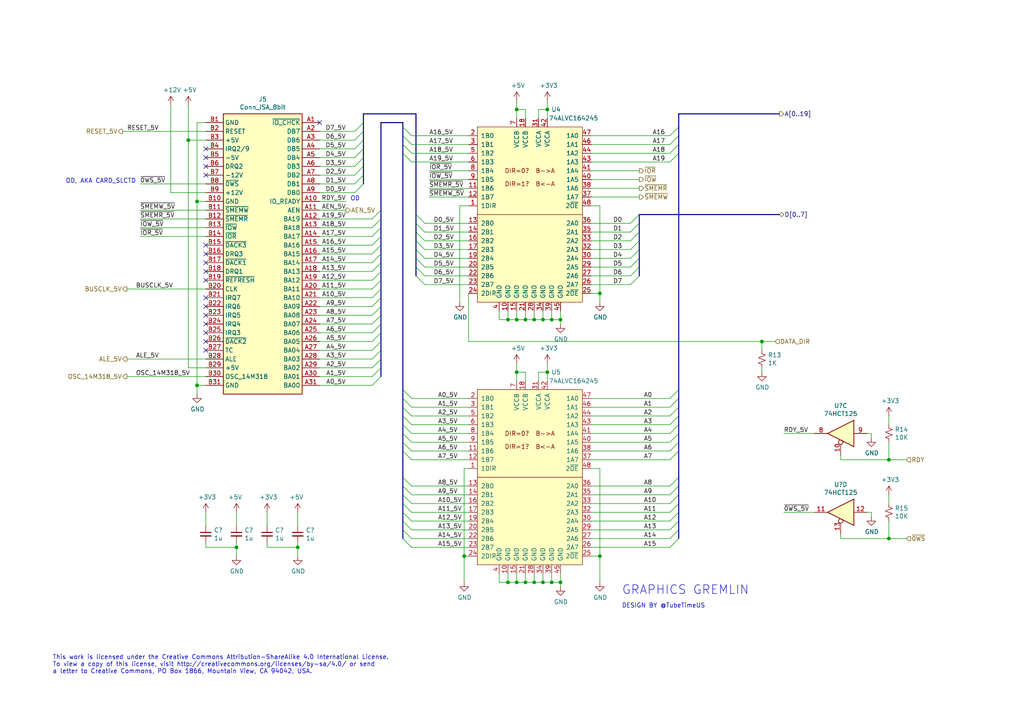
<source format=kicad_sch>
(kicad_sch
	(version 20231120)
	(generator "eeschema")
	(generator_version "8.0")
	(uuid "40bd760c-3516-4851-96ed-8f906ab0fb4b")
	(paper "A4")
	(title_block
		(title "ISA Bus Interface")
		(rev "2")
	)
	(lib_symbols
		(symbol "74xx:74LS125"
			(pin_names
				(offset 1.016)
			)
			(exclude_from_sim no)
			(in_bom yes)
			(on_board yes)
			(property "Reference" "U"
				(at 0 1.27 0)
				(effects
					(font
						(size 1.27 1.27)
					)
				)
			)
			(property "Value" "74LS125"
				(at 0 -1.27 0)
				(effects
					(font
						(size 1.27 1.27)
					)
				)
			)
			(property "Footprint" ""
				(at 0 0 0)
				(effects
					(font
						(size 1.27 1.27)
					)
					(hide yes)
				)
			)
			(property "Datasheet" "http://www.ti.com/lit/gpn/sn74LS125"
				(at 0 0 0)
				(effects
					(font
						(size 1.27 1.27)
					)
					(hide yes)
				)
			)
			(property "Description" "Quad buffer 3-State outputs"
				(at 0 0 0)
				(effects
					(font
						(size 1.27 1.27)
					)
					(hide yes)
				)
			)
			(property "ki_locked" ""
				(at 0 0 0)
				(effects
					(font
						(size 1.27 1.27)
					)
				)
			)
			(property "ki_keywords" "TTL buffer 3State"
				(at 0 0 0)
				(effects
					(font
						(size 1.27 1.27)
					)
					(hide yes)
				)
			)
			(property "ki_fp_filters" "DIP*W7.62mm*"
				(at 0 0 0)
				(effects
					(font
						(size 1.27 1.27)
					)
					(hide yes)
				)
			)
			(symbol "74LS125_1_0"
				(polyline
					(pts
						(xy -3.81 3.81) (xy -3.81 -3.81) (xy 3.81 0) (xy -3.81 3.81)
					)
					(stroke
						(width 0.254)
						(type default)
					)
					(fill
						(type background)
					)
				)
				(pin input inverted
					(at 0 -6.35 90)
					(length 4.445)
					(name "~"
						(effects
							(font
								(size 1.27 1.27)
							)
						)
					)
					(number "1"
						(effects
							(font
								(size 1.27 1.27)
							)
						)
					)
				)
				(pin input line
					(at -7.62 0 0)
					(length 3.81)
					(name "~"
						(effects
							(font
								(size 1.27 1.27)
							)
						)
					)
					(number "2"
						(effects
							(font
								(size 1.27 1.27)
							)
						)
					)
				)
				(pin tri_state line
					(at 7.62 0 180)
					(length 3.81)
					(name "~"
						(effects
							(font
								(size 1.27 1.27)
							)
						)
					)
					(number "3"
						(effects
							(font
								(size 1.27 1.27)
							)
						)
					)
				)
			)
			(symbol "74LS125_2_0"
				(polyline
					(pts
						(xy -3.81 3.81) (xy -3.81 -3.81) (xy 3.81 0) (xy -3.81 3.81)
					)
					(stroke
						(width 0.254)
						(type default)
					)
					(fill
						(type background)
					)
				)
				(pin input inverted
					(at 0 -6.35 90)
					(length 4.445)
					(name "~"
						(effects
							(font
								(size 1.27 1.27)
							)
						)
					)
					(number "4"
						(effects
							(font
								(size 1.27 1.27)
							)
						)
					)
				)
				(pin input line
					(at -7.62 0 0)
					(length 3.81)
					(name "~"
						(effects
							(font
								(size 1.27 1.27)
							)
						)
					)
					(number "5"
						(effects
							(font
								(size 1.27 1.27)
							)
						)
					)
				)
				(pin tri_state line
					(at 7.62 0 180)
					(length 3.81)
					(name "~"
						(effects
							(font
								(size 1.27 1.27)
							)
						)
					)
					(number "6"
						(effects
							(font
								(size 1.27 1.27)
							)
						)
					)
				)
			)
			(symbol "74LS125_3_0"
				(polyline
					(pts
						(xy -3.81 3.81) (xy -3.81 -3.81) (xy 3.81 0) (xy -3.81 3.81)
					)
					(stroke
						(width 0.254)
						(type default)
					)
					(fill
						(type background)
					)
				)
				(pin input inverted
					(at 0 -6.35 90)
					(length 4.445)
					(name "~"
						(effects
							(font
								(size 1.27 1.27)
							)
						)
					)
					(number "10"
						(effects
							(font
								(size 1.27 1.27)
							)
						)
					)
				)
				(pin tri_state line
					(at 7.62 0 180)
					(length 3.81)
					(name "~"
						(effects
							(font
								(size 1.27 1.27)
							)
						)
					)
					(number "8"
						(effects
							(font
								(size 1.27 1.27)
							)
						)
					)
				)
				(pin input line
					(at -7.62 0 0)
					(length 3.81)
					(name "~"
						(effects
							(font
								(size 1.27 1.27)
							)
						)
					)
					(number "9"
						(effects
							(font
								(size 1.27 1.27)
							)
						)
					)
				)
			)
			(symbol "74LS125_4_0"
				(polyline
					(pts
						(xy -3.81 3.81) (xy -3.81 -3.81) (xy 3.81 0) (xy -3.81 3.81)
					)
					(stroke
						(width 0.254)
						(type default)
					)
					(fill
						(type background)
					)
				)
				(pin tri_state line
					(at 7.62 0 180)
					(length 3.81)
					(name "~"
						(effects
							(font
								(size 1.27 1.27)
							)
						)
					)
					(number "11"
						(effects
							(font
								(size 1.27 1.27)
							)
						)
					)
				)
				(pin input line
					(at -7.62 0 0)
					(length 3.81)
					(name "~"
						(effects
							(font
								(size 1.27 1.27)
							)
						)
					)
					(number "12"
						(effects
							(font
								(size 1.27 1.27)
							)
						)
					)
				)
				(pin input inverted
					(at 0 -6.35 90)
					(length 4.445)
					(name "~"
						(effects
							(font
								(size 1.27 1.27)
							)
						)
					)
					(number "13"
						(effects
							(font
								(size 1.27 1.27)
							)
						)
					)
				)
			)
			(symbol "74LS125_5_0"
				(pin power_in line
					(at 0 12.7 270)
					(length 5.08)
					(name "VCC"
						(effects
							(font
								(size 1.27 1.27)
							)
						)
					)
					(number "14"
						(effects
							(font
								(size 1.27 1.27)
							)
						)
					)
				)
				(pin power_in line
					(at 0 -12.7 90)
					(length 5.08)
					(name "GND"
						(effects
							(font
								(size 1.27 1.27)
							)
						)
					)
					(number "7"
						(effects
							(font
								(size 1.27 1.27)
							)
						)
					)
				)
			)
			(symbol "74LS125_5_1"
				(rectangle
					(start -5.08 7.62)
					(end 5.08 -7.62)
					(stroke
						(width 0.254)
						(type default)
					)
					(fill
						(type background)
					)
				)
			)
		)
		(symbol "Device:C_Small"
			(pin_numbers hide)
			(pin_names
				(offset 0.254) hide)
			(exclude_from_sim no)
			(in_bom yes)
			(on_board yes)
			(property "Reference" "C"
				(at 0.254 1.778 0)
				(effects
					(font
						(size 1.27 1.27)
					)
					(justify left)
				)
			)
			(property "Value" "C_Small"
				(at 0.254 -2.032 0)
				(effects
					(font
						(size 1.27 1.27)
					)
					(justify left)
				)
			)
			(property "Footprint" ""
				(at 0 0 0)
				(effects
					(font
						(size 1.27 1.27)
					)
					(hide yes)
				)
			)
			(property "Datasheet" "~"
				(at 0 0 0)
				(effects
					(font
						(size 1.27 1.27)
					)
					(hide yes)
				)
			)
			(property "Description" "Unpolarized capacitor, small symbol"
				(at 0 0 0)
				(effects
					(font
						(size 1.27 1.27)
					)
					(hide yes)
				)
			)
			(property "ki_keywords" "capacitor cap"
				(at 0 0 0)
				(effects
					(font
						(size 1.27 1.27)
					)
					(hide yes)
				)
			)
			(property "ki_fp_filters" "C_*"
				(at 0 0 0)
				(effects
					(font
						(size 1.27 1.27)
					)
					(hide yes)
				)
			)
			(symbol "C_Small_0_1"
				(polyline
					(pts
						(xy -1.524 -0.508) (xy 1.524 -0.508)
					)
					(stroke
						(width 0.3302)
						(type default)
					)
					(fill
						(type none)
					)
				)
				(polyline
					(pts
						(xy -1.524 0.508) (xy 1.524 0.508)
					)
					(stroke
						(width 0.3048)
						(type default)
					)
					(fill
						(type none)
					)
				)
			)
			(symbol "C_Small_1_1"
				(pin passive line
					(at 0 2.54 270)
					(length 2.032)
					(name "~"
						(effects
							(font
								(size 1.27 1.27)
							)
						)
					)
					(number "1"
						(effects
							(font
								(size 1.27 1.27)
							)
						)
					)
				)
				(pin passive line
					(at 0 -2.54 90)
					(length 2.032)
					(name "~"
						(effects
							(font
								(size 1.27 1.27)
							)
						)
					)
					(number "2"
						(effects
							(font
								(size 1.27 1.27)
							)
						)
					)
				)
			)
		)
		(symbol "Device:R_Small_US"
			(pin_numbers hide)
			(pin_names
				(offset 0.254) hide)
			(exclude_from_sim no)
			(in_bom yes)
			(on_board yes)
			(property "Reference" "R"
				(at 0.762 0.508 0)
				(effects
					(font
						(size 1.27 1.27)
					)
					(justify left)
				)
			)
			(property "Value" "R_Small_US"
				(at 0.762 -1.016 0)
				(effects
					(font
						(size 1.27 1.27)
					)
					(justify left)
				)
			)
			(property "Footprint" ""
				(at 0 0 0)
				(effects
					(font
						(size 1.27 1.27)
					)
					(hide yes)
				)
			)
			(property "Datasheet" "~"
				(at 0 0 0)
				(effects
					(font
						(size 1.27 1.27)
					)
					(hide yes)
				)
			)
			(property "Description" "Resistor, small US symbol"
				(at 0 0 0)
				(effects
					(font
						(size 1.27 1.27)
					)
					(hide yes)
				)
			)
			(property "ki_keywords" "r resistor"
				(at 0 0 0)
				(effects
					(font
						(size 1.27 1.27)
					)
					(hide yes)
				)
			)
			(property "ki_fp_filters" "R_*"
				(at 0 0 0)
				(effects
					(font
						(size 1.27 1.27)
					)
					(hide yes)
				)
			)
			(symbol "R_Small_US_1_1"
				(polyline
					(pts
						(xy 0 0) (xy 1.016 -0.381) (xy 0 -0.762) (xy -1.016 -1.143) (xy 0 -1.524)
					)
					(stroke
						(width 0)
						(type default)
					)
					(fill
						(type none)
					)
				)
				(polyline
					(pts
						(xy 0 1.524) (xy 1.016 1.143) (xy 0 0.762) (xy -1.016 0.381) (xy 0 0)
					)
					(stroke
						(width 0)
						(type default)
					)
					(fill
						(type none)
					)
				)
				(pin passive line
					(at 0 2.54 270)
					(length 1.016)
					(name "~"
						(effects
							(font
								(size 1.27 1.27)
							)
						)
					)
					(number "1"
						(effects
							(font
								(size 1.27 1.27)
							)
						)
					)
				)
				(pin passive line
					(at 0 -2.54 90)
					(length 1.016)
					(name "~"
						(effects
							(font
								(size 1.27 1.27)
							)
						)
					)
					(number "2"
						(effects
							(font
								(size 1.27 1.27)
							)
						)
					)
				)
			)
		)
		(symbol "isavideo-rescue:+12V-power"
			(power)
			(pin_names
				(offset 0)
			)
			(exclude_from_sim no)
			(in_bom yes)
			(on_board yes)
			(property "Reference" "#PWR"
				(at 0 -3.81 0)
				(effects
					(font
						(size 1.27 1.27)
					)
					(hide yes)
				)
			)
			(property "Value" "power_+12V"
				(at 0 3.556 0)
				(effects
					(font
						(size 1.27 1.27)
					)
				)
			)
			(property "Footprint" ""
				(at 0 0 0)
				(effects
					(font
						(size 1.27 1.27)
					)
					(hide yes)
				)
			)
			(property "Datasheet" ""
				(at 0 0 0)
				(effects
					(font
						(size 1.27 1.27)
					)
					(hide yes)
				)
			)
			(property "Description" ""
				(at 0 0 0)
				(effects
					(font
						(size 1.27 1.27)
					)
					(hide yes)
				)
			)
			(symbol "+12V-power_0_1"
				(polyline
					(pts
						(xy -0.762 1.27) (xy 0 2.54)
					)
					(stroke
						(width 0)
						(type solid)
					)
					(fill
						(type none)
					)
				)
				(polyline
					(pts
						(xy 0 0) (xy 0 2.54)
					)
					(stroke
						(width 0)
						(type solid)
					)
					(fill
						(type none)
					)
				)
				(polyline
					(pts
						(xy 0 2.54) (xy 0.762 1.27)
					)
					(stroke
						(width 0)
						(type solid)
					)
					(fill
						(type none)
					)
				)
			)
			(symbol "+12V-power_1_1"
				(pin power_in line
					(at 0 0 90)
					(length 0) hide
					(name "+12V"
						(effects
							(font
								(size 1.27 1.27)
							)
						)
					)
					(number "1"
						(effects
							(font
								(size 1.27 1.27)
							)
						)
					)
				)
			)
		)
		(symbol "isavideo-rescue:+3V3-power"
			(power)
			(pin_names
				(offset 0)
			)
			(exclude_from_sim no)
			(in_bom yes)
			(on_board yes)
			(property "Reference" "#PWR"
				(at 0 -3.81 0)
				(effects
					(font
						(size 1.27 1.27)
					)
					(hide yes)
				)
			)
			(property "Value" "power_+3V3"
				(at 0 3.556 0)
				(effects
					(font
						(size 1.27 1.27)
					)
				)
			)
			(property "Footprint" ""
				(at 0 0 0)
				(effects
					(font
						(size 1.27 1.27)
					)
					(hide yes)
				)
			)
			(property "Datasheet" ""
				(at 0 0 0)
				(effects
					(font
						(size 1.27 1.27)
					)
					(hide yes)
				)
			)
			(property "Description" ""
				(at 0 0 0)
				(effects
					(font
						(size 1.27 1.27)
					)
					(hide yes)
				)
			)
			(symbol "+3V3-power_0_1"
				(polyline
					(pts
						(xy -0.762 1.27) (xy 0 2.54)
					)
					(stroke
						(width 0)
						(type solid)
					)
					(fill
						(type none)
					)
				)
				(polyline
					(pts
						(xy 0 0) (xy 0 2.54)
					)
					(stroke
						(width 0)
						(type solid)
					)
					(fill
						(type none)
					)
				)
				(polyline
					(pts
						(xy 0 2.54) (xy 0.762 1.27)
					)
					(stroke
						(width 0)
						(type solid)
					)
					(fill
						(type none)
					)
				)
			)
			(symbol "+3V3-power_1_1"
				(pin power_in line
					(at 0 0 90)
					(length 0) hide
					(name "+3V3"
						(effects
							(font
								(size 1.27 1.27)
							)
						)
					)
					(number "1"
						(effects
							(font
								(size 1.27 1.27)
							)
						)
					)
				)
			)
		)
		(symbol "isavideo-rescue:+5V-power"
			(power)
			(pin_names
				(offset 0)
			)
			(exclude_from_sim no)
			(in_bom yes)
			(on_board yes)
			(property "Reference" "#PWR"
				(at 0 -3.81 0)
				(effects
					(font
						(size 1.27 1.27)
					)
					(hide yes)
				)
			)
			(property "Value" "power_+5V"
				(at 0 3.556 0)
				(effects
					(font
						(size 1.27 1.27)
					)
				)
			)
			(property "Footprint" ""
				(at 0 0 0)
				(effects
					(font
						(size 1.27 1.27)
					)
					(hide yes)
				)
			)
			(property "Datasheet" ""
				(at 0 0 0)
				(effects
					(font
						(size 1.27 1.27)
					)
					(hide yes)
				)
			)
			(property "Description" ""
				(at 0 0 0)
				(effects
					(font
						(size 1.27 1.27)
					)
					(hide yes)
				)
			)
			(symbol "+5V-power_0_1"
				(polyline
					(pts
						(xy -0.762 1.27) (xy 0 2.54)
					)
					(stroke
						(width 0)
						(type solid)
					)
					(fill
						(type none)
					)
				)
				(polyline
					(pts
						(xy 0 0) (xy 0 2.54)
					)
					(stroke
						(width 0)
						(type solid)
					)
					(fill
						(type none)
					)
				)
				(polyline
					(pts
						(xy 0 2.54) (xy 0.762 1.27)
					)
					(stroke
						(width 0)
						(type solid)
					)
					(fill
						(type none)
					)
				)
			)
			(symbol "+5V-power_1_1"
				(pin power_in line
					(at 0 0 90)
					(length 0) hide
					(name "+5V"
						(effects
							(font
								(size 1.27 1.27)
							)
						)
					)
					(number "1"
						(effects
							(font
								(size 1.27 1.27)
							)
						)
					)
				)
			)
		)
		(symbol "isavideo-rescue:74ALVC164245-logic"
			(pin_names
				(offset 1.016)
			)
			(exclude_from_sim no)
			(in_bom yes)
			(on_board yes)
			(property "Reference" "U"
				(at 24.13 3.81 0)
				(effects
					(font
						(size 1.27 1.27)
					)
				)
			)
			(property "Value" "logic_74ALVC164245"
				(at 29.21 1.27 0)
				(effects
					(font
						(size 1.27 1.27)
					)
				)
			)
			(property "Footprint" ""
				(at 3.81 0 0)
				(effects
					(font
						(size 1.27 1.27)
					)
					(hide yes)
				)
			)
			(property "Datasheet" ""
				(at 3.81 0 0)
				(effects
					(font
						(size 1.27 1.27)
					)
					(hide yes)
				)
			)
			(property "Description" ""
				(at 0 0 0)
				(effects
					(font
						(size 1.27 1.27)
					)
					(hide yes)
				)
			)
			(symbol "74ALVC164245-logic_0_0"
				(text "DIR=0?  B->A"
					(at 15.24 -12.7 0)
					(effects
						(font
							(size 1.27 1.27)
						)
					)
				)
				(text "DIR=1?  B<-A"
					(at 15.24 -16.51 0)
					(effects
						(font
							(size 1.27 1.27)
						)
					)
				)
			)
			(symbol "74ALVC164245-logic_0_1"
				(polyline
					(pts
						(xy 0 -25.4) (xy 30.48 -25.4)
					)
					(stroke
						(width 0)
						(type solid)
					)
					(fill
						(type none)
					)
				)
				(rectangle
					(start 0 0)
					(end 30.48 -50.8)
					(stroke
						(width 0)
						(type solid)
					)
					(fill
						(type background)
					)
				)
			)
			(symbol "74ALVC164245-logic_1_1"
				(pin input line
					(at -2.54 -22.86 0)
					(length 2.54)
					(name "1DIR"
						(effects
							(font
								(size 1.27 1.27)
							)
						)
					)
					(number "1"
						(effects
							(font
								(size 1.27 1.27)
							)
						)
					)
				)
				(pin power_in line
					(at 8.89 -53.34 90)
					(length 2.54)
					(name "GND"
						(effects
							(font
								(size 1.27 1.27)
							)
						)
					)
					(number "10"
						(effects
							(font
								(size 1.27 1.27)
							)
						)
					)
				)
				(pin bidirectional line
					(at -2.54 -17.78 0)
					(length 2.54)
					(name "1B6"
						(effects
							(font
								(size 1.27 1.27)
							)
						)
					)
					(number "11"
						(effects
							(font
								(size 1.27 1.27)
							)
						)
					)
				)
				(pin bidirectional line
					(at -2.54 -20.32 0)
					(length 2.54)
					(name "1B7"
						(effects
							(font
								(size 1.27 1.27)
							)
						)
					)
					(number "12"
						(effects
							(font
								(size 1.27 1.27)
							)
						)
					)
				)
				(pin bidirectional line
					(at -2.54 -27.94 0)
					(length 2.54)
					(name "2B0"
						(effects
							(font
								(size 1.27 1.27)
							)
						)
					)
					(number "13"
						(effects
							(font
								(size 1.27 1.27)
							)
						)
					)
				)
				(pin bidirectional line
					(at -2.54 -30.48 0)
					(length 2.54)
					(name "2B1"
						(effects
							(font
								(size 1.27 1.27)
							)
						)
					)
					(number "14"
						(effects
							(font
								(size 1.27 1.27)
							)
						)
					)
				)
				(pin power_in line
					(at 11.43 -53.34 90)
					(length 2.54)
					(name "GND"
						(effects
							(font
								(size 1.27 1.27)
							)
						)
					)
					(number "15"
						(effects
							(font
								(size 1.27 1.27)
							)
						)
					)
				)
				(pin bidirectional line
					(at -2.54 -33.02 0)
					(length 2.54)
					(name "2B2"
						(effects
							(font
								(size 1.27 1.27)
							)
						)
					)
					(number "16"
						(effects
							(font
								(size 1.27 1.27)
							)
						)
					)
				)
				(pin bidirectional line
					(at -2.54 -35.56 0)
					(length 2.54)
					(name "2B3"
						(effects
							(font
								(size 1.27 1.27)
							)
						)
					)
					(number "17"
						(effects
							(font
								(size 1.27 1.27)
							)
						)
					)
				)
				(pin power_in line
					(at 13.97 2.54 270)
					(length 2.54)
					(name "VCCB"
						(effects
							(font
								(size 1.27 1.27)
							)
						)
					)
					(number "18"
						(effects
							(font
								(size 1.27 1.27)
							)
						)
					)
				)
				(pin bidirectional line
					(at -2.54 -38.1 0)
					(length 2.54)
					(name "2B4"
						(effects
							(font
								(size 1.27 1.27)
							)
						)
					)
					(number "19"
						(effects
							(font
								(size 1.27 1.27)
							)
						)
					)
				)
				(pin bidirectional line
					(at -2.54 -2.54 0)
					(length 2.54)
					(name "1B0"
						(effects
							(font
								(size 1.27 1.27)
							)
						)
					)
					(number "2"
						(effects
							(font
								(size 1.27 1.27)
							)
						)
					)
				)
				(pin bidirectional line
					(at -2.54 -40.64 0)
					(length 2.54)
					(name "2B5"
						(effects
							(font
								(size 1.27 1.27)
							)
						)
					)
					(number "20"
						(effects
							(font
								(size 1.27 1.27)
							)
						)
					)
				)
				(pin power_in line
					(at 13.97 -53.34 90)
					(length 2.54)
					(name "GND"
						(effects
							(font
								(size 1.27 1.27)
							)
						)
					)
					(number "21"
						(effects
							(font
								(size 1.27 1.27)
							)
						)
					)
				)
				(pin bidirectional line
					(at -2.54 -43.18 0)
					(length 2.54)
					(name "2B6"
						(effects
							(font
								(size 1.27 1.27)
							)
						)
					)
					(number "22"
						(effects
							(font
								(size 1.27 1.27)
							)
						)
					)
				)
				(pin bidirectional line
					(at -2.54 -45.72 0)
					(length 2.54)
					(name "2B7"
						(effects
							(font
								(size 1.27 1.27)
							)
						)
					)
					(number "23"
						(effects
							(font
								(size 1.27 1.27)
							)
						)
					)
				)
				(pin input line
					(at -2.54 -48.26 0)
					(length 2.54)
					(name "2DIR"
						(effects
							(font
								(size 1.27 1.27)
							)
						)
					)
					(number "24"
						(effects
							(font
								(size 1.27 1.27)
							)
						)
					)
				)
				(pin input line
					(at 33.02 -48.26 180)
					(length 2.54)
					(name "2~{OE}"
						(effects
							(font
								(size 1.27 1.27)
							)
						)
					)
					(number "25"
						(effects
							(font
								(size 1.27 1.27)
							)
						)
					)
				)
				(pin bidirectional line
					(at 33.02 -45.72 180)
					(length 2.54)
					(name "2A7"
						(effects
							(font
								(size 1.27 1.27)
							)
						)
					)
					(number "26"
						(effects
							(font
								(size 1.27 1.27)
							)
						)
					)
				)
				(pin bidirectional line
					(at 33.02 -43.18 180)
					(length 2.54)
					(name "2A6"
						(effects
							(font
								(size 1.27 1.27)
							)
						)
					)
					(number "27"
						(effects
							(font
								(size 1.27 1.27)
							)
						)
					)
				)
				(pin power_in line
					(at 16.51 -53.34 90)
					(length 2.54)
					(name "GND"
						(effects
							(font
								(size 1.27 1.27)
							)
						)
					)
					(number "28"
						(effects
							(font
								(size 1.27 1.27)
							)
						)
					)
				)
				(pin bidirectional line
					(at 33.02 -40.64 180)
					(length 2.54)
					(name "2A5"
						(effects
							(font
								(size 1.27 1.27)
							)
						)
					)
					(number "29"
						(effects
							(font
								(size 1.27 1.27)
							)
						)
					)
				)
				(pin bidirectional line
					(at -2.54 -5.08 0)
					(length 2.54)
					(name "1B1"
						(effects
							(font
								(size 1.27 1.27)
							)
						)
					)
					(number "3"
						(effects
							(font
								(size 1.27 1.27)
							)
						)
					)
				)
				(pin bidirectional line
					(at 33.02 -38.1 180)
					(length 2.54)
					(name "2A4"
						(effects
							(font
								(size 1.27 1.27)
							)
						)
					)
					(number "30"
						(effects
							(font
								(size 1.27 1.27)
							)
						)
					)
				)
				(pin power_in line
					(at 17.78 2.54 270)
					(length 2.54)
					(name "VCCA"
						(effects
							(font
								(size 1.27 1.27)
							)
						)
					)
					(number "31"
						(effects
							(font
								(size 1.27 1.27)
							)
						)
					)
				)
				(pin bidirectional line
					(at 33.02 -35.56 180)
					(length 2.54)
					(name "2A3"
						(effects
							(font
								(size 1.27 1.27)
							)
						)
					)
					(number "32"
						(effects
							(font
								(size 1.27 1.27)
							)
						)
					)
				)
				(pin bidirectional line
					(at 33.02 -33.02 180)
					(length 2.54)
					(name "2A2"
						(effects
							(font
								(size 1.27 1.27)
							)
						)
					)
					(number "33"
						(effects
							(font
								(size 1.27 1.27)
							)
						)
					)
				)
				(pin power_in line
					(at 19.05 -53.34 90)
					(length 2.54)
					(name "GND"
						(effects
							(font
								(size 1.27 1.27)
							)
						)
					)
					(number "34"
						(effects
							(font
								(size 1.27 1.27)
							)
						)
					)
				)
				(pin bidirectional line
					(at 33.02 -30.48 180)
					(length 2.54)
					(name "2A1"
						(effects
							(font
								(size 1.27 1.27)
							)
						)
					)
					(number "35"
						(effects
							(font
								(size 1.27 1.27)
							)
						)
					)
				)
				(pin bidirectional line
					(at 33.02 -27.94 180)
					(length 2.54)
					(name "2A0"
						(effects
							(font
								(size 1.27 1.27)
							)
						)
					)
					(number "36"
						(effects
							(font
								(size 1.27 1.27)
							)
						)
					)
				)
				(pin bidirectional line
					(at 33.02 -20.32 180)
					(length 2.54)
					(name "1A7"
						(effects
							(font
								(size 1.27 1.27)
							)
						)
					)
					(number "37"
						(effects
							(font
								(size 1.27 1.27)
							)
						)
					)
				)
				(pin bidirectional line
					(at 33.02 -17.78 180)
					(length 2.54)
					(name "1A6"
						(effects
							(font
								(size 1.27 1.27)
							)
						)
					)
					(number "38"
						(effects
							(font
								(size 1.27 1.27)
							)
						)
					)
				)
				(pin power_in line
					(at 21.59 -53.34 90)
					(length 2.54)
					(name "GND"
						(effects
							(font
								(size 1.27 1.27)
							)
						)
					)
					(number "39"
						(effects
							(font
								(size 1.27 1.27)
							)
						)
					)
				)
				(pin power_in line
					(at 6.35 -53.34 90)
					(length 2.54)
					(name "GND"
						(effects
							(font
								(size 1.27 1.27)
							)
						)
					)
					(number "4"
						(effects
							(font
								(size 1.27 1.27)
							)
						)
					)
				)
				(pin bidirectional line
					(at 33.02 -15.24 180)
					(length 2.54)
					(name "1A5"
						(effects
							(font
								(size 1.27 1.27)
							)
						)
					)
					(number "40"
						(effects
							(font
								(size 1.27 1.27)
							)
						)
					)
				)
				(pin bidirectional line
					(at 33.02 -12.7 180)
					(length 2.54)
					(name "1A4"
						(effects
							(font
								(size 1.27 1.27)
							)
						)
					)
					(number "41"
						(effects
							(font
								(size 1.27 1.27)
							)
						)
					)
				)
				(pin power_in line
					(at 20.32 2.54 270)
					(length 2.54)
					(name "VCCA"
						(effects
							(font
								(size 1.27 1.27)
							)
						)
					)
					(number "42"
						(effects
							(font
								(size 1.27 1.27)
							)
						)
					)
				)
				(pin bidirectional line
					(at 33.02 -10.16 180)
					(length 2.54)
					(name "1A3"
						(effects
							(font
								(size 1.27 1.27)
							)
						)
					)
					(number "43"
						(effects
							(font
								(size 1.27 1.27)
							)
						)
					)
				)
				(pin bidirectional line
					(at 33.02 -7.62 180)
					(length 2.54)
					(name "1A2"
						(effects
							(font
								(size 1.27 1.27)
							)
						)
					)
					(number "44"
						(effects
							(font
								(size 1.27 1.27)
							)
						)
					)
				)
				(pin power_in line
					(at 24.13 -53.34 90)
					(length 2.54)
					(name "GND"
						(effects
							(font
								(size 1.27 1.27)
							)
						)
					)
					(number "45"
						(effects
							(font
								(size 1.27 1.27)
							)
						)
					)
				)
				(pin bidirectional line
					(at 33.02 -5.08 180)
					(length 2.54)
					(name "1A1"
						(effects
							(font
								(size 1.27 1.27)
							)
						)
					)
					(number "46"
						(effects
							(font
								(size 1.27 1.27)
							)
						)
					)
				)
				(pin bidirectional line
					(at 33.02 -2.54 180)
					(length 2.54)
					(name "1A0"
						(effects
							(font
								(size 1.27 1.27)
							)
						)
					)
					(number "47"
						(effects
							(font
								(size 1.27 1.27)
							)
						)
					)
				)
				(pin bidirectional line
					(at 33.02 -22.86 180)
					(length 2.54)
					(name "2~{OE}"
						(effects
							(font
								(size 1.27 1.27)
							)
						)
					)
					(number "48"
						(effects
							(font
								(size 1.27 1.27)
							)
						)
					)
				)
				(pin bidirectional line
					(at -2.54 -7.62 0)
					(length 2.54)
					(name "1B2"
						(effects
							(font
								(size 1.27 1.27)
							)
						)
					)
					(number "5"
						(effects
							(font
								(size 1.27 1.27)
							)
						)
					)
				)
				(pin bidirectional line
					(at -2.54 -10.16 0)
					(length 2.54)
					(name "1B3"
						(effects
							(font
								(size 1.27 1.27)
							)
						)
					)
					(number "6"
						(effects
							(font
								(size 1.27 1.27)
							)
						)
					)
				)
				(pin power_in line
					(at 11.43 2.54 270)
					(length 2.54)
					(name "VCCB"
						(effects
							(font
								(size 1.27 1.27)
							)
						)
					)
					(number "7"
						(effects
							(font
								(size 1.27 1.27)
							)
						)
					)
				)
				(pin bidirectional line
					(at -2.54 -12.7 0)
					(length 2.54)
					(name "1B4"
						(effects
							(font
								(size 1.27 1.27)
							)
						)
					)
					(number "8"
						(effects
							(font
								(size 1.27 1.27)
							)
						)
					)
				)
				(pin bidirectional line
					(at -2.54 -15.24 0)
					(length 2.54)
					(name "1B5"
						(effects
							(font
								(size 1.27 1.27)
							)
						)
					)
					(number "9"
						(effects
							(font
								(size 1.27 1.27)
							)
						)
					)
				)
			)
		)
		(symbol "isavideo-rescue:Conn_ISA_8bit-connectors"
			(exclude_from_sim no)
			(in_bom yes)
			(on_board yes)
			(property "Reference" "J"
				(at 11.43 1.905 0)
				(effects
					(font
						(size 1.27 1.27)
					)
				)
			)
			(property "Value" "connectors_Conn_ISA_8bit"
				(at 11.43 -82.55 0)
				(effects
					(font
						(size 1.27 1.27)
					)
				)
			)
			(property "Footprint" ""
				(at 11.43 -64.77 0)
				(effects
					(font
						(size 1.27 1.27)
					)
					(hide yes)
				)
			)
			(property "Datasheet" ""
				(at 11.43 -64.77 0)
				(effects
					(font
						(size 1.27 1.27)
					)
					(hide yes)
				)
			)
			(property "Description" ""
				(at 0 0 0)
				(effects
					(font
						(size 1.27 1.27)
					)
					(hide yes)
				)
			)
			(symbol "Conn_ISA_8bit-connectors_0_1"
				(rectangle
					(start 0 -81.28)
					(end 22.86 0)
					(stroke
						(width 0.254)
						(type solid)
					)
					(fill
						(type background)
					)
				)
			)
			(symbol "Conn_ISA_8bit-connectors_1_1"
				(pin passive line
					(at 27.94 -2.54 180)
					(length 5.08)
					(name "~{IO_CHCK}"
						(effects
							(font
								(size 1.27 1.27)
							)
						)
					)
					(number "A1"
						(effects
							(font
								(size 1.27 1.27)
							)
						)
					)
				)
				(pin passive line
					(at 27.94 -25.4 180)
					(length 5.08)
					(name "IO_READY"
						(effects
							(font
								(size 1.27 1.27)
							)
						)
					)
					(number "A10"
						(effects
							(font
								(size 1.27 1.27)
							)
						)
					)
				)
				(pin output line
					(at 27.94 -27.94 180)
					(length 5.08)
					(name "AEN"
						(effects
							(font
								(size 1.27 1.27)
							)
						)
					)
					(number "A11"
						(effects
							(font
								(size 1.27 1.27)
							)
						)
					)
				)
				(pin tri_state line
					(at 27.94 -30.48 180)
					(length 5.08)
					(name "BA19"
						(effects
							(font
								(size 1.27 1.27)
							)
						)
					)
					(number "A12"
						(effects
							(font
								(size 1.27 1.27)
							)
						)
					)
				)
				(pin tri_state line
					(at 27.94 -33.02 180)
					(length 5.08)
					(name "BA18"
						(effects
							(font
								(size 1.27 1.27)
							)
						)
					)
					(number "A13"
						(effects
							(font
								(size 1.27 1.27)
							)
						)
					)
				)
				(pin tri_state line
					(at 27.94 -35.56 180)
					(length 5.08)
					(name "BA17"
						(effects
							(font
								(size 1.27 1.27)
							)
						)
					)
					(number "A14"
						(effects
							(font
								(size 1.27 1.27)
							)
						)
					)
				)
				(pin tri_state line
					(at 27.94 -38.1 180)
					(length 5.08)
					(name "BA16"
						(effects
							(font
								(size 1.27 1.27)
							)
						)
					)
					(number "A15"
						(effects
							(font
								(size 1.27 1.27)
							)
						)
					)
				)
				(pin tri_state line
					(at 27.94 -40.64 180)
					(length 5.08)
					(name "BA15"
						(effects
							(font
								(size 1.27 1.27)
							)
						)
					)
					(number "A16"
						(effects
							(font
								(size 1.27 1.27)
							)
						)
					)
				)
				(pin tri_state line
					(at 27.94 -43.18 180)
					(length 5.08)
					(name "BA14"
						(effects
							(font
								(size 1.27 1.27)
							)
						)
					)
					(number "A17"
						(effects
							(font
								(size 1.27 1.27)
							)
						)
					)
				)
				(pin tri_state line
					(at 27.94 -45.72 180)
					(length 5.08)
					(name "BA13"
						(effects
							(font
								(size 1.27 1.27)
							)
						)
					)
					(number "A18"
						(effects
							(font
								(size 1.27 1.27)
							)
						)
					)
				)
				(pin tri_state line
					(at 27.94 -48.26 180)
					(length 5.08)
					(name "BA12"
						(effects
							(font
								(size 1.27 1.27)
							)
						)
					)
					(number "A19"
						(effects
							(font
								(size 1.27 1.27)
							)
						)
					)
				)
				(pin tri_state line
					(at 27.94 -5.08 180)
					(length 5.08)
					(name "DB7"
						(effects
							(font
								(size 1.27 1.27)
							)
						)
					)
					(number "A2"
						(effects
							(font
								(size 1.27 1.27)
							)
						)
					)
				)
				(pin tri_state line
					(at 27.94 -50.8 180)
					(length 5.08)
					(name "BA11"
						(effects
							(font
								(size 1.27 1.27)
							)
						)
					)
					(number "A20"
						(effects
							(font
								(size 1.27 1.27)
							)
						)
					)
				)
				(pin tri_state line
					(at 27.94 -53.34 180)
					(length 5.08)
					(name "BA10"
						(effects
							(font
								(size 1.27 1.27)
							)
						)
					)
					(number "A21"
						(effects
							(font
								(size 1.27 1.27)
							)
						)
					)
				)
				(pin tri_state line
					(at 27.94 -55.88 180)
					(length 5.08)
					(name "BA09"
						(effects
							(font
								(size 1.27 1.27)
							)
						)
					)
					(number "A22"
						(effects
							(font
								(size 1.27 1.27)
							)
						)
					)
				)
				(pin tri_state line
					(at 27.94 -58.42 180)
					(length 5.08)
					(name "BA08"
						(effects
							(font
								(size 1.27 1.27)
							)
						)
					)
					(number "A23"
						(effects
							(font
								(size 1.27 1.27)
							)
						)
					)
				)
				(pin tri_state line
					(at 27.94 -60.96 180)
					(length 5.08)
					(name "BA07"
						(effects
							(font
								(size 1.27 1.27)
							)
						)
					)
					(number "A24"
						(effects
							(font
								(size 1.27 1.27)
							)
						)
					)
				)
				(pin tri_state line
					(at 27.94 -63.5 180)
					(length 5.08)
					(name "BA06"
						(effects
							(font
								(size 1.27 1.27)
							)
						)
					)
					(number "A25"
						(effects
							(font
								(size 1.27 1.27)
							)
						)
					)
				)
				(pin tri_state line
					(at 27.94 -66.04 180)
					(length 5.08)
					(name "BA05"
						(effects
							(font
								(size 1.27 1.27)
							)
						)
					)
					(number "A26"
						(effects
							(font
								(size 1.27 1.27)
							)
						)
					)
				)
				(pin tri_state line
					(at 27.94 -68.58 180)
					(length 5.08)
					(name "BA04"
						(effects
							(font
								(size 1.27 1.27)
							)
						)
					)
					(number "A27"
						(effects
							(font
								(size 1.27 1.27)
							)
						)
					)
				)
				(pin tri_state line
					(at 27.94 -71.12 180)
					(length 5.08)
					(name "BA03"
						(effects
							(font
								(size 1.27 1.27)
							)
						)
					)
					(number "A28"
						(effects
							(font
								(size 1.27 1.27)
							)
						)
					)
				)
				(pin tri_state line
					(at 27.94 -73.66 180)
					(length 5.08)
					(name "BA02"
						(effects
							(font
								(size 1.27 1.27)
							)
						)
					)
					(number "A29"
						(effects
							(font
								(size 1.27 1.27)
							)
						)
					)
				)
				(pin tri_state line
					(at 27.94 -7.62 180)
					(length 5.08)
					(name "DB6"
						(effects
							(font
								(size 1.27 1.27)
							)
						)
					)
					(number "A3"
						(effects
							(font
								(size 1.27 1.27)
							)
						)
					)
				)
				(pin tri_state line
					(at 27.94 -76.2 180)
					(length 5.08)
					(name "BA01"
						(effects
							(font
								(size 1.27 1.27)
							)
						)
					)
					(number "A30"
						(effects
							(font
								(size 1.27 1.27)
							)
						)
					)
				)
				(pin tri_state line
					(at 27.94 -78.74 180)
					(length 5.08)
					(name "BA00"
						(effects
							(font
								(size 1.27 1.27)
							)
						)
					)
					(number "A31"
						(effects
							(font
								(size 1.27 1.27)
							)
						)
					)
				)
				(pin tri_state line
					(at 27.94 -10.16 180)
					(length 5.08)
					(name "DB5"
						(effects
							(font
								(size 1.27 1.27)
							)
						)
					)
					(number "A4"
						(effects
							(font
								(size 1.27 1.27)
							)
						)
					)
				)
				(pin tri_state line
					(at 27.94 -12.7 180)
					(length 5.08)
					(name "DB4"
						(effects
							(font
								(size 1.27 1.27)
							)
						)
					)
					(number "A5"
						(effects
							(font
								(size 1.27 1.27)
							)
						)
					)
				)
				(pin tri_state line
					(at 27.94 -15.24 180)
					(length 5.08)
					(name "DB3"
						(effects
							(font
								(size 1.27 1.27)
							)
						)
					)
					(number "A6"
						(effects
							(font
								(size 1.27 1.27)
							)
						)
					)
				)
				(pin tri_state line
					(at 27.94 -17.78 180)
					(length 5.08)
					(name "DB2"
						(effects
							(font
								(size 1.27 1.27)
							)
						)
					)
					(number "A7"
						(effects
							(font
								(size 1.27 1.27)
							)
						)
					)
				)
				(pin tri_state line
					(at 27.94 -20.32 180)
					(length 5.08)
					(name "DB1"
						(effects
							(font
								(size 1.27 1.27)
							)
						)
					)
					(number "A8"
						(effects
							(font
								(size 1.27 1.27)
							)
						)
					)
				)
				(pin tri_state line
					(at 27.94 -22.86 180)
					(length 5.08)
					(name "DB0"
						(effects
							(font
								(size 1.27 1.27)
							)
						)
					)
					(number "A9"
						(effects
							(font
								(size 1.27 1.27)
							)
						)
					)
				)
				(pin power_out line
					(at -5.08 -2.54 0)
					(length 5.08)
					(name "GND"
						(effects
							(font
								(size 1.27 1.27)
							)
						)
					)
					(number "B1"
						(effects
							(font
								(size 1.27 1.27)
							)
						)
					)
				)
				(pin power_in line
					(at -5.08 -25.4 0)
					(length 5.08)
					(name "GND"
						(effects
							(font
								(size 1.27 1.27)
							)
						)
					)
					(number "B10"
						(effects
							(font
								(size 1.27 1.27)
							)
						)
					)
				)
				(pin output line
					(at -5.08 -27.94 0)
					(length 5.08)
					(name "~{SMEMW}"
						(effects
							(font
								(size 1.27 1.27)
							)
						)
					)
					(number "B11"
						(effects
							(font
								(size 1.27 1.27)
							)
						)
					)
				)
				(pin output line
					(at -5.08 -30.48 0)
					(length 5.08)
					(name "~{SMEMR}"
						(effects
							(font
								(size 1.27 1.27)
							)
						)
					)
					(number "B12"
						(effects
							(font
								(size 1.27 1.27)
							)
						)
					)
				)
				(pin output line
					(at -5.08 -33.02 0)
					(length 5.08)
					(name "~{IOW}"
						(effects
							(font
								(size 1.27 1.27)
							)
						)
					)
					(number "B13"
						(effects
							(font
								(size 1.27 1.27)
							)
						)
					)
				)
				(pin output line
					(at -5.08 -35.56 0)
					(length 5.08)
					(name "~{IOR}"
						(effects
							(font
								(size 1.27 1.27)
							)
						)
					)
					(number "B14"
						(effects
							(font
								(size 1.27 1.27)
							)
						)
					)
				)
				(pin passive line
					(at -5.08 -38.1 0)
					(length 5.08)
					(name "~{DACK3}"
						(effects
							(font
								(size 1.27 1.27)
							)
						)
					)
					(number "B15"
						(effects
							(font
								(size 1.27 1.27)
							)
						)
					)
				)
				(pin passive line
					(at -5.08 -40.64 0)
					(length 5.08)
					(name "DRQ3"
						(effects
							(font
								(size 1.27 1.27)
							)
						)
					)
					(number "B16"
						(effects
							(font
								(size 1.27 1.27)
							)
						)
					)
				)
				(pin passive line
					(at -5.08 -43.18 0)
					(length 5.08)
					(name "~{DACK1}"
						(effects
							(font
								(size 1.27 1.27)
							)
						)
					)
					(number "B17"
						(effects
							(font
								(size 1.27 1.27)
							)
						)
					)
				)
				(pin passive line
					(at -5.08 -45.72 0)
					(length 5.08)
					(name "DRQ1"
						(effects
							(font
								(size 1.27 1.27)
							)
						)
					)
					(number "B18"
						(effects
							(font
								(size 1.27 1.27)
							)
						)
					)
				)
				(pin passive line
					(at -5.08 -48.26 0)
					(length 5.08)
					(name "~{REFRESH}"
						(effects
							(font
								(size 1.27 1.27)
							)
						)
					)
					(number "B19"
						(effects
							(font
								(size 1.27 1.27)
							)
						)
					)
				)
				(pin output line
					(at -5.08 -5.08 0)
					(length 5.08)
					(name "RESET"
						(effects
							(font
								(size 1.27 1.27)
							)
						)
					)
					(number "B2"
						(effects
							(font
								(size 1.27 1.27)
							)
						)
					)
				)
				(pin output line
					(at -5.08 -50.8 0)
					(length 5.08)
					(name "CLK"
						(effects
							(font
								(size 1.27 1.27)
							)
						)
					)
					(number "B20"
						(effects
							(font
								(size 1.27 1.27)
							)
						)
					)
				)
				(pin passive line
					(at -5.08 -53.34 0)
					(length 5.08)
					(name "IRQ7"
						(effects
							(font
								(size 1.27 1.27)
							)
						)
					)
					(number "B21"
						(effects
							(font
								(size 1.27 1.27)
							)
						)
					)
				)
				(pin passive line
					(at -5.08 -55.88 0)
					(length 5.08)
					(name "IRQ6"
						(effects
							(font
								(size 1.27 1.27)
							)
						)
					)
					(number "B22"
						(effects
							(font
								(size 1.27 1.27)
							)
						)
					)
				)
				(pin passive line
					(at -5.08 -58.42 0)
					(length 5.08)
					(name "IRQ5"
						(effects
							(font
								(size 1.27 1.27)
							)
						)
					)
					(number "B23"
						(effects
							(font
								(size 1.27 1.27)
							)
						)
					)
				)
				(pin passive line
					(at -5.08 -60.96 0)
					(length 5.08)
					(name "IRQ4"
						(effects
							(font
								(size 1.27 1.27)
							)
						)
					)
					(number "B24"
						(effects
							(font
								(size 1.27 1.27)
							)
						)
					)
				)
				(pin passive line
					(at -5.08 -63.5 0)
					(length 5.08)
					(name "IRQ3"
						(effects
							(font
								(size 1.27 1.27)
							)
						)
					)
					(number "B25"
						(effects
							(font
								(size 1.27 1.27)
							)
						)
					)
				)
				(pin passive line
					(at -5.08 -66.04 0)
					(length 5.08)
					(name "~{DACK2}"
						(effects
							(font
								(size 1.27 1.27)
							)
						)
					)
					(number "B26"
						(effects
							(font
								(size 1.27 1.27)
							)
						)
					)
				)
				(pin passive line
					(at -5.08 -68.58 0)
					(length 5.08)
					(name "TC"
						(effects
							(font
								(size 1.27 1.27)
							)
						)
					)
					(number "B27"
						(effects
							(font
								(size 1.27 1.27)
							)
						)
					)
				)
				(pin output line
					(at -5.08 -71.12 0)
					(length 5.08)
					(name "ALE"
						(effects
							(font
								(size 1.27 1.27)
							)
						)
					)
					(number "B28"
						(effects
							(font
								(size 1.27 1.27)
							)
						)
					)
				)
				(pin power_in line
					(at -5.08 -73.66 0)
					(length 5.08)
					(name "+5V"
						(effects
							(font
								(size 1.27 1.27)
							)
						)
					)
					(number "B29"
						(effects
							(font
								(size 1.27 1.27)
							)
						)
					)
				)
				(pin power_out line
					(at -5.08 -7.62 0)
					(length 5.08)
					(name "+5V"
						(effects
							(font
								(size 1.27 1.27)
							)
						)
					)
					(number "B3"
						(effects
							(font
								(size 1.27 1.27)
							)
						)
					)
				)
				(pin output line
					(at -5.08 -76.2 0)
					(length 5.08)
					(name "OSC_14M318"
						(effects
							(font
								(size 1.27 1.27)
							)
						)
					)
					(number "B30"
						(effects
							(font
								(size 1.27 1.27)
							)
						)
					)
				)
				(pin power_in line
					(at -5.08 -78.74 0)
					(length 5.08)
					(name "GND"
						(effects
							(font
								(size 1.27 1.27)
							)
						)
					)
					(number "B31"
						(effects
							(font
								(size 1.27 1.27)
							)
						)
					)
				)
				(pin passive line
					(at -5.08 -10.16 0)
					(length 5.08)
					(name "IRQ2/9"
						(effects
							(font
								(size 1.27 1.27)
							)
						)
					)
					(number "B4"
						(effects
							(font
								(size 1.27 1.27)
							)
						)
					)
				)
				(pin power_out line
					(at -5.08 -12.7 0)
					(length 5.08)
					(name "-5V"
						(effects
							(font
								(size 1.27 1.27)
							)
						)
					)
					(number "B5"
						(effects
							(font
								(size 1.27 1.27)
							)
						)
					)
				)
				(pin passive line
					(at -5.08 -15.24 0)
					(length 5.08)
					(name "DRQ2"
						(effects
							(font
								(size 1.27 1.27)
							)
						)
					)
					(number "B6"
						(effects
							(font
								(size 1.27 1.27)
							)
						)
					)
				)
				(pin power_out line
					(at -5.08 -17.78 0)
					(length 5.08)
					(name "-12V"
						(effects
							(font
								(size 1.27 1.27)
							)
						)
					)
					(number "B7"
						(effects
							(font
								(size 1.27 1.27)
							)
						)
					)
				)
				(pin passive line
					(at -5.08 -20.32 0)
					(length 5.08)
					(name "~{0WS}"
						(effects
							(font
								(size 1.27 1.27)
							)
						)
					)
					(number "B8"
						(effects
							(font
								(size 1.27 1.27)
							)
						)
					)
				)
				(pin power_out line
					(at -5.08 -22.86 0)
					(length 5.08)
					(name "+12V"
						(effects
							(font
								(size 1.27 1.27)
							)
						)
					)
					(number "B9"
						(effects
							(font
								(size 1.27 1.27)
							)
						)
					)
				)
			)
		)
		(symbol "isavideo-rescue:GND-power"
			(power)
			(pin_names
				(offset 0)
			)
			(exclude_from_sim no)
			(in_bom yes)
			(on_board yes)
			(property "Reference" "#PWR"
				(at 0 -6.35 0)
				(effects
					(font
						(size 1.27 1.27)
					)
					(hide yes)
				)
			)
			(property "Value" "power_GND"
				(at 0 -3.81 0)
				(effects
					(font
						(size 1.27 1.27)
					)
				)
			)
			(property "Footprint" ""
				(at 0 0 0)
				(effects
					(font
						(size 1.27 1.27)
					)
					(hide yes)
				)
			)
			(property "Datasheet" ""
				(at 0 0 0)
				(effects
					(font
						(size 1.27 1.27)
					)
					(hide yes)
				)
			)
			(property "Description" ""
				(at 0 0 0)
				(effects
					(font
						(size 1.27 1.27)
					)
					(hide yes)
				)
			)
			(symbol "GND-power_0_1"
				(polyline
					(pts
						(xy 0 0) (xy 0 -1.27) (xy 1.27 -1.27) (xy 0 -2.54) (xy -1.27 -1.27) (xy 0 -1.27)
					)
					(stroke
						(width 0)
						(type solid)
					)
					(fill
						(type none)
					)
				)
			)
			(symbol "GND-power_1_1"
				(pin power_in line
					(at 0 0 270)
					(length 0) hide
					(name "GND"
						(effects
							(font
								(size 1.27 1.27)
							)
						)
					)
					(number "1"
						(effects
							(font
								(size 1.27 1.27)
							)
						)
					)
				)
			)
		)
	)
	(junction
		(at 147.32 168.91)
		(diameter 0)
		(color 0 0 0 0)
		(uuid "0b1a3896-179b-488d-ac6c-c09f2ad81fc3")
	)
	(junction
		(at 173.99 85.09)
		(diameter 0)
		(color 0 0 0 0)
		(uuid "10203b05-d794-4f46-9df2-61b1f77579b9")
	)
	(junction
		(at 173.99 161.29)
		(diameter 0)
		(color 0 0 0 0)
		(uuid "34d600ac-d9c1-4810-8333-1364c42e5e8d")
	)
	(junction
		(at 160.02 92.71)
		(diameter 0)
		(color 0 0 0 0)
		(uuid "3e370c02-8cd0-4f04-aa71-aa04f92dbae7")
	)
	(junction
		(at 68.58 158.75)
		(diameter 0)
		(color 0 0 0 0)
		(uuid "474f29f2-d65e-405b-a95b-ff174c8de8f1")
	)
	(junction
		(at 57.15 58.42)
		(diameter 0)
		(color 0 0 0 0)
		(uuid "501a2ef3-1ade-4450-987a-34db86e34672")
	)
	(junction
		(at 147.32 92.71)
		(diameter 0)
		(color 0 0 0 0)
		(uuid "5b015edc-1657-4815-96f0-3ab324a51e81")
	)
	(junction
		(at 158.75 31.75)
		(diameter 0)
		(color 0 0 0 0)
		(uuid "6083b8e8-e5b1-4bb0-a646-0399dd6766a7")
	)
	(junction
		(at 157.48 168.91)
		(diameter 0)
		(color 0 0 0 0)
		(uuid "6384fcf3-a77a-400d-bc22-bf4228dd989e")
	)
	(junction
		(at 149.86 168.91)
		(diameter 0)
		(color 0 0 0 0)
		(uuid "66e60206-3aee-4edc-8206-72939b808981")
	)
	(junction
		(at 162.56 92.71)
		(diameter 0)
		(color 0 0 0 0)
		(uuid "685916a7-8772-46bb-b5f4-c8824fff153d")
	)
	(junction
		(at 158.75 107.95)
		(diameter 0)
		(color 0 0 0 0)
		(uuid "6a7d3d8a-bc0e-4433-9c8b-0dda3b11864b")
	)
	(junction
		(at 149.86 92.71)
		(diameter 0)
		(color 0 0 0 0)
		(uuid "77fe8ba9-d450-40c1-ba26-89161ecfe5eb")
	)
	(junction
		(at 134.62 161.29)
		(diameter 0)
		(color 0 0 0 0)
		(uuid "7d52cff8-7fe9-4fa7-91b8-97d93f9bef3a")
	)
	(junction
		(at 149.86 107.95)
		(diameter 0)
		(color 0 0 0 0)
		(uuid "923c2ddb-e1fa-470e-ab24-8e98533485bd")
	)
	(junction
		(at 57.15 111.76)
		(diameter 0)
		(color 0 0 0 0)
		(uuid "a5fe6ba4-b679-415a-8710-9298b024915c")
	)
	(junction
		(at 154.94 92.71)
		(diameter 0)
		(color 0 0 0 0)
		(uuid "a8031901-dcf1-45ea-b5c4-b6cc712e155f")
	)
	(junction
		(at 54.61 40.64)
		(diameter 0)
		(color 0 0 0 0)
		(uuid "a983f3d6-149c-4a50-bd6b-061e863b04db")
	)
	(junction
		(at 162.56 168.91)
		(diameter 0)
		(color 0 0 0 0)
		(uuid "a9b0ffcf-8bd4-4e6e-ad72-b221822e1a10")
	)
	(junction
		(at 154.94 168.91)
		(diameter 0)
		(color 0 0 0 0)
		(uuid "b0e827b9-9870-42d0-8706-944e72c1ce5d")
	)
	(junction
		(at 152.4 92.71)
		(diameter 0)
		(color 0 0 0 0)
		(uuid "c32d9e3e-b1cb-4c35-a3f1-15c26c031126")
	)
	(junction
		(at 160.02 168.91)
		(diameter 0)
		(color 0 0 0 0)
		(uuid "c41e88ca-938e-4072-abf8-54aff5a0ac87")
	)
	(junction
		(at 157.48 92.71)
		(diameter 0)
		(color 0 0 0 0)
		(uuid "c823446c-d41a-4cb5-8091-273874611059")
	)
	(junction
		(at 86.36 158.75)
		(diameter 0)
		(color 0 0 0 0)
		(uuid "ce138550-6f98-40d2-a601-27e2a34f2ffb")
	)
	(junction
		(at 149.86 31.75)
		(diameter 0)
		(color 0 0 0 0)
		(uuid "e17eb2a7-ba2d-4983-9e22-1bc021399ed8")
	)
	(junction
		(at 257.81 133.35)
		(diameter 0)
		(color 0 0 0 0)
		(uuid "e1fd1e6d-5a42-4eb6-b8ea-e731c4937b02")
	)
	(junction
		(at 220.98 99.06)
		(diameter 0)
		(color 0 0 0 0)
		(uuid "edc4dc88-f16a-4e5f-a28e-3819595072ef")
	)
	(junction
		(at 152.4 168.91)
		(diameter 0)
		(color 0 0 0 0)
		(uuid "f7c7e835-cf18-4a66-a76f-c2eed58bb001")
	)
	(junction
		(at 257.81 156.21)
		(diameter 0)
		(color 0 0 0 0)
		(uuid "fa043464-775f-490c-ac7e-b239b679fd85")
	)
	(no_connect
		(at 59.69 76.2)
		(uuid "076e991e-2eea-42ae-a776-b96bae3d2a51")
	)
	(no_connect
		(at 59.69 101.6)
		(uuid "1e5f7da1-8564-4a8c-a1ab-93b77cec0662")
	)
	(no_connect
		(at 59.69 81.28)
		(uuid "353d6266-f041-4b0b-b39d-fb18b282225b")
	)
	(no_connect
		(at 59.69 99.06)
		(uuid "409d85b5-ad2e-44a3-b2e0-c9b6f372e580")
	)
	(no_connect
		(at 59.69 86.36)
		(uuid "54738552-fdf8-4a53-a452-5857f9e1d26a")
	)
	(no_connect
		(at 59.69 50.8)
		(uuid "54a92675-a728-494a-b0d1-562f5af10080")
	)
	(no_connect
		(at 59.69 45.72)
		(uuid "5e954e65-b7bb-491d-aa0d-20af5a5a1f53")
	)
	(no_connect
		(at 59.69 73.66)
		(uuid "6acaa1cc-a462-411a-a9c7-1d3c260dddb4")
	)
	(no_connect
		(at 59.69 96.52)
		(uuid "7a5e29ce-2523-4497-aba5-9fbe7b3a43fa")
	)
	(no_connect
		(at 59.69 48.26)
		(uuid "8c76a004-fc62-45a2-8718-9fde49603283")
	)
	(no_connect
		(at 59.69 88.9)
		(uuid "bc4a7fdc-eb1e-47c3-b3f7-07820455b1dc")
	)
	(no_connect
		(at 92.71 35.56)
		(uuid "c07e105f-4a1c-429c-a013-94ae36b65d4f")
	)
	(no_connect
		(at 59.69 91.44)
		(uuid "c66bc050-18cf-4140-866d-91b83f9797bb")
	)
	(no_connect
		(at 59.69 71.12)
		(uuid "d18336cf-b5dd-41c3-83f3-9e27f2c0c52d")
	)
	(no_connect
		(at 59.69 43.18)
		(uuid "d422d59c-67f3-490e-bbe2-1e834131eb27")
	)
	(no_connect
		(at 59.69 78.74)
		(uuid "e3cb5744-21ac-4dbe-8fa1-10ecf564f13c")
	)
	(no_connect
		(at 59.69 93.98)
		(uuid "f3db6fcb-7b32-4331-ad98-c263d3318151")
	)
	(bus_entry
		(at 107.95 99.06)
		(size 2.54 -2.54)
		(stroke
			(width 0)
			(type default)
		)
		(uuid "04c8d33d-7f26-4fec-8b13-fe1f65032f91")
	)
	(bus_entry
		(at 194.31 151.13)
		(size 2.54 -2.54)
		(stroke
			(width 0)
			(type default)
		)
		(uuid "05cf87b7-ce29-4cff-b796-827076a08d33")
	)
	(bus_entry
		(at 102.87 48.26)
		(size 2.54 -2.54)
		(stroke
			(width 0)
			(type default)
		)
		(uuid "06a86fda-b7b3-4865-99e9-114e2454872b")
	)
	(bus_entry
		(at 182.88 74.93)
		(size 2.54 -2.54)
		(stroke
			(width 0)
			(type default)
		)
		(uuid "0b383557-cf0b-4475-822d-3b096a5060ec")
	)
	(bus_entry
		(at 120.65 67.31)
		(size 2.54 2.54)
		(stroke
			(width 0)
			(type default)
		)
		(uuid "114df2d9-1415-49e9-8b87-a61a28dcdb83")
	)
	(bus_entry
		(at 194.31 125.73)
		(size 2.54 -2.54)
		(stroke
			(width 0)
			(type default)
		)
		(uuid "125906c0-300a-4403-b87a-c5c517b93f99")
	)
	(bus_entry
		(at 107.95 71.12)
		(size 2.54 -2.54)
		(stroke
			(width 0)
			(type default)
		)
		(uuid "129c65b2-ad7e-42a0-ae33-713dcf7cc9a2")
	)
	(bus_entry
		(at 194.31 156.21)
		(size 2.54 -2.54)
		(stroke
			(width 0)
			(type default)
		)
		(uuid "16da01a0-2bd2-4d15-a632-6e7663ffbbb4")
	)
	(bus_entry
		(at 194.31 115.57)
		(size 2.54 -2.54)
		(stroke
			(width 0)
			(type default)
		)
		(uuid "190716d2-111c-4392-b6bc-6815035668a5")
	)
	(bus_entry
		(at 182.88 64.77)
		(size 2.54 -2.54)
		(stroke
			(width 0)
			(type default)
		)
		(uuid "1b717236-8ddc-4012-9a4f-89806d0eba0f")
	)
	(bus_entry
		(at 194.31 146.05)
		(size 2.54 -2.54)
		(stroke
			(width 0)
			(type default)
		)
		(uuid "1e3e689b-85cd-4c47-8f3e-cd051044c399")
	)
	(bus_entry
		(at 119.38 118.11)
		(size -2.54 -2.54)
		(stroke
			(width 0)
			(type default)
		)
		(uuid "1eaf6f49-d225-4db9-a3af-22d6d1bdbadd")
	)
	(bus_entry
		(at 194.31 143.51)
		(size 2.54 -2.54)
		(stroke
			(width 0)
			(type default)
		)
		(uuid "23234f0e-3ac2-4c49-aad9-43398b496341")
	)
	(bus_entry
		(at 119.38 153.67)
		(size -2.54 -2.54)
		(stroke
			(width 0)
			(type default)
		)
		(uuid "2629fd7e-384a-4c90-b7ca-7ac1301db28d")
	)
	(bus_entry
		(at 116.84 39.37)
		(size 2.54 2.54)
		(stroke
			(width 0)
			(type default)
		)
		(uuid "2c5d99a7-95de-4a7d-b73a-d3c9d9a3673d")
	)
	(bus_entry
		(at 119.38 143.51)
		(size -2.54 -2.54)
		(stroke
			(width 0)
			(type default)
		)
		(uuid "314012ef-d890-466f-84d4-a05498c387ee")
	)
	(bus_entry
		(at 119.38 120.65)
		(size -2.54 -2.54)
		(stroke
			(width 0)
			(type default)
		)
		(uuid "34352665-9747-499a-9b76-e69ede7c20e6")
	)
	(bus_entry
		(at 194.31 39.37)
		(size 2.54 -2.54)
		(stroke
			(width 0)
			(type default)
		)
		(uuid "3d8d7950-fba5-4f46-87b1-a239b4893cbe")
	)
	(bus_entry
		(at 194.31 46.99)
		(size 2.54 -2.54)
		(stroke
			(width 0)
			(type default)
		)
		(uuid "4a0e42f4-22af-44b6-bc1a-e19eea50e76d")
	)
	(bus_entry
		(at 102.87 43.18)
		(size 2.54 -2.54)
		(stroke
			(width 0)
			(type default)
		)
		(uuid "4aa0e340-bd7c-4165-940e-5bbb9b248ab8")
	)
	(bus_entry
		(at 194.31 128.27)
		(size 2.54 -2.54)
		(stroke
			(width 0)
			(type default)
		)
		(uuid "4aef4c54-ecf2-40d0-ad48-831f521be673")
	)
	(bus_entry
		(at 107.95 68.58)
		(size 2.54 -2.54)
		(stroke
			(width 0)
			(type default)
		)
		(uuid "4dc2651d-7f9b-4b95-92bd-a69e0ad323ca")
	)
	(bus_entry
		(at 119.38 158.75)
		(size -2.54 -2.54)
		(stroke
			(width 0)
			(type default)
		)
		(uuid "4f777267-627e-4139-b275-612f893674e5")
	)
	(bus_entry
		(at 107.95 111.76)
		(size 2.54 -2.54)
		(stroke
			(width 0)
			(type default)
		)
		(uuid "53766a86-e0be-43ec-bb87-362c7f7a1110")
	)
	(bus_entry
		(at 182.88 82.55)
		(size 2.54 -2.54)
		(stroke
			(width 0)
			(type default)
		)
		(uuid "5673e0a3-8987-4265-ad23-9a0d10f1a284")
	)
	(bus_entry
		(at 119.38 156.21)
		(size -2.54 -2.54)
		(stroke
			(width 0)
			(type default)
		)
		(uuid "611d81a2-5044-43bc-afb2-5f2f90517953")
	)
	(bus_entry
		(at 120.65 72.39)
		(size 2.54 2.54)
		(stroke
			(width 0)
			(type default)
		)
		(uuid "68e9c19d-38bf-4e80-9b02-4c53ebd8976d")
	)
	(bus_entry
		(at 107.95 109.22)
		(size 2.54 -2.54)
		(stroke
			(width 0)
			(type default)
		)
		(uuid "6b893a7f-4d83-49ba-8b40-606ff43d10b3")
	)
	(bus_entry
		(at 107.95 76.2)
		(size 2.54 -2.54)
		(stroke
			(width 0)
			(type default)
		)
		(uuid "6ecf1a69-00b0-42a8-9401-be6ea0dbd15b")
	)
	(bus_entry
		(at 102.87 55.88)
		(size 2.54 -2.54)
		(stroke
			(width 0)
			(type default)
		)
		(uuid "6f77d037-294d-4906-be7a-a475828e3bca")
	)
	(bus_entry
		(at 107.95 91.44)
		(size 2.54 -2.54)
		(stroke
			(width 0)
			(type default)
		)
		(uuid "71888233-bc64-4fa4-9c7a-b9d4814d560c")
	)
	(bus_entry
		(at 194.31 140.97)
		(size 2.54 -2.54)
		(stroke
			(width 0)
			(type default)
		)
		(uuid "7522e263-0cd2-41ca-80b6-978636afb72f")
	)
	(bus_entry
		(at 194.31 44.45)
		(size 2.54 -2.54)
		(stroke
			(width 0)
			(type default)
		)
		(uuid "7c380cc6-aaa3-4840-a593-0c7693f5e25d")
	)
	(bus_entry
		(at 107.95 104.14)
		(size 2.54 -2.54)
		(stroke
			(width 0)
			(type default)
		)
		(uuid "7d8f20f0-42ec-4514-a26a-214a5a950d81")
	)
	(bus_entry
		(at 107.95 86.36)
		(size 2.54 -2.54)
		(stroke
			(width 0)
			(type default)
		)
		(uuid "87121d64-388b-4db8-b65c-98216610ebc3")
	)
	(bus_entry
		(at 119.38 133.35)
		(size -2.54 -2.54)
		(stroke
			(width 0)
			(type default)
		)
		(uuid "8777dc27-2c4c-441b-ae7f-22ab794780a3")
	)
	(bus_entry
		(at 107.95 88.9)
		(size 2.54 -2.54)
		(stroke
			(width 0)
			(type default)
		)
		(uuid "88d93a55-e02e-44d2-b12a-fed25904bbb6")
	)
	(bus_entry
		(at 107.95 93.98)
		(size 2.54 -2.54)
		(stroke
			(width 0)
			(type default)
		)
		(uuid "8a7023f4-b4d1-4208-8f02-0201902fd2e2")
	)
	(bus_entry
		(at 116.84 36.83)
		(size 2.54 2.54)
		(stroke
			(width 0)
			(type default)
		)
		(uuid "8bc45a6e-638d-4108-8291-7c0110f2fad0")
	)
	(bus_entry
		(at 107.95 106.68)
		(size 2.54 -2.54)
		(stroke
			(width 0)
			(type default)
		)
		(uuid "8e14cc80-29a9-4b80-b787-950a6aea2c25")
	)
	(bus_entry
		(at 102.87 53.34)
		(size 2.54 -2.54)
		(stroke
			(width 0)
			(type default)
		)
		(uuid "8e883e70-4b74-4ffc-be19-f6c103c11b00")
	)
	(bus_entry
		(at 107.95 63.5)
		(size 2.54 -2.54)
		(stroke
			(width 0)
			(type default)
		)
		(uuid "90a494f0-0557-4d54-8582-c2cf21155d03")
	)
	(bus_entry
		(at 119.38 130.81)
		(size -2.54 -2.54)
		(stroke
			(width 0)
			(type default)
		)
		(uuid "9147be42-994b-4a34-8445-99c28ab27df8")
	)
	(bus_entry
		(at 107.95 73.66)
		(size 2.54 -2.54)
		(stroke
			(width 0)
			(type default)
		)
		(uuid "98a12e4f-cb43-43ef-b92e-747c7016842a")
	)
	(bus_entry
		(at 119.38 146.05)
		(size -2.54 -2.54)
		(stroke
			(width 0)
			(type default)
		)
		(uuid "9922e130-7120-4de4-a372-b927b8dc8f56")
	)
	(bus_entry
		(at 194.31 133.35)
		(size 2.54 -2.54)
		(stroke
			(width 0)
			(type default)
		)
		(uuid "9cdcb00d-4f13-44f7-9348-e4ffa8843366")
	)
	(bus_entry
		(at 182.88 67.31)
		(size 2.54 -2.54)
		(stroke
			(width 0)
			(type default)
		)
		(uuid "9fe4f8ed-3d36-458e-b8ac-9ddfdac87236")
	)
	(bus_entry
		(at 102.87 38.1)
		(size 2.54 -2.54)
		(stroke
			(width 0)
			(type default)
		)
		(uuid "a374e789-d5ca-42aa-b1fe-f496ff8be02b")
	)
	(bus_entry
		(at 119.38 125.73)
		(size -2.54 -2.54)
		(stroke
			(width 0)
			(type default)
		)
		(uuid "a6744a4e-e75b-4c58-bcf2-79fcd30f9a75")
	)
	(bus_entry
		(at 119.38 140.97)
		(size -2.54 -2.54)
		(stroke
			(width 0)
			(type default)
		)
		(uuid "a67a6e43-6c39-4a63-a149-7544540fa53a")
	)
	(bus_entry
		(at 107.95 78.74)
		(size 2.54 -2.54)
		(stroke
			(width 0)
			(type default)
		)
		(uuid "a9bf2d90-959d-4645-a57b-baed9fba0009")
	)
	(bus_entry
		(at 120.65 64.77)
		(size 2.54 2.54)
		(stroke
			(width 0)
			(type default)
		)
		(uuid "acb657c7-8d47-44a5-8d10-65ac77263b62")
	)
	(bus_entry
		(at 194.31 123.19)
		(size 2.54 -2.54)
		(stroke
			(width 0)
			(type default)
		)
		(uuid "ae07b8f1-1b0a-4105-8356-3dce076cff24")
	)
	(bus_entry
		(at 194.31 153.67)
		(size 2.54 -2.54)
		(stroke
			(width 0)
			(type default)
		)
		(uuid "aec12c02-89b9-4504-a3f5-f9376ec3b7a9")
	)
	(bus_entry
		(at 116.84 41.91)
		(size 2.54 2.54)
		(stroke
			(width 0)
			(type default)
		)
		(uuid "afbf792f-b91f-4f91-bec4-0202b28da3a6")
	)
	(bus_entry
		(at 182.88 77.47)
		(size 2.54 -2.54)
		(stroke
			(width 0)
			(type default)
		)
		(uuid "b00c551c-c30e-4d0b-949d-b91359ccd3ee")
	)
	(bus_entry
		(at 120.65 74.93)
		(size 2.54 2.54)
		(stroke
			(width 0)
			(type default)
		)
		(uuid "b32470d1-33af-4211-8cfd-5ae7b0de129c")
	)
	(bus_entry
		(at 107.95 101.6)
		(size 2.54 -2.54)
		(stroke
			(width 0)
			(type default)
		)
		(uuid "b70bd4aa-b6c1-4902-ba47-9f57a2cf7e83")
	)
	(bus_entry
		(at 194.31 118.11)
		(size 2.54 -2.54)
		(stroke
			(width 0)
			(type default)
		)
		(uuid "ba2fb664-d8c1-45bc-b39b-dd3ec88af06b")
	)
	(bus_entry
		(at 102.87 45.72)
		(size 2.54 -2.54)
		(stroke
			(width 0)
			(type default)
		)
		(uuid "bb65e55f-1557-41e1-825b-ebb71ca2c710")
	)
	(bus_entry
		(at 119.38 148.59)
		(size -2.54 -2.54)
		(stroke
			(width 0)
			(type default)
		)
		(uuid "bf9707a5-1597-4613-9416-abf39ad91b52")
	)
	(bus_entry
		(at 120.65 80.01)
		(size 2.54 2.54)
		(stroke
			(width 0)
			(type default)
		)
		(uuid "c2e151af-4bfb-433c-b759-0a4b97cb37da")
	)
	(bus_entry
		(at 107.95 66.04)
		(size 2.54 -2.54)
		(stroke
			(width 0)
			(type default)
		)
		(uuid "c364de41-5cbb-4fc9-8bff-752feae89ffc")
	)
	(bus_entry
		(at 182.88 72.39)
		(size 2.54 -2.54)
		(stroke
			(width 0)
			(type default)
		)
		(uuid "c390818e-5991-4f6e-8ff4-d6ca4b5fe17b")
	)
	(bus_entry
		(at 120.65 62.23)
		(size 2.54 2.54)
		(stroke
			(width 0)
			(type default)
		)
		(uuid "c98fadb6-3411-48b1-9cb2-92ffef2362a7")
	)
	(bus_entry
		(at 102.87 50.8)
		(size 2.54 -2.54)
		(stroke
			(width 0)
			(type default)
		)
		(uuid "cb227cfe-61ad-4a3c-ab45-882f7efcaa4c")
	)
	(bus_entry
		(at 119.38 151.13)
		(size -2.54 -2.54)
		(stroke
			(width 0)
			(type default)
		)
		(uuid "cbbce080-9170-435c-8591-5bd8e774ac11")
	)
	(bus_entry
		(at 182.88 80.01)
		(size 2.54 -2.54)
		(stroke
			(width 0)
			(type default)
		)
		(uuid "cd3b2c9e-0c48-4e1c-abff-22b02c0a1d55")
	)
	(bus_entry
		(at 119.38 128.27)
		(size -2.54 -2.54)
		(stroke
			(width 0)
			(type default)
		)
		(uuid "d06f94f5-f3a4-4a9d-b4d8-4623abe17677")
	)
	(bus_entry
		(at 120.65 69.85)
		(size 2.54 2.54)
		(stroke
			(width 0)
			(type default)
		)
		(uuid "d4e62804-bdb3-49fd-bfb0-2130b3234f2f")
	)
	(bus_entry
		(at 107.95 83.82)
		(size 2.54 -2.54)
		(stroke
			(width 0)
			(type default)
		)
		(uuid "d7bf5e12-a512-422d-b1cc-4b5b67797d9b")
	)
	(bus_entry
		(at 119.38 115.57)
		(size -2.54 -2.54)
		(stroke
			(width 0)
			(type default)
		)
		(uuid "d924a660-c7e9-426c-9c93-e20cc18c3f26")
	)
	(bus_entry
		(at 107.95 96.52)
		(size 2.54 -2.54)
		(stroke
			(width 0)
			(type default)
		)
		(uuid "de28d775-b634-4642-90fb-6cee38d86146")
	)
	(bus_entry
		(at 119.38 123.19)
		(size -2.54 -2.54)
		(stroke
			(width 0)
			(type default)
		)
		(uuid "df38e34b-8662-4f79-91d8-c39ccdc5f54c")
	)
	(bus_entry
		(at 120.65 77.47)
		(size 2.54 2.54)
		(stroke
			(width 0)
			(type default)
		)
		(uuid "e076908c-39a2-42c8-80a3-7a8267dcd6c1")
	)
	(bus_entry
		(at 194.31 41.91)
		(size 2.54 -2.54)
		(stroke
			(width 0)
			(type default)
		)
		(uuid "e0851658-20ca-427d-aba8-9f1245a9c659")
	)
	(bus_entry
		(at 194.31 148.59)
		(size 2.54 -2.54)
		(stroke
			(width 0)
			(type default)
		)
		(uuid "e406a5c6-aca0-47cb-a762-5a12dccfe8b3")
	)
	(bus_entry
		(at 194.31 158.75)
		(size 2.54 -2.54)
		(stroke
			(width 0)
			(type default)
		)
		(uuid "e4a0f0dd-753e-489a-aee7-2434643c8606")
	)
	(bus_entry
		(at 107.95 81.28)
		(size 2.54 -2.54)
		(stroke
			(width 0)
			(type default)
		)
		(uuid "ebe4cb16-2c83-41a0-a60f-a6f28a224624")
	)
	(bus_entry
		(at 194.31 130.81)
		(size 2.54 -2.54)
		(stroke
			(width 0)
			(type default)
		)
		(uuid "edbbb749-37da-4eab-a0ae-3eeacc107cf5")
	)
	(bus_entry
		(at 194.31 120.65)
		(size 2.54 -2.54)
		(stroke
			(width 0)
			(type default)
		)
		(uuid "eec58fab-881a-4eff-9681-d6d43ac5c28e")
	)
	(bus_entry
		(at 182.88 69.85)
		(size 2.54 -2.54)
		(stroke
			(width 0)
			(type default)
		)
		(uuid "f5d40f6c-7dbd-49eb-b86d-9a4e2d33d89e")
	)
	(bus_entry
		(at 116.84 44.45)
		(size 2.54 2.54)
		(stroke
			(width 0)
			(type default)
		)
		(uuid "f8a4cd32-3ce6-437c-ad6e-1c5066af7162")
	)
	(bus_entry
		(at 102.87 40.64)
		(size 2.54 -2.54)
		(stroke
			(width 0)
			(type default)
		)
		(uuid "f999d30c-14b8-4a11-90c2-a6f668693efe")
	)
	(wire
		(pts
			(xy 171.45 123.19) (xy 194.31 123.19)
		)
		(stroke
			(width 0)
			(type default)
		)
		(uuid "01c5ad83-850b-42c3-8af5-0b37d4c7e6f2")
	)
	(wire
		(pts
			(xy 243.84 133.35) (xy 257.81 133.35)
		)
		(stroke
			(width 0)
			(type default)
		)
		(uuid "02da958d-add3-4cef-84b3-9b285197bb4d")
	)
	(wire
		(pts
			(xy 135.89 156.21) (xy 119.38 156.21)
		)
		(stroke
			(width 0)
			(type default)
		)
		(uuid "03b0798e-bc57-4cc5-aabc-c930b1d2036a")
	)
	(wire
		(pts
			(xy 135.89 140.97) (xy 119.38 140.97)
		)
		(stroke
			(width 0)
			(type default)
		)
		(uuid "053dcc6c-4b77-4493-804f-e5ed0b9d0ef5")
	)
	(wire
		(pts
			(xy 92.71 58.42) (xy 100.33 58.42)
		)
		(stroke
			(width 0)
			(type default)
		)
		(uuid "063330bf-5777-462e-8f91-1260b49eabeb")
	)
	(wire
		(pts
			(xy 92.71 81.28) (xy 107.95 81.28)
		)
		(stroke
			(width 0)
			(type default)
		)
		(uuid "06e444be-2a77-4e20-8c64-6dd84f8f7f23")
	)
	(wire
		(pts
			(xy 135.89 72.39) (xy 123.19 72.39)
		)
		(stroke
			(width 0)
			(type default)
		)
		(uuid "06ec250b-fa3f-48b6-9f11-5e7a1aa330f6")
	)
	(wire
		(pts
			(xy 173.99 161.29) (xy 171.45 161.29)
		)
		(stroke
			(width 0)
			(type default)
		)
		(uuid "07e1c2b3-cbfc-4115-891c-484046551d9d")
	)
	(wire
		(pts
			(xy 171.45 115.57) (xy 194.31 115.57)
		)
		(stroke
			(width 0)
			(type default)
		)
		(uuid "0ab21222-f353-4036-bff5-491cb9217718")
	)
	(wire
		(pts
			(xy 160.02 166.37) (xy 160.02 168.91)
		)
		(stroke
			(width 0)
			(type default)
		)
		(uuid "0d302e8d-3048-49cd-b0b5-0f62c8f1a53d")
	)
	(wire
		(pts
			(xy 57.15 35.56) (xy 59.69 35.56)
		)
		(stroke
			(width 0)
			(type default)
		)
		(uuid "0d3932d5-ab31-40d3-965a-04af8b6504a6")
	)
	(wire
		(pts
			(xy 135.89 118.11) (xy 119.38 118.11)
		)
		(stroke
			(width 0)
			(type default)
		)
		(uuid "0d548f1a-a308-445b-a1e0-72035006e9f2")
	)
	(wire
		(pts
			(xy 92.71 106.68) (xy 107.95 106.68)
		)
		(stroke
			(width 0)
			(type default)
		)
		(uuid "109e0f77-142a-435b-aac1-ab489241af8e")
	)
	(bus
		(pts
			(xy 116.84 118.11) (xy 116.84 120.65)
		)
		(stroke
			(width 0)
			(type default)
		)
		(uuid "10c8d3e6-5195-4dcf-b001-a1dafd2f7845")
	)
	(bus
		(pts
			(xy 196.85 153.67) (xy 196.85 156.21)
		)
		(stroke
			(width 0)
			(type default)
		)
		(uuid "1302a99b-f5cf-421d-ae26-e7e68ffcf9e3")
	)
	(wire
		(pts
			(xy 243.84 154.94) (xy 243.84 156.21)
		)
		(stroke
			(width 0)
			(type default)
		)
		(uuid "144894c0-00c8-46bf-8322-e556c5aaaccb")
	)
	(wire
		(pts
			(xy 152.4 107.95) (xy 152.4 110.49)
		)
		(stroke
			(width 0)
			(type default)
		)
		(uuid "1470ccd4-2fcb-455e-87ba-0ceef41c0877")
	)
	(bus
		(pts
			(xy 105.41 43.18) (xy 105.41 45.72)
		)
		(stroke
			(width 0)
			(type default)
		)
		(uuid "14ed8f35-b2ed-46ed-92c1-a060270bb968")
	)
	(bus
		(pts
			(xy 196.85 44.45) (xy 196.85 113.03)
		)
		(stroke
			(width 0)
			(type default)
		)
		(uuid "15baf570-3341-431d-9ed5-8a000875541e")
	)
	(bus
		(pts
			(xy 105.41 48.26) (xy 105.41 50.8)
		)
		(stroke
			(width 0)
			(type default)
		)
		(uuid "175b816b-eaa8-442c-a46e-0e012b469042")
	)
	(wire
		(pts
			(xy 59.69 63.5) (xy 40.64 63.5)
		)
		(stroke
			(width 0)
			(type default)
		)
		(uuid "1784fb95-8292-42f2-a872-6cc36102e50b")
	)
	(wire
		(pts
			(xy 158.75 105.41) (xy 158.75 107.95)
		)
		(stroke
			(width 0)
			(type default)
		)
		(uuid "19a246a7-6a18-487e-984b-a25d452bcf87")
	)
	(wire
		(pts
			(xy 92.71 45.72) (xy 102.87 45.72)
		)
		(stroke
			(width 0)
			(type default)
		)
		(uuid "1a08caaa-d81c-4256-b682-69077d0d1296")
	)
	(wire
		(pts
			(xy 171.45 120.65) (xy 194.31 120.65)
		)
		(stroke
			(width 0)
			(type default)
		)
		(uuid "1a9bf1f4-ae77-4bf7-9305-7bd38a313437")
	)
	(bus
		(pts
			(xy 110.49 78.74) (xy 110.49 81.28)
		)
		(stroke
			(width 0)
			(type default)
		)
		(uuid "1abb8902-593a-4b8c-ba99-25af1f70d4f7")
	)
	(wire
		(pts
			(xy 40.64 68.58) (xy 59.69 68.58)
		)
		(stroke
			(width 0)
			(type default)
		)
		(uuid "1af8f4b4-28e7-40c4-ad80-280a0c02249d")
	)
	(bus
		(pts
			(xy 116.84 35.56) (xy 116.84 36.83)
		)
		(stroke
			(width 0)
			(type default)
		)
		(uuid "1b5c4cea-949d-4389-9e14-16ad53bd27ef")
	)
	(wire
		(pts
			(xy 92.71 40.64) (xy 102.87 40.64)
		)
		(stroke
			(width 0)
			(type default)
		)
		(uuid "1b65314d-c649-4189-a3f5-47da080bcdb0")
	)
	(bus
		(pts
			(xy 116.84 151.13) (xy 116.84 153.67)
		)
		(stroke
			(width 0)
			(type default)
		)
		(uuid "1d755f53-e686-408d-8655-a5afeef1c8a4")
	)
	(wire
		(pts
			(xy 257.81 133.35) (xy 262.89 133.35)
		)
		(stroke
			(width 0)
			(type default)
		)
		(uuid "1d9d867d-4ae6-4b33-9592-fa3a3048f6b8")
	)
	(wire
		(pts
			(xy 135.89 123.19) (xy 119.38 123.19)
		)
		(stroke
			(width 0)
			(type default)
		)
		(uuid "1ea26326-36d2-4b74-a947-31c7b09a3c5e")
	)
	(wire
		(pts
			(xy 107.95 109.22) (xy 92.71 109.22)
		)
		(stroke
			(width 0)
			(type default)
		)
		(uuid "1fc24c82-e3e2-47e8-be0e-f20fda609327")
	)
	(wire
		(pts
			(xy 57.15 58.42) (xy 57.15 35.56)
		)
		(stroke
			(width 0)
			(type default)
		)
		(uuid "20828603-f96a-411a-ab74-bef0eab7065c")
	)
	(wire
		(pts
			(xy 144.78 166.37) (xy 144.78 168.91)
		)
		(stroke
			(width 0)
			(type default)
		)
		(uuid "20834c1a-eae1-45ad-9e69-7bf6300d4a1d")
	)
	(wire
		(pts
			(xy 171.45 128.27) (xy 194.31 128.27)
		)
		(stroke
			(width 0)
			(type default)
		)
		(uuid "20cea8d9-11e9-463a-a99d-ec2a117cd940")
	)
	(bus
		(pts
			(xy 110.49 106.68) (xy 110.49 109.22)
		)
		(stroke
			(width 0)
			(type default)
		)
		(uuid "22f7b518-6033-4e88-8970-1102a9029237")
	)
	(bus
		(pts
			(xy 110.49 93.98) (xy 110.49 96.52)
		)
		(stroke
			(width 0)
			(type default)
		)
		(uuid "23c1723a-52bf-4d37-880b-4702483ab1e0")
	)
	(wire
		(pts
			(xy 171.45 148.59) (xy 194.31 148.59)
		)
		(stroke
			(width 0)
			(type default)
		)
		(uuid "24c2c4a1-711d-41ff-90cd-999276fc48c3")
	)
	(bus
		(pts
			(xy 116.84 125.73) (xy 116.84 128.27)
		)
		(stroke
			(width 0)
			(type default)
		)
		(uuid "28410a6b-5c46-4cf9-8f5b-5d03659521c7")
	)
	(bus
		(pts
			(xy 196.85 118.11) (xy 196.85 120.65)
		)
		(stroke
			(width 0)
			(type default)
		)
		(uuid "28d1d169-46cb-4655-99e3-3fbcc69fac42")
	)
	(wire
		(pts
			(xy 54.61 30.48) (xy 54.61 40.64)
		)
		(stroke
			(width 0)
			(type default)
		)
		(uuid "2c1136cb-13b6-440a-8de0-4e16760e7ae2")
	)
	(bus
		(pts
			(xy 196.85 146.05) (xy 196.85 148.59)
		)
		(stroke
			(width 0)
			(type default)
		)
		(uuid "2cbc6f7c-e7d4-454f-9d5f-68ff158a54f5")
	)
	(wire
		(pts
			(xy 162.56 92.71) (xy 162.56 93.98)
		)
		(stroke
			(width 0)
			(type default)
		)
		(uuid "2d70102f-929f-407d-83d4-9d3dbd01d337")
	)
	(bus
		(pts
			(xy 185.42 62.23) (xy 226.06 62.23)
		)
		(stroke
			(width 0)
			(type default)
		)
		(uuid "2d87fcef-f757-4da3-af0e-479704d6f5b9")
	)
	(bus
		(pts
			(xy 116.84 148.59) (xy 116.84 151.13)
		)
		(stroke
			(width 0)
			(type default)
		)
		(uuid "2dad4fd8-37c0-42ac-852e-c0eeee1276fb")
	)
	(wire
		(pts
			(xy 171.45 69.85) (xy 182.88 69.85)
		)
		(stroke
			(width 0)
			(type default)
		)
		(uuid "2ef1a197-87de-4a30-8111-c46974ac5255")
	)
	(wire
		(pts
			(xy 135.89 153.67) (xy 119.38 153.67)
		)
		(stroke
			(width 0)
			(type default)
		)
		(uuid "2f422e90-615d-499c-81fb-1dd632e92679")
	)
	(wire
		(pts
			(xy 77.47 157.48) (xy 77.47 158.75)
		)
		(stroke
			(width 0)
			(type default)
		)
		(uuid "3254bd10-c6c5-413f-935c-055d4f5c5d44")
	)
	(bus
		(pts
			(xy 185.42 72.39) (xy 185.42 74.93)
		)
		(stroke
			(width 0)
			(type default)
		)
		(uuid "342f9e15-f1a5-416e-a33e-adca986304ce")
	)
	(wire
		(pts
			(xy 182.88 74.93) (xy 171.45 74.93)
		)
		(stroke
			(width 0)
			(type default)
		)
		(uuid "3525ff89-94df-40e3-9e94-e0d876483cd7")
	)
	(bus
		(pts
			(xy 105.41 45.72) (xy 105.41 48.26)
		)
		(stroke
			(width 0)
			(type default)
		)
		(uuid "35eb7730-962f-4e26-8805-a6d2ebabc08c")
	)
	(bus
		(pts
			(xy 110.49 60.96) (xy 110.49 63.5)
		)
		(stroke
			(width 0)
			(type default)
		)
		(uuid "3607d382-7b98-4c88-9c6c-7e2ec5e64c7d")
	)
	(bus
		(pts
			(xy 116.84 120.65) (xy 116.84 123.19)
		)
		(stroke
			(width 0)
			(type default)
		)
		(uuid "3661f19d-964f-4cda-aaa2-b5700786bcbc")
	)
	(wire
		(pts
			(xy 135.89 64.77) (xy 123.19 64.77)
		)
		(stroke
			(width 0)
			(type default)
		)
		(uuid "370cb56b-e426-4901-8d8e-c2e9f2f5e572")
	)
	(wire
		(pts
			(xy 92.71 60.96) (xy 100.33 60.96)
		)
		(stroke
			(width 0)
			(type default)
		)
		(uuid "37b24d64-d3b5-4742-b72c-49caa7883317")
	)
	(wire
		(pts
			(xy 171.45 133.35) (xy 194.31 133.35)
		)
		(stroke
			(width 0)
			(type default)
		)
		(uuid "383307c8-cd1b-4777-bb52-cac330f74a16")
	)
	(wire
		(pts
			(xy 107.95 83.82) (xy 92.71 83.82)
		)
		(stroke
			(width 0)
			(type default)
		)
		(uuid "3859156d-3308-4a05-bc53-bd52f1ec491b")
	)
	(bus
		(pts
			(xy 110.49 66.04) (xy 110.49 68.58)
		)
		(stroke
			(width 0)
			(type default)
		)
		(uuid "38b102be-fef0-4b89-bd08-8377cba4ca8b")
	)
	(bus
		(pts
			(xy 185.42 69.85) (xy 185.42 72.39)
		)
		(stroke
			(width 0)
			(type default)
		)
		(uuid "3a85bff8-9197-4cd2-9f73-7b462100bed5")
	)
	(wire
		(pts
			(xy 173.99 59.69) (xy 173.99 85.09)
		)
		(stroke
			(width 0)
			(type default)
		)
		(uuid "3c16d505-7380-4e74-9666-31489eb6b3e6")
	)
	(wire
		(pts
			(xy 157.48 168.91) (xy 160.02 168.91)
		)
		(stroke
			(width 0)
			(type default)
		)
		(uuid "3ca732d7-800f-415a-a588-31cc10d09aad")
	)
	(bus
		(pts
			(xy 105.41 50.8) (xy 105.41 53.34)
		)
		(stroke
			(width 0)
			(type default)
		)
		(uuid "3dd63471-5da3-4a66-a31d-2dd2b93c9739")
	)
	(wire
		(pts
			(xy 194.31 151.13) (xy 171.45 151.13)
		)
		(stroke
			(width 0)
			(type default)
		)
		(uuid "3e2f00cc-bf76-42f1-9c18-08a1b8d938b3")
	)
	(wire
		(pts
			(xy 171.45 59.69) (xy 173.99 59.69)
		)
		(stroke
			(width 0)
			(type default)
		)
		(uuid "3f4119a1-531b-4962-b819-ef89cbfd633b")
	)
	(wire
		(pts
			(xy 135.89 133.35) (xy 119.38 133.35)
		)
		(stroke
			(width 0)
			(type default)
		)
		(uuid "410438b7-f38b-4f12-ba77-7430b30aede1")
	)
	(wire
		(pts
			(xy 173.99 85.09) (xy 173.99 87.63)
		)
		(stroke
			(width 0)
			(type default)
		)
		(uuid "415f6b01-3fb9-49f9-a2b1-2d36b563b6da")
	)
	(wire
		(pts
			(xy 220.98 101.6) (xy 220.98 99.06)
		)
		(stroke
			(width 0)
			(type default)
		)
		(uuid "43feb7c2-acc6-438b-8214-463d4183e8ec")
	)
	(wire
		(pts
			(xy 147.32 90.17) (xy 147.32 92.71)
		)
		(stroke
			(width 0)
			(type default)
		)
		(uuid "44acb8d1-511f-4610-9f79-ab010b24c04b")
	)
	(wire
		(pts
			(xy 157.48 92.71) (xy 160.02 92.71)
		)
		(stroke
			(width 0)
			(type default)
		)
		(uuid "45988684-a07c-4f6b-bb19-51c73291c82c")
	)
	(bus
		(pts
			(xy 110.49 76.2) (xy 110.49 78.74)
		)
		(stroke
			(width 0)
			(type default)
		)
		(uuid "45e2629b-a57b-4c2e-ac24-ccffac16f184")
	)
	(bus
		(pts
			(xy 120.65 74.93) (xy 120.65 77.47)
		)
		(stroke
			(width 0)
			(type default)
		)
		(uuid "4706c126-2170-4740-93dd-dc19bdcc353d")
	)
	(wire
		(pts
			(xy 102.87 38.1) (xy 92.71 38.1)
		)
		(stroke
			(width 0)
			(type default)
		)
		(uuid "470a07af-54de-4d13-b0ce-07bb8c916361")
	)
	(wire
		(pts
			(xy 157.48 90.17) (xy 157.48 92.71)
		)
		(stroke
			(width 0)
			(type default)
		)
		(uuid "471a5865-f15e-4223-b93d-3437756f3fd3")
	)
	(wire
		(pts
			(xy 171.45 118.11) (xy 194.31 118.11)
		)
		(stroke
			(width 0)
			(type default)
		)
		(uuid "47db0717-6973-4d4e-a145-8c6745bce978")
	)
	(bus
		(pts
			(xy 120.65 72.39) (xy 120.65 74.93)
		)
		(stroke
			(width 0)
			(type default)
		)
		(uuid "47f1c7fa-de1c-411d-baba-1f8403c4b1e6")
	)
	(wire
		(pts
			(xy 59.69 60.96) (xy 40.64 60.96)
		)
		(stroke
			(width 0)
			(type default)
		)
		(uuid "486b138f-f4b6-4466-a062-c93137c9b3d2")
	)
	(wire
		(pts
			(xy 92.71 50.8) (xy 102.87 50.8)
		)
		(stroke
			(width 0)
			(type default)
		)
		(uuid "48dbb900-769f-4899-9032-200991ece954")
	)
	(wire
		(pts
			(xy 171.45 41.91) (xy 194.31 41.91)
		)
		(stroke
			(width 0)
			(type default)
		)
		(uuid "4920dc11-b64b-4632-86ec-e63ab337bdf7")
	)
	(wire
		(pts
			(xy 171.45 146.05) (xy 194.31 146.05)
		)
		(stroke
			(width 0)
			(type default)
		)
		(uuid "4952124d-4fec-44c7-81b6-ac04882816dd")
	)
	(wire
		(pts
			(xy 135.89 59.69) (xy 133.35 59.69)
		)
		(stroke
			(width 0)
			(type default)
		)
		(uuid "49a23383-a896-4d8a-ad08-a38ce9490987")
	)
	(wire
		(pts
			(xy 173.99 135.89) (xy 173.99 161.29)
		)
		(stroke
			(width 0)
			(type default)
		)
		(uuid "4a4e7330-be3b-4b89-bba7-8625e281e586")
	)
	(wire
		(pts
			(xy 149.86 107.95) (xy 149.86 110.49)
		)
		(stroke
			(width 0)
			(type default)
		)
		(uuid "4a8339c0-8bcc-4f36-9817-a61ba260072f")
	)
	(wire
		(pts
			(xy 54.61 40.64) (xy 54.61 106.68)
		)
		(stroke
			(width 0)
			(type default)
		)
		(uuid "4af15117-62a3-4b8d-bbfb-78b05addf873")
	)
	(bus
		(pts
			(xy 110.49 86.36) (xy 110.49 88.9)
		)
		(stroke
			(width 0)
			(type default)
		)
		(uuid "4c1467ac-7cd9-4311-a3f8-5a819d6b0485")
	)
	(bus
		(pts
			(xy 196.85 33.02) (xy 196.85 36.83)
		)
		(stroke
			(width 0)
			(type default)
		)
		(uuid "4c2c0e2a-6ff9-4f03-9be8-b240dba6e5f7")
	)
	(bus
		(pts
			(xy 116.84 36.83) (xy 116.84 39.37)
		)
		(stroke
			(width 0)
			(type default)
		)
		(uuid "4c440ebc-abc2-40b8-a827-6b0821cdf363")
	)
	(wire
		(pts
			(xy 54.61 40.64) (xy 59.69 40.64)
		)
		(stroke
			(width 0)
			(type default)
		)
		(uuid "4c80a8ed-bc2f-41f5-b0ac-d570dbd33a46")
	)
	(wire
		(pts
			(xy 257.81 151.13) (xy 257.81 156.21)
		)
		(stroke
			(width 0)
			(type default)
		)
		(uuid "4c94e75b-f3a9-4faa-8d7b-04e2e221fc01")
	)
	(bus
		(pts
			(xy 110.49 83.82) (xy 110.49 86.36)
		)
		(stroke
			(width 0)
			(type default)
		)
		(uuid "4cae3412-887b-4ac8-a589-a0b0b5a8d2dd")
	)
	(wire
		(pts
			(xy 135.89 80.01) (xy 123.19 80.01)
		)
		(stroke
			(width 0)
			(type default)
		)
		(uuid "4d78800c-382b-43af-9981-86b05ce7f5ad")
	)
	(wire
		(pts
			(xy 135.89 115.57) (xy 119.38 115.57)
		)
		(stroke
			(width 0)
			(type default)
		)
		(uuid "4dc5afef-e0da-4785-9222-869f5ff7c07e")
	)
	(wire
		(pts
			(xy 133.35 59.69) (xy 133.35 87.63)
		)
		(stroke
			(width 0)
			(type default)
		)
		(uuid "4dd77da8-ed9a-40fc-9715-1cf1bc14c41a")
	)
	(wire
		(pts
			(xy 251.46 125.73) (xy 252.73 125.73)
		)
		(stroke
			(width 0)
			(type default)
		)
		(uuid "4e690556-04af-435b-b230-6593040ab252")
	)
	(wire
		(pts
			(xy 135.89 135.89) (xy 134.62 135.89)
		)
		(stroke
			(width 0)
			(type default)
		)
		(uuid "4f52012d-a4a6-493e-9d4e-176e33a4e065")
	)
	(wire
		(pts
			(xy 171.45 57.15) (xy 185.42 57.15)
		)
		(stroke
			(width 0)
			(type default)
		)
		(uuid "50c77581-3f7e-455f-8340-c54583390c3b")
	)
	(wire
		(pts
			(xy 92.71 111.76) (xy 107.95 111.76)
		)
		(stroke
			(width 0)
			(type default)
		)
		(uuid "51764ba7-f7e9-4ec1-8b7e-d99be6852870")
	)
	(wire
		(pts
			(xy 171.45 44.45) (xy 194.31 44.45)
		)
		(stroke
			(width 0)
			(type default)
		)
		(uuid "524ba5d7-d69b-4814-ac4d-29d5e1a87560")
	)
	(wire
		(pts
			(xy 171.45 130.81) (xy 194.31 130.81)
		)
		(stroke
			(width 0)
			(type default)
		)
		(uuid "53c38f98-cefb-4af1-9f4c-7d1e7b405f41")
	)
	(wire
		(pts
			(xy 171.45 80.01) (xy 182.88 80.01)
		)
		(stroke
			(width 0)
			(type default)
		)
		(uuid "5419cfe2-d26d-490e-9223-0e455ee8f5d4")
	)
	(wire
		(pts
			(xy 135.89 120.65) (xy 119.38 120.65)
		)
		(stroke
			(width 0)
			(type default)
		)
		(uuid "55b175b2-c2bc-4f2c-811f-1f441b257f31")
	)
	(wire
		(pts
			(xy 135.89 41.91) (xy 119.38 41.91)
		)
		(stroke
			(width 0)
			(type default)
		)
		(uuid "56be42c1-f72f-46be-b471-ae7e06f8ee65")
	)
	(wire
		(pts
			(xy 152.4 90.17) (xy 152.4 92.71)
		)
		(stroke
			(width 0)
			(type default)
		)
		(uuid "56e08b87-ddf7-48be-8546-c7549d190d41")
	)
	(wire
		(pts
			(xy 102.87 53.34) (xy 92.71 53.34)
		)
		(stroke
			(width 0)
			(type default)
		)
		(uuid "593c6675-4eda-4712-a9d0-6018cc131b91")
	)
	(bus
		(pts
			(xy 196.85 125.73) (xy 196.85 128.27)
		)
		(stroke
			(width 0)
			(type default)
		)
		(uuid "59bd3068-3c08-414c-96d8-7624ef391b74")
	)
	(wire
		(pts
			(xy 135.89 82.55) (xy 123.19 82.55)
		)
		(stroke
			(width 0)
			(type default)
		)
		(uuid "59eb177b-a95d-4641-bc7d-dfc564b0d0d9")
	)
	(wire
		(pts
			(xy 57.15 111.76) (xy 57.15 58.42)
		)
		(stroke
			(width 0)
			(type default)
		)
		(uuid "5bf31cb0-aa5a-4eaa-8624-60bf2d165b35")
	)
	(bus
		(pts
			(xy 120.65 33.02) (xy 105.41 33.02)
		)
		(stroke
			(width 0)
			(type default)
		)
		(uuid "5c57b75a-66c6-434f-bbb7-e7d8f5cdc1bc")
	)
	(bus
		(pts
			(xy 116.84 146.05) (xy 116.84 148.59)
		)
		(stroke
			(width 0)
			(type default)
		)
		(uuid "5c69e167-f361-4489-b6ba-70ef4e26dc77")
	)
	(wire
		(pts
			(xy 57.15 111.76) (xy 57.15 114.3)
		)
		(stroke
			(width 0)
			(type default)
		)
		(uuid "5e6254e8-566a-4ace-822b-bef8adba2f3f")
	)
	(bus
		(pts
			(xy 196.85 140.97) (xy 196.85 143.51)
		)
		(stroke
			(width 0)
			(type default)
		)
		(uuid "5ef327dc-adac-4153-bb16-a960f6d3856e")
	)
	(wire
		(pts
			(xy 144.78 90.17) (xy 144.78 92.71)
		)
		(stroke
			(width 0)
			(type default)
		)
		(uuid "5f1902c7-61ac-4aca-86e5-472b69403f5d")
	)
	(bus
		(pts
			(xy 116.84 44.45) (xy 116.84 113.03)
		)
		(stroke
			(width 0)
			(type default)
		)
		(uuid "5f8a5016-c8ae-44cf-b83e-9cdd38b6b15c")
	)
	(wire
		(pts
			(xy 92.71 86.36) (xy 107.95 86.36)
		)
		(stroke
			(width 0)
			(type default)
		)
		(uuid "5fa288b5-b6fa-49b7-9252-16529ea4301b")
	)
	(bus
		(pts
			(xy 196.85 148.59) (xy 196.85 151.13)
		)
		(stroke
			(width 0)
			(type default)
		)
		(uuid "602f70d3-0841-4d05-be52-ff8707d89a98")
	)
	(wire
		(pts
			(xy 257.81 120.65) (xy 257.81 123.19)
		)
		(stroke
			(width 0)
			(type default)
		)
		(uuid "6199e6d6-297f-4522-87ad-aaf65ce1a6bb")
	)
	(bus
		(pts
			(xy 196.85 128.27) (xy 196.85 130.81)
		)
		(stroke
			(width 0)
			(type default)
		)
		(uuid "61fe9f83-dac9-47b7-8797-164f1177e98b")
	)
	(wire
		(pts
			(xy 135.89 161.29) (xy 134.62 161.29)
		)
		(stroke
			(width 0)
			(type default)
		)
		(uuid "644fcf56-422d-4ca5-b6b9-2fda181b519e")
	)
	(wire
		(pts
			(xy 102.87 43.18) (xy 92.71 43.18)
		)
		(stroke
			(width 0)
			(type default)
		)
		(uuid "658305f1-8e45-48b7-96b5-215f5c53ff0a")
	)
	(wire
		(pts
			(xy 152.4 166.37) (xy 152.4 168.91)
		)
		(stroke
			(width 0)
			(type default)
		)
		(uuid "665a38ad-cb66-4ea6-80b7-57f8b3ca1928")
	)
	(wire
		(pts
			(xy 171.45 54.61) (xy 185.42 54.61)
		)
		(stroke
			(width 0)
			(type default)
		)
		(uuid "6672c26e-8345-4534-a708-72c4cbcad3bf")
	)
	(bus
		(pts
			(xy 116.84 39.37) (xy 116.84 41.91)
		)
		(stroke
			(width 0)
			(type default)
		)
		(uuid "675d7f1d-498f-47ec-9b67-5cb4fa4a9f06")
	)
	(bus
		(pts
			(xy 120.65 69.85) (xy 120.65 72.39)
		)
		(stroke
			(width 0)
			(type default)
		)
		(uuid "692873fe-8e2d-4c8a-ba06-4224546f50b1")
	)
	(wire
		(pts
			(xy 59.69 38.1) (xy 35.56 38.1)
		)
		(stroke
			(width 0)
			(type default)
		)
		(uuid "696730e0-a41a-4d73-89ae-45d7a61989e0")
	)
	(wire
		(pts
			(xy 59.69 104.14) (xy 36.83 104.14)
		)
		(stroke
			(width 0)
			(type default)
		)
		(uuid "69f4a19b-d193-411e-9837-a27ff5d48e03")
	)
	(wire
		(pts
			(xy 124.46 49.53) (xy 135.89 49.53)
		)
		(stroke
			(width 0)
			(type default)
		)
		(uuid "6a022120-d76a-40bc-9c60-6f63665b6eec")
	)
	(wire
		(pts
			(xy 171.45 140.97) (xy 194.31 140.97)
		)
		(stroke
			(width 0)
			(type default)
		)
		(uuid "6a5299a6-b237-49cb-be17-da8bc6446d67")
	)
	(bus
		(pts
			(xy 110.49 71.12) (xy 110.49 73.66)
		)
		(stroke
			(width 0)
			(type default)
		)
		(uuid "6c1a453a-c8ed-401f-8187-5a297e1d2938")
	)
	(wire
		(pts
			(xy 158.75 31.75) (xy 156.21 31.75)
		)
		(stroke
			(width 0)
			(type default)
		)
		(uuid "6c526b59-5270-461e-ba4a-b22150add943")
	)
	(wire
		(pts
			(xy 152.4 31.75) (xy 149.86 31.75)
		)
		(stroke
			(width 0)
			(type default)
		)
		(uuid "6e06fdc3-54b0-40f0-891f-53385f5f2d72")
	)
	(bus
		(pts
			(xy 120.65 77.47) (xy 120.65 80.01)
		)
		(stroke
			(width 0)
			(type default)
		)
		(uuid "707c9ecd-05d2-4c6d-88b1-26313d4250f9")
	)
	(wire
		(pts
			(xy 152.4 31.75) (xy 152.4 34.29)
		)
		(stroke
			(width 0)
			(type default)
		)
		(uuid "70df1660-4d47-458f-804e-f146475cc32e")
	)
	(wire
		(pts
			(xy 173.99 161.29) (xy 173.99 168.91)
		)
		(stroke
			(width 0)
			(type default)
		)
		(uuid "7188474b-9155-41c4-a584-683c1f811f8d")
	)
	(wire
		(pts
			(xy 135.89 128.27) (xy 119.38 128.27)
		)
		(stroke
			(width 0)
			(type default)
		)
		(uuid "73080276-8483-4f2c-9d23-c794dc88cc1d")
	)
	(wire
		(pts
			(xy 257.81 156.21) (xy 262.89 156.21)
		)
		(stroke
			(width 0)
			(type default)
		)
		(uuid "73a319b1-9437-4628-ae79-1d42f6afc484")
	)
	(bus
		(pts
			(xy 110.49 35.56) (xy 116.84 35.56)
		)
		(stroke
			(width 0)
			(type default)
		)
		(uuid "74f993fa-b89f-4131-962b-0d67105042a8")
	)
	(bus
		(pts
			(xy 185.42 64.77) (xy 185.42 67.31)
		)
		(stroke
			(width 0)
			(type default)
		)
		(uuid "76b28af4-e673-4b0f-96d5-af25cdabe690")
	)
	(bus
		(pts
			(xy 185.42 67.31) (xy 185.42 69.85)
		)
		(stroke
			(width 0)
			(type default)
		)
		(uuid "7794de4d-4752-4d45-9098-0efdf27ef055")
	)
	(wire
		(pts
			(xy 68.58 157.48) (xy 68.58 158.75)
		)
		(stroke
			(width 0)
			(type default)
		)
		(uuid "78ff0898-3cb1-4218-867c-a1d6db933b7d")
	)
	(wire
		(pts
			(xy 107.95 63.5) (xy 92.71 63.5)
		)
		(stroke
			(width 0)
			(type default)
		)
		(uuid "79eaea6c-fff1-46fc-a7d9-d704b499b29e")
	)
	(bus
		(pts
			(xy 185.42 62.23) (xy 185.42 64.77)
		)
		(stroke
			(width 0)
			(type default)
		)
		(uuid "7b2a3c09-35d8-4133-9dfe-4ff8b235cfc0")
	)
	(wire
		(pts
			(xy 92.71 96.52) (xy 107.95 96.52)
		)
		(stroke
			(width 0)
			(type default)
		)
		(uuid "7bb04c09-89e5-47ef-b3e5-3180e4424622")
	)
	(bus
		(pts
			(xy 120.65 67.31) (xy 120.65 69.85)
		)
		(stroke
			(width 0)
			(type default)
		)
		(uuid "7c2eb9db-a960-4ef7-b42b-41144829faed")
	)
	(wire
		(pts
			(xy 147.32 92.71) (xy 149.86 92.71)
		)
		(stroke
			(width 0)
			(type default)
		)
		(uuid "7c595e6b-f58b-4bd7-ae4f-54ae32e0a06f")
	)
	(bus
		(pts
			(xy 116.84 123.19) (xy 116.84 125.73)
		)
		(stroke
			(width 0)
			(type default)
		)
		(uuid "7ee6d217-c797-4281-b8aa-bab75481fff6")
	)
	(wire
		(pts
			(xy 154.94 168.91) (xy 157.48 168.91)
		)
		(stroke
			(width 0)
			(type default)
		)
		(uuid "7f9d9c79-a32f-40e7-abaa-8fa52a828c3a")
	)
	(wire
		(pts
			(xy 171.45 72.39) (xy 182.88 72.39)
		)
		(stroke
			(width 0)
			(type default)
		)
		(uuid "8030c0e4-ac82-4619-b76f-b51bbd3e5f73")
	)
	(wire
		(pts
			(xy 171.45 85.09) (xy 173.99 85.09)
		)
		(stroke
			(width 0)
			(type default)
		)
		(uuid "804942bc-a4f4-4988-bf32-4579838ff798")
	)
	(wire
		(pts
			(xy 59.69 157.48) (xy 59.69 158.75)
		)
		(stroke
			(width 0)
			(type default)
		)
		(uuid "809f0cd8-a670-43ed-acdc-e3ccf65c9da6")
	)
	(wire
		(pts
			(xy 149.86 31.75) (xy 149.86 29.21)
		)
		(stroke
			(width 0)
			(type default)
		)
		(uuid "80e2adc6-7826-412a-b742-f8edfdf8923a")
	)
	(wire
		(pts
			(xy 149.86 168.91) (xy 152.4 168.91)
		)
		(stroke
			(width 0)
			(type default)
		)
		(uuid "811e81d4-711a-43a6-862c-5ae6a4b816fc")
	)
	(wire
		(pts
			(xy 160.02 90.17) (xy 160.02 92.71)
		)
		(stroke
			(width 0)
			(type default)
		)
		(uuid "81b2eed0-9cb0-4732-a89e-ce14758cb2cd")
	)
	(wire
		(pts
			(xy 68.58 148.59) (xy 68.58 152.4)
		)
		(stroke
			(width 0)
			(type default)
		)
		(uuid "8346d85c-e8d3-4261-b2c8-c1d4d4a00d22")
	)
	(wire
		(pts
			(xy 154.94 90.17) (xy 154.94 92.71)
		)
		(stroke
			(width 0)
			(type default)
		)
		(uuid "8414e22c-e296-47c3-bbb2-de8619612169")
	)
	(wire
		(pts
			(xy 135.89 67.31) (xy 123.19 67.31)
		)
		(stroke
			(width 0)
			(type default)
		)
		(uuid "8430aaf9-94b2-4411-8ea0-2a69d0867e0c")
	)
	(wire
		(pts
			(xy 144.78 168.91) (xy 147.32 168.91)
		)
		(stroke
			(width 0)
			(type default)
		)
		(uuid "850c5446-73cb-4cc4-904c-70d38953371d")
	)
	(wire
		(pts
			(xy 162.56 92.71) (xy 162.56 90.17)
		)
		(stroke
			(width 0)
			(type default)
		)
		(uuid "85af1afd-32b2-4194-b3f6-ea1d44644e06")
	)
	(bus
		(pts
			(xy 105.41 40.64) (xy 105.41 43.18)
		)
		(stroke
			(width 0)
			(type default)
		)
		(uuid "86f48c6a-284a-42d9-be8e-2c1c2f32fd34")
	)
	(wire
		(pts
			(xy 171.45 156.21) (xy 194.31 156.21)
		)
		(stroke
			(width 0)
			(type default)
		)
		(uuid "88235579-45e5-4cc4-a05f-33eba058cb89")
	)
	(bus
		(pts
			(xy 120.65 64.77) (xy 120.65 67.31)
		)
		(stroke
			(width 0)
			(type default)
		)
		(uuid "89645c7d-267f-443b-bae0-66a42a852cb8")
	)
	(bus
		(pts
			(xy 105.41 38.1) (xy 105.41 40.64)
		)
		(stroke
			(width 0)
			(type default)
		)
		(uuid "8be47561-7ad9-4b74-8e3c-fd6f13dd148f")
	)
	(bus
		(pts
			(xy 105.41 35.56) (xy 105.41 38.1)
		)
		(stroke
			(width 0)
			(type default)
		)
		(uuid "8c043af8-4f97-4071-9012-b7a2dbf5af91")
	)
	(wire
		(pts
			(xy 149.86 107.95) (xy 149.86 105.41)
		)
		(stroke
			(width 0)
			(type default)
		)
		(uuid "8c2060bc-3833-479c-84a2-2912c10b9001")
	)
	(wire
		(pts
			(xy 134.62 161.29) (xy 134.62 168.91)
		)
		(stroke
			(width 0)
			(type default)
		)
		(uuid "8d0dbcc0-0a7a-4af2-8723-817d8bde0f4b")
	)
	(wire
		(pts
			(xy 171.45 46.99) (xy 194.31 46.99)
		)
		(stroke
			(width 0)
			(type default)
		)
		(uuid "8d5f291a-d312-487f-b482-0e26dd812c11")
	)
	(wire
		(pts
			(xy 135.89 69.85) (xy 123.19 69.85)
		)
		(stroke
			(width 0)
			(type default)
		)
		(uuid "8d7039d1-ab28-4d26-9498-f01cb45d6ada")
	)
	(wire
		(pts
			(xy 54.61 106.68) (xy 59.69 106.68)
		)
		(stroke
			(width 0)
			(type default)
		)
		(uuid "8e50cd49-017d-45fa-b210-77fd261f6360")
	)
	(wire
		(pts
			(xy 135.89 46.99) (xy 119.38 46.99)
		)
		(stroke
			(width 0)
			(type default)
		)
		(uuid "90030f0b-67c2-4119-b433-913e91ec5eff")
	)
	(bus
		(pts
			(xy 105.41 33.02) (xy 105.41 35.56)
		)
		(stroke
			(width 0)
			(type default)
		)
		(uuid "924fea95-9899-4345-9735-e57f6ad077ca")
	)
	(wire
		(pts
			(xy 171.45 52.07) (xy 185.42 52.07)
		)
		(stroke
			(width 0)
			(type default)
		)
		(uuid "93b3153e-d193-4beb-84bf-f3d46ba98bf5")
	)
	(wire
		(pts
			(xy 149.86 31.75) (xy 149.86 34.29)
		)
		(stroke
			(width 0)
			(type default)
		)
		(uuid "95fcd21f-0fbf-4dc4-8b03-17478456e87e")
	)
	(wire
		(pts
			(xy 135.89 99.06) (xy 220.98 99.06)
		)
		(stroke
			(width 0)
			(type default)
		)
		(uuid "979bf583-1717-4838-b036-2d3b947f2d24")
	)
	(bus
		(pts
			(xy 185.42 77.47) (xy 185.42 80.01)
		)
		(stroke
			(width 0)
			(type default)
		)
		(uuid "999282c4-4c7b-4730-acca-dd4244867b2c")
	)
	(wire
		(pts
			(xy 59.69 83.82) (xy 36.83 83.82)
		)
		(stroke
			(width 0)
			(type default)
		)
		(uuid "999b434b-f34f-4c03-80d8-8a1cfbc63240")
	)
	(wire
		(pts
			(xy 144.78 92.71) (xy 147.32 92.71)
		)
		(stroke
			(width 0)
			(type default)
		)
		(uuid "9a5d9e7f-b55c-4efb-8f1c-029166393bd2")
	)
	(wire
		(pts
			(xy 135.89 158.75) (xy 119.38 158.75)
		)
		(stroke
			(width 0)
			(type default)
		)
		(uuid "9a65cfaa-9128-486d-abbb-54da0a67259c")
	)
	(wire
		(pts
			(xy 149.86 166.37) (xy 149.86 168.91)
		)
		(stroke
			(width 0)
			(type default)
		)
		(uuid "9ae4b6e7-6ba0-4758-8012-b14fd52dd5a8")
	)
	(bus
		(pts
			(xy 196.85 36.83) (xy 196.85 39.37)
		)
		(stroke
			(width 0)
			(type default)
		)
		(uuid "9b3a765c-9099-475c-b045-6e2d88907279")
	)
	(wire
		(pts
			(xy 156.21 31.75) (xy 156.21 34.29)
		)
		(stroke
			(width 0)
			(type default)
		)
		(uuid "9b4dec60-7ee3-4d03-ba75-4bbfb484caf7")
	)
	(wire
		(pts
			(xy 119.38 44.45) (xy 135.89 44.45)
		)
		(stroke
			(width 0)
			(type default)
		)
		(uuid "9f02501e-ce18-4b67-95d3-6e9f38da8420")
	)
	(wire
		(pts
			(xy 158.75 31.75) (xy 158.75 34.29)
		)
		(stroke
			(width 0)
			(type default)
		)
		(uuid "a0f75137-97d9-46d3-9f34-d35036d3ab59")
	)
	(bus
		(pts
			(xy 196.85 151.13) (xy 196.85 153.67)
		)
		(stroke
			(width 0)
			(type default)
		)
		(uuid "a11e9f28-0a0e-4fad-b119-369bbba38d25")
	)
	(wire
		(pts
			(xy 149.86 90.17) (xy 149.86 92.71)
		)
		(stroke
			(width 0)
			(type default)
		)
		(uuid "a12fc0da-6e24-4dd0-90fb-e3fd2cbd1086")
	)
	(wire
		(pts
			(xy 92.71 76.2) (xy 107.95 76.2)
		)
		(stroke
			(width 0)
			(type default)
		)
		(uuid "a1ab4853-abf8-40e7-8149-3c9dad374685")
	)
	(wire
		(pts
			(xy 92.71 101.6) (xy 107.95 101.6)
		)
		(stroke
			(width 0)
			(type default)
		)
		(uuid "a1f403fd-6cd5-40dd-8e23-96d0e8d130a7")
	)
	(bus
		(pts
			(xy 110.49 35.56) (xy 110.49 60.96)
		)
		(stroke
			(width 0)
			(type default)
		)
		(uuid "a2b04831-a2c7-43af-9db5-36cdb6b61085")
	)
	(wire
		(pts
			(xy 171.45 77.47) (xy 182.88 77.47)
		)
		(stroke
			(width 0)
			(type default)
		)
		(uuid "a361a71a-be96-4e68-ba08-46ac7d9c4fee")
	)
	(wire
		(pts
			(xy 92.71 66.04) (xy 107.95 66.04)
		)
		(stroke
			(width 0)
			(type default)
		)
		(uuid "a6c3a2d0-f59b-4c27-8302-c44127856a39")
	)
	(wire
		(pts
			(xy 77.47 152.4) (xy 77.47 148.59)
		)
		(stroke
			(width 0)
			(type default)
		)
		(uuid "a73cf6d8-6398-47e0-a18f-44fdfbffa79c")
	)
	(wire
		(pts
			(xy 156.21 107.95) (xy 156.21 110.49)
		)
		(stroke
			(width 0)
			(type default)
		)
		(uuid "a891fd26-2ff6-4915-b19a-7a9cefbf7b12")
	)
	(wire
		(pts
			(xy 135.89 77.47) (xy 123.19 77.47)
		)
		(stroke
			(width 0)
			(type default)
		)
		(uuid "aa38966e-0d3c-4ea0-8e7c-18a6e694adbd")
	)
	(wire
		(pts
			(xy 171.45 67.31) (xy 182.88 67.31)
		)
		(stroke
			(width 0)
			(type default)
		)
		(uuid "aa38c0bc-6b53-4e67-a44b-001f0653d545")
	)
	(wire
		(pts
			(xy 252.73 148.59) (xy 252.73 149.86)
		)
		(stroke
			(width 0)
			(type default)
		)
		(uuid "aa3b16ee-d2f1-4900-b9a8-f658ee1be7a9")
	)
	(wire
		(pts
			(xy 92.71 71.12) (xy 107.95 71.12)
		)
		(stroke
			(width 0)
			(type default)
		)
		(uuid "aa3bc54a-b9ad-484e-a95c-b3d4163a1eb4")
	)
	(wire
		(pts
			(xy 171.45 158.75) (xy 194.31 158.75)
		)
		(stroke
			(width 0)
			(type default)
		)
		(uuid "aa5783a2-61ad-4028-a38e-d7a9d23a6095")
	)
	(wire
		(pts
			(xy 59.69 158.75) (xy 68.58 158.75)
		)
		(stroke
			(width 0)
			(type default)
		)
		(uuid "ab78d254-9a27-4fb8-aad9-38d717acf1a0")
	)
	(bus
		(pts
			(xy 120.65 33.02) (xy 120.65 62.23)
		)
		(stroke
			(width 0)
			(type default)
		)
		(uuid "ab817d65-94f7-46f9-ac59-da4e79b3fc9a")
	)
	(bus
		(pts
			(xy 110.49 96.52) (xy 110.49 99.06)
		)
		(stroke
			(width 0)
			(type default)
		)
		(uuid "ac2757a3-5636-49e3-9ba7-f927953f527b")
	)
	(bus
		(pts
			(xy 110.49 73.66) (xy 110.49 76.2)
		)
		(stroke
			(width 0)
			(type default)
		)
		(uuid "add3b9d3-30a5-4d81-9337-43a7d05c0487")
	)
	(wire
		(pts
			(xy 107.95 73.66) (xy 92.71 73.66)
		)
		(stroke
			(width 0)
			(type default)
		)
		(uuid "aed0aa67-57c6-4a8d-9382-516007033744")
	)
	(bus
		(pts
			(xy 116.84 128.27) (xy 116.84 130.81)
		)
		(stroke
			(width 0)
			(type default)
		)
		(uuid "b182b364-0400-4063-bd80-c6c0ceae14fb")
	)
	(wire
		(pts
			(xy 171.45 64.77) (xy 182.88 64.77)
		)
		(stroke
			(width 0)
			(type default)
		)
		(uuid "b2efc160-80f9-44ee-ac4d-cca3816502d1")
	)
	(wire
		(pts
			(xy 57.15 58.42) (xy 59.69 58.42)
		)
		(stroke
			(width 0)
			(type default)
		)
		(uuid "b3ec80e8-e2ba-4f21-b4ad-400edea707dd")
	)
	(wire
		(pts
			(xy 220.98 106.68) (xy 220.98 107.95)
		)
		(stroke
			(width 0)
			(type default)
		)
		(uuid "b527dd8f-6900-44e0-ada2-815b49a74411")
	)
	(bus
		(pts
			(xy 116.84 41.91) (xy 116.84 44.45)
		)
		(stroke
			(width 0)
			(type default)
		)
		(uuid "b58404db-6038-491a-bbc5-35f75af2a27b")
	)
	(wire
		(pts
			(xy 86.36 148.59) (xy 86.36 152.4)
		)
		(stroke
			(width 0)
			(type default)
		)
		(uuid "b632e449-aefc-450c-902e-68081e6607a8")
	)
	(bus
		(pts
			(xy 110.49 104.14) (xy 110.49 106.68)
		)
		(stroke
			(width 0)
			(type default)
		)
		(uuid "b69d176c-b9b4-45dc-85fe-4ab9fb081608")
	)
	(bus
		(pts
			(xy 185.42 74.93) (xy 185.42 77.47)
		)
		(stroke
			(width 0)
			(type default)
		)
		(uuid "b874522f-bc63-4d28-b85c-348ae5464a92")
	)
	(wire
		(pts
			(xy 77.47 158.75) (xy 86.36 158.75)
		)
		(stroke
			(width 0)
			(type default)
		)
		(uuid "b877eeb5-1dbc-40c4-85b1-72a285b220e8")
	)
	(wire
		(pts
			(xy 160.02 92.71) (xy 162.56 92.71)
		)
		(stroke
			(width 0)
			(type default)
		)
		(uuid "b8c11fdc-4410-430a-be38-6277b852fba1")
	)
	(wire
		(pts
			(xy 149.86 92.71) (xy 152.4 92.71)
		)
		(stroke
			(width 0)
			(type default)
		)
		(uuid "b8d18ace-d6d1-44f2-8bdb-bb08a0f30493")
	)
	(wire
		(pts
			(xy 135.89 85.09) (xy 135.89 99.06)
		)
		(stroke
			(width 0)
			(type default)
		)
		(uuid "ba131894-9f10-4b02-b755-85588a504128")
	)
	(wire
		(pts
			(xy 154.94 166.37) (xy 154.94 168.91)
		)
		(stroke
			(width 0)
			(type default)
		)
		(uuid "ba2bef7e-e152-4f0d-89fa-449327543e1e")
	)
	(wire
		(pts
			(xy 86.36 157.48) (xy 86.36 158.75)
		)
		(stroke
			(width 0)
			(type default)
		)
		(uuid "bbcbac5b-8f90-4dab-8434-1be71ff7912d")
	)
	(wire
		(pts
			(xy 59.69 152.4) (xy 59.69 148.59)
		)
		(stroke
			(width 0)
			(type default)
		)
		(uuid "be589357-d178-4df4-9f47-ec2d4a42eb98")
	)
	(wire
		(pts
			(xy 107.95 68.58) (xy 92.71 68.58)
		)
		(stroke
			(width 0)
			(type default)
		)
		(uuid "bef20812-b34d-414b-a686-6f921919f4ad")
	)
	(wire
		(pts
			(xy 162.56 168.91) (xy 162.56 170.18)
		)
		(stroke
			(width 0)
			(type default)
		)
		(uuid "bfc0b54e-db15-4619-bc48-4b2de0454a66")
	)
	(wire
		(pts
			(xy 147.32 168.91) (xy 149.86 168.91)
		)
		(stroke
			(width 0)
			(type default)
		)
		(uuid "c26fee0e-7a11-422a-be64-d2e873d95b94")
	)
	(wire
		(pts
			(xy 243.84 132.08) (xy 243.84 133.35)
		)
		(stroke
			(width 0)
			(type default)
		)
		(uuid "c2a8e33d-4922-494c-b853-5141430f7b68")
	)
	(wire
		(pts
			(xy 152.4 168.91) (xy 154.94 168.91)
		)
		(stroke
			(width 0)
			(type default)
		)
		(uuid "c4b322f8-5955-451d-bac7-5347223602c9")
	)
	(wire
		(pts
			(xy 220.98 99.06) (xy 224.79 99.06)
		)
		(stroke
			(width 0)
			(type default)
		)
		(uuid "c504bffa-1c69-45c5-aee2-41fc5708316c")
	)
	(wire
		(pts
			(xy 171.45 135.89) (xy 173.99 135.89)
		)
		(stroke
			(width 0)
			(type default)
		)
		(uuid "c5124f6d-12d4-4f5e-8b9e-403376af2b71")
	)
	(wire
		(pts
			(xy 171.45 143.51) (xy 194.31 143.51)
		)
		(stroke
			(width 0)
			(type default)
		)
		(uuid "c7a5b580-cc36-4cb9-97d4-55cc3354a30f")
	)
	(wire
		(pts
			(xy 107.95 93.98) (xy 92.71 93.98)
		)
		(stroke
			(width 0)
			(type default)
		)
		(uuid "cd22d650-6a4e-433d-9151-0258d83e3529")
	)
	(wire
		(pts
			(xy 257.81 128.27) (xy 257.81 133.35)
		)
		(stroke
			(width 0)
			(type default)
		)
		(uuid "ceff7e45-0b63-47f6-8e11-21b2854e0a29")
	)
	(wire
		(pts
			(xy 194.31 125.73) (xy 171.45 125.73)
		)
		(stroke
			(width 0)
			(type default)
		)
		(uuid "d03298c1-fea9-4531-b9b9-5516403b4f0f")
	)
	(wire
		(pts
			(xy 252.73 125.73) (xy 252.73 127)
		)
		(stroke
			(width 0)
			(type default)
		)
		(uuid "d03b3b34-bfa4-4f67-a768-c08bf63a33d1")
	)
	(wire
		(pts
			(xy 160.02 168.91) (xy 162.56 168.91)
		)
		(stroke
			(width 0)
			(type default)
		)
		(uuid "d11b3d6a-5e84-45c5-8181-3869712be352")
	)
	(bus
		(pts
			(xy 196.85 33.02) (xy 226.06 33.02)
		)
		(stroke
			(width 0)
			(type default)
		)
		(uuid "d16daf05-def5-4749-9404-edaefa111317")
	)
	(wire
		(pts
			(xy 59.69 109.22) (xy 36.83 109.22)
		)
		(stroke
			(width 0)
			(type default)
		)
		(uuid "d22f0d16-a714-40ee-aca2-44aadad848bb")
	)
	(bus
		(pts
			(xy 110.49 88.9) (xy 110.49 91.44)
		)
		(stroke
			(width 0)
			(type default)
		)
		(uuid "d3f46161-0a04-4d09-9e2c-b98b2507b301")
	)
	(wire
		(pts
			(xy 251.46 148.59) (xy 252.73 148.59)
		)
		(stroke
			(width 0)
			(type default)
		)
		(uuid "d4637dfc-d362-470b-b26a-4852efb4ddec")
	)
	(bus
		(pts
			(xy 116.84 138.43) (xy 116.84 140.97)
		)
		(stroke
			(width 0)
			(type default)
		)
		(uuid "d4a1de4b-9ed6-41ac-a94c-8774098cfa24")
	)
	(bus
		(pts
			(xy 196.85 115.57) (xy 196.85 118.11)
		)
		(stroke
			(width 0)
			(type default)
		)
		(uuid "d5518d03-fd76-4ea2-afd8-b1f1292be7cc")
	)
	(wire
		(pts
			(xy 135.89 143.51) (xy 119.38 143.51)
		)
		(stroke
			(width 0)
			(type default)
		)
		(uuid "d60e7daf-85c8-429d-b1b7-691b3889c122")
	)
	(wire
		(pts
			(xy 68.58 158.75) (xy 68.58 161.29)
		)
		(stroke
			(width 0)
			(type default)
		)
		(uuid "d672daa0-ba49-4fa6-9e26-5550695b6cc2")
	)
	(bus
		(pts
			(xy 116.84 113.03) (xy 116.84 115.57)
		)
		(stroke
			(width 0)
			(type default)
		)
		(uuid "d7badf0e-0c57-40c5-ab10-45fa28b97abc")
	)
	(wire
		(pts
			(xy 171.45 82.55) (xy 182.88 82.55)
		)
		(stroke
			(width 0)
			(type default)
		)
		(uuid "d88dbe00-7b17-42b5-8d0d-cdd65edd2f4a")
	)
	(bus
		(pts
			(xy 110.49 101.6) (xy 110.49 104.14)
		)
		(stroke
			(width 0)
			(type default)
		)
		(uuid "d897f55e-e803-460b-9325-fae6fe16ef4c")
	)
	(bus
		(pts
			(xy 116.84 130.81) (xy 116.84 138.43)
		)
		(stroke
			(width 0)
			(type default)
		)
		(uuid "d8ddee46-f1cc-4980-9e8b-637623fe08d4")
	)
	(wire
		(pts
			(xy 158.75 29.21) (xy 158.75 31.75)
		)
		(stroke
			(width 0)
			(type default)
		)
		(uuid "d97dc2cc-dcc3-4542-9d1a-af83c9effa6e")
	)
	(wire
		(pts
			(xy 40.64 66.04) (xy 59.69 66.04)
		)
		(stroke
			(width 0)
			(type default)
		)
		(uuid "da99ecb3-a91a-43a4-92a4-e0a02ba357cf")
	)
	(bus
		(pts
			(xy 110.49 63.5) (xy 110.49 66.04)
		)
		(stroke
			(width 0)
			(type default)
		)
		(uuid "dba7b133-1d8a-4c2c-9dbc-43466bd5633a")
	)
	(bus
		(pts
			(xy 110.49 99.06) (xy 110.49 101.6)
		)
		(stroke
			(width 0)
			(type default)
		)
		(uuid "dc325664-5e0e-4656-99ac-3d0155373f62")
	)
	(bus
		(pts
			(xy 110.49 91.44) (xy 110.49 93.98)
		)
		(stroke
			(width 0)
			(type default)
		)
		(uuid "dc92dbc5-283e-4749-b9ab-def5fe250297")
	)
	(wire
		(pts
			(xy 236.22 125.73) (xy 227.33 125.73)
		)
		(stroke
			(width 0)
			(type default)
		)
		(uuid "dd566b2b-cebf-4501-8f8e-296ed23115c6")
	)
	(bus
		(pts
			(xy 196.85 120.65) (xy 196.85 123.19)
		)
		(stroke
			(width 0)
			(type default)
		)
		(uuid "df78876a-23b1-4481-9c67-9a1e85180bf1")
	)
	(wire
		(pts
			(xy 49.53 30.48) (xy 49.53 55.88)
		)
		(stroke
			(width 0)
			(type default)
		)
		(uuid "e0a9c902-182e-452e-8dde-7416b2476060")
	)
	(bus
		(pts
			(xy 110.49 81.28) (xy 110.49 83.82)
		)
		(stroke
			(width 0)
			(type default)
		)
		(uuid "e1a56989-dad6-410e-b6c6-4cf7b3a05085")
	)
	(bus
		(pts
			(xy 196.85 123.19) (xy 196.85 125.73)
		)
		(stroke
			(width 0)
			(type default)
		)
		(uuid "e23121db-1a48-4511-a586-7ff2c51f6e4a")
	)
	(wire
		(pts
			(xy 135.89 57.15) (xy 124.46 57.15)
		)
		(stroke
			(width 0)
			(type default)
		)
		(uuid "e313c786-8f70-4423-b281-8e1ed86c7c5f")
	)
	(wire
		(pts
			(xy 162.56 168.91) (xy 162.56 166.37)
		)
		(stroke
			(width 0)
			(type default)
		)
		(uuid "e342535e-ff38-4a3f-987f-b43419b189bd")
	)
	(bus
		(pts
			(xy 196.85 39.37) (xy 196.85 41.91)
		)
		(stroke
			(width 0)
			(type default)
		)
		(uuid "e3fd472a-930a-42a9-a697-f9c8292bda39")
	)
	(wire
		(pts
			(xy 154.94 92.71) (xy 157.48 92.71)
		)
		(stroke
			(width 0)
			(type default)
		)
		(uuid "e41791bb-484f-4657-a99b-83f21ebf8027")
	)
	(wire
		(pts
			(xy 107.95 104.14) (xy 92.71 104.14)
		)
		(stroke
			(width 0)
			(type default)
		)
		(uuid "e42b79a2-3636-4988-aa1b-7369358c9043")
	)
	(wire
		(pts
			(xy 171.45 39.37) (xy 194.31 39.37)
		)
		(stroke
			(width 0)
			(type default)
		)
		(uuid "e7285678-9f3b-4166-ab3d-5ec1b52a704b")
	)
	(bus
		(pts
			(xy 196.85 138.43) (xy 196.85 140.97)
		)
		(stroke
			(width 0)
			(type default)
		)
		(uuid "e7ff6771-fcdd-462c-a6fc-d3d2395e326e")
	)
	(bus
		(pts
			(xy 196.85 130.81) (xy 196.85 138.43)
		)
		(stroke
			(width 0)
			(type default)
		)
		(uuid "e8369aeb-9550-415f-82b1-2900843ef48a")
	)
	(wire
		(pts
			(xy 59.69 53.34) (xy 40.64 53.34)
		)
		(stroke
			(width 0)
			(type default)
		)
		(uuid "e958d8cd-3e0b-4245-a81d-78af88f4b4f2")
	)
	(wire
		(pts
			(xy 135.89 148.59) (xy 119.38 148.59)
		)
		(stroke
			(width 0)
			(type default)
		)
		(uuid "e97f92c1-baef-4f57-b3d0-4e9bf9eadb53")
	)
	(bus
		(pts
			(xy 110.49 68.58) (xy 110.49 71.12)
		)
		(stroke
			(width 0)
			(type default)
		)
		(uuid "e9daaa0d-63d9-40cb-a657-e396d2e106de")
	)
	(wire
		(pts
			(xy 107.95 99.06) (xy 92.71 99.06)
		)
		(stroke
			(width 0)
			(type default)
		)
		(uuid "ea61022b-388a-46b1-a295-42a778e94028")
	)
	(wire
		(pts
			(xy 134.62 135.89) (xy 134.62 161.29)
		)
		(stroke
			(width 0)
			(type default)
		)
		(uuid "ea6de407-b90a-417e-a546-ab3ecfc50f9d")
	)
	(wire
		(pts
			(xy 135.89 146.05) (xy 119.38 146.05)
		)
		(stroke
			(width 0)
			(type default)
		)
		(uuid "ead9c8c7-e091-4544-be97-65e362af720c")
	)
	(wire
		(pts
			(xy 92.71 55.88) (xy 102.87 55.88)
		)
		(stroke
			(width 0)
			(type default)
		)
		(uuid "eb5c5568-d098-49cd-ac32-daaa9b31d7f2")
	)
	(wire
		(pts
			(xy 102.87 48.26) (xy 92.71 48.26)
		)
		(stroke
			(width 0)
			(type default)
		)
		(uuid "ebe6567b-1352-44ee-92cf-2768b73a2494")
	)
	(wire
		(pts
			(xy 135.89 151.13) (xy 119.38 151.13)
		)
		(stroke
			(width 0)
			(type default)
		)
		(uuid "ed6aeee0-1be1-44e9-a4dd-039d79991e13")
	)
	(wire
		(pts
			(xy 171.45 153.67) (xy 194.31 153.67)
		)
		(stroke
			(width 0)
			(type default)
		)
		(uuid "edb52a9b-6730-40ab-afff-560300e10c3d")
	)
	(bus
		(pts
			(xy 116.84 153.67) (xy 116.84 156.21)
		)
		(stroke
			(width 0)
			(type default)
		)
		(uuid "ede6f598-b773-40d6-9990-b4226cf96b06")
	)
	(bus
		(pts
			(xy 116.84 115.57) (xy 116.84 118.11)
		)
		(stroke
			(width 0)
			(type default)
		)
		(uuid "ee2e0d11-cb5a-4905-bff5-23b919fc181c")
	)
	(bus
		(pts
			(xy 196.85 113.03) (xy 196.85 115.57)
		)
		(stroke
			(width 0)
			(type default)
		)
		(uuid "ef72dcfa-9428-4f13-b657-32cd31cddf7e")
	)
	(wire
		(pts
			(xy 107.95 78.74) (xy 92.71 78.74)
		)
		(stroke
			(width 0)
			(type default)
		)
		(uuid "ef8deb95-c54c-4d3a-99c2-ddbe0572d87c")
	)
	(bus
		(pts
			(xy 116.84 143.51) (xy 116.84 146.05)
		)
		(stroke
			(width 0)
			(type default)
		)
		(uuid "f00968d8-4478-487a-8479-b10d831a47ae")
	)
	(wire
		(pts
			(xy 152.4 92.71) (xy 154.94 92.71)
		)
		(stroke
			(width 0)
			(type default)
		)
		(uuid "f12e0cc7-5853-429a-a319-d1d4ffc4d9bd")
	)
	(wire
		(pts
			(xy 243.84 156.21) (xy 257.81 156.21)
		)
		(stroke
			(width 0)
			(type default)
		)
		(uuid "f1380ee3-c02f-4e8d-9953-f1aae053bda1")
	)
	(wire
		(pts
			(xy 119.38 39.37) (xy 135.89 39.37)
		)
		(stroke
			(width 0)
			(type default)
		)
		(uuid "f284ceaa-9459-4453-b8f6-3312ea3300a4")
	)
	(wire
		(pts
			(xy 135.89 74.93) (xy 123.19 74.93)
		)
		(stroke
			(width 0)
			(type default)
		)
		(uuid "f30b3457-101b-4e7a-947f-f5422cd7934a")
	)
	(wire
		(pts
			(xy 135.89 54.61) (xy 124.46 54.61)
		)
		(stroke
			(width 0)
			(type default)
		)
		(uuid "f35cd092-d1be-4f2b-aa17-e13dafa71009")
	)
	(wire
		(pts
			(xy 135.89 52.07) (xy 124.46 52.07)
		)
		(stroke
			(width 0)
			(type default)
		)
		(uuid "f3b450f0-054b-4ad6-afa4-0c83a4d31f38")
	)
	(wire
		(pts
			(xy 158.75 107.95) (xy 156.21 107.95)
		)
		(stroke
			(width 0)
			(type default)
		)
		(uuid "f4dc9e91-2d80-4731-90e7-ad12ebc679ff")
	)
	(wire
		(pts
			(xy 171.45 49.53) (xy 185.42 49.53)
		)
		(stroke
			(width 0)
			(type default)
		)
		(uuid "f50147a1-f2d7-4a29-a522-8acc2297088e")
	)
	(wire
		(pts
			(xy 107.95 88.9) (xy 92.71 88.9)
		)
		(stroke
			(width 0)
			(type default)
		)
		(uuid "f5cb6d9f-0ded-43cd-bbac-52f1a40978e9")
	)
	(wire
		(pts
			(xy 57.15 111.76) (xy 59.69 111.76)
		)
		(stroke
			(width 0)
			(type default)
		)
		(uuid "f7584f75-5e36-4f81-a94d-5fe2746fa25a")
	)
	(wire
		(pts
			(xy 86.36 158.75) (xy 86.36 161.29)
		)
		(stroke
			(width 0)
			(type default)
		)
		(uuid "f78dbcaa-332a-4d37-90aa-17f7c712ca6b")
	)
	(wire
		(pts
			(xy 59.69 55.88) (xy 49.53 55.88)
		)
		(stroke
			(width 0)
			(type default)
		)
		(uuid "f79e5db3-3e02-400f-88b2-b94455afff37")
	)
	(wire
		(pts
			(xy 158.75 107.95) (xy 158.75 110.49)
		)
		(stroke
			(width 0)
			(type default)
		)
		(uuid "f7dd36dd-bda6-4d0c-9d27-9644fd982ef7")
	)
	(bus
		(pts
			(xy 116.84 140.97) (xy 116.84 143.51)
		)
		(stroke
			(width 0)
			(type default)
		)
		(uuid "f87d9d1d-506c-43f8-9132-02d992fbf94a")
	)
	(bus
		(pts
			(xy 196.85 143.51) (xy 196.85 146.05)
		)
		(stroke
			(width 0)
			(type default)
		)
		(uuid "f89d3809-7b05-417a-bdc1-c62f2b41a8d6")
	)
	(wire
		(pts
			(xy 257.81 146.05) (xy 257.81 143.51)
		)
		(stroke
			(width 0)
			(type default)
		)
		(uuid "f929190a-c6cc-4cb9-9a3a-7cbcbac2d948")
	)
	(wire
		(pts
			(xy 157.48 166.37) (xy 157.48 168.91)
		)
		(stroke
			(width 0)
			(type default)
		)
		(uuid "f99dec6c-6254-41b2-8c92-eb25035554da")
	)
	(bus
		(pts
			(xy 196.85 41.91) (xy 196.85 44.45)
		)
		(stroke
			(width 0)
			(type default)
		)
		(uuid "fa0ec71c-30b4-4ff0-b3d2-eea10f844755")
	)
	(wire
		(pts
			(xy 152.4 107.95) (xy 149.86 107.95)
		)
		(stroke
			(width 0)
			(type default)
		)
		(uuid "fab7e066-efa3-4c74-92f8-99ce1dfc680c")
	)
	(bus
		(pts
			(xy 120.65 62.23) (xy 120.65 64.77)
		)
		(stroke
			(width 0)
			(type default)
		)
		(uuid "fac4747e-606a-47c2-958e-d84239e3ada0")
	)
	(wire
		(pts
			(xy 135.89 125.73) (xy 119.38 125.73)
		)
		(stroke
			(width 0)
			(type default)
		)
		(uuid "fc06bbcb-1b68-45f6-a147-46f5c7bce2ba")
	)
	(wire
		(pts
			(xy 135.89 130.81) (xy 119.38 130.81)
		)
		(stroke
			(width 0)
			(type default)
		)
		(uuid "fcaadd28-a3f3-4057-9ff8-87311412f4df")
	)
	(wire
		(pts
			(xy 236.22 148.59) (xy 227.33 148.59)
		)
		(stroke
			(width 0)
			(type default)
		)
		(uuid "fddbe4a2-b0d2-4ee0-bf55-2d3968069a81")
	)
	(wire
		(pts
			(xy 147.32 166.37) (xy 147.32 168.91)
		)
		(stroke
			(width 0)
			(type default)
		)
		(uuid "fe04da57-d722-4279-a5c7-d04f44c9ee9e")
	)
	(wire
		(pts
			(xy 92.71 91.44) (xy 107.95 91.44)
		)
		(stroke
			(width 0)
			(type default)
		)
		(uuid "ff4c0d59-21c4-49da-8495-0ebea7f7cd95")
	)
	(text "GRAPHICS GREMLIN"
		(exclude_from_sim no)
		(at 180.34 172.72 0)
		(effects
			(font
				(size 2.54 2.54)
			)
			(justify left bottom)
		)
		(uuid "01a3ca69-d1a3-4158-884a-a1d0b259eff9")
	)
	(text "DESIGN BY @TubeTimeUS"
		(exclude_from_sim no)
		(at 180.34 176.53 0)
		(effects
			(font
				(size 1.27 1.27)
			)
			(justify left bottom)
		)
		(uuid "44770e7d-bdd2-4f07-b59a-71e16927f601")
	)
	(text "OD, AKA CARD_SLCTD"
		(exclude_from_sim no)
		(at 19.05 53.34 0)
		(effects
			(font
				(size 1.27 1.27)
			)
			(justify left bottom)
		)
		(uuid "9af56606-1c3d-4d7c-a491-272efc37f067")
	)
	(text "This work is licensed under the Creative Commons Attribution-ShareAlike 4.0 International License. \nTo view a copy of this license, visit http://creativecommons.org/licenses/by-sa/4.0/ or send\na letter to Creative Commons, PO Box 1866, Mountain View, CA 94042, USA."
		(exclude_from_sim no)
		(at 15.24 195.58 0)
		(effects
			(font
				(size 1.27 1.27)
			)
			(justify left bottom)
		)
		(uuid "a820c675-21ee-4086-8324-a392d9e154c6")
	)
	(text "OD"
		(exclude_from_sim no)
		(at 101.6 58.42 0)
		(effects
			(font
				(size 1.27 1.27)
			)
			(justify left bottom)
		)
		(uuid "b7174837-f917-4d93-bd6e-82209730c692")
	)
	(label "A1_5V"
		(at 100.33 109.22 180)
		(effects
			(font
				(size 1.27 1.27)
			)
			(justify right bottom)
		)
		(uuid "0236e7fe-74ab-4871-a3e2-3dd52fdf3abf")
	)
	(label "A6"
		(at 186.69 130.81 0)
		(effects
			(font
				(size 1.27 1.27)
			)
			(justify left bottom)
		)
		(uuid "0687b232-6339-40a7-909c-a6e357a58d95")
	)
	(label "D4_5V"
		(at 100.33 45.72 180)
		(effects
			(font
				(size 1.27 1.27)
			)
			(justify right bottom)
		)
		(uuid "0aef00d7-2ca1-4501-bc73-a96cafdaba1c")
	)
	(label "D7_5V"
		(at 125.73 82.55 0)
		(effects
			(font
				(size 1.27 1.27)
			)
			(justify left bottom)
		)
		(uuid "0e59cf6d-5889-4d3f-99c2-1093dc78533f")
	)
	(label "A16_5V"
		(at 100.33 71.12 180)
		(effects
			(font
				(size 1.27 1.27)
			)
			(justify right bottom)
		)
		(uuid "122ffd8c-734c-454a-9e41-2aa805264e68")
	)
	(label "A8_5V"
		(at 127 140.97 0)
		(effects
			(font
				(size 1.27 1.27)
			)
			(justify left bottom)
		)
		(uuid "14c924bf-5b0a-4392-8390-a6f14ac91d0e")
	)
	(label "A17_5V"
		(at 100.33 68.58 180)
		(effects
			(font
				(size 1.27 1.27)
			)
			(justify right bottom)
		)
		(uuid "156adde3-a6e7-4782-bbea-3f0adb5b8572")
	)
	(label "A18"
		(at 189.23 44.45 0)
		(effects
			(font
				(size 1.27 1.27)
			)
			(justify left bottom)
		)
		(uuid "16dfef45-8381-44a7-8798-576c8f4dc11f")
	)
	(label "D5"
		(at 177.8 77.47 0)
		(effects
			(font
				(size 1.27 1.27)
			)
			(justify left bottom)
		)
		(uuid "17deb29e-d9d0-4050-9e82-2eb42e24d561")
	)
	(label "~{IOR_5V}"
		(at 124.46 49.53 0)
		(effects
			(font
				(size 1.27 1.27)
			)
			(justify left bottom)
		)
		(uuid "180f12a9-15ce-435b-acce-6bb82ea365c6")
	)
	(label "A11_5V"
		(at 127 148.59 0)
		(effects
			(font
				(size 1.27 1.27)
			)
			(justify left bottom)
		)
		(uuid "1e4dda23-8846-40c7-bdaa-d493489eec51")
	)
	(label "A4_5V"
		(at 100.33 101.6 180)
		(effects
			(font
				(size 1.27 1.27)
			)
			(justify right bottom)
		)
		(uuid "23581352-d0bc-4cf8-80b8-baf67ff55589")
	)
	(label "A13"
		(at 186.69 153.67 0)
		(effects
			(font
				(size 1.27 1.27)
			)
			(justify left bottom)
		)
		(uuid "25e258f4-c935-4d88-b8c9-d56ab828b5aa")
	)
	(label "D1"
		(at 177.8 67.31 0)
		(effects
			(font
				(size 1.27 1.27)
			)
			(justify left bottom)
		)
		(uuid "2e356f56-13b3-4043-895d-3ba4e57302d7")
	)
	(label "A5_5V"
		(at 127 128.27 0)
		(effects
			(font
				(size 1.27 1.27)
			)
			(justify left bottom)
		)
		(uuid "35525ccf-00b8-48cd-807f-ced36a1e9081")
	)
	(label "A7"
		(at 186.69 133.35 0)
		(effects
			(font
				(size 1.27 1.27)
			)
			(justify left bottom)
		)
		(uuid "374e376b-c7cc-41aa-bdba-92bde9df2a2c")
	)
	(label "A16_5V"
		(at 124.46 39.37 0)
		(effects
			(font
				(size 1.27 1.27)
			)
			(justify left bottom)
		)
		(uuid "3b0c5766-3efb-4d39-b3d2-9542455b92b5")
	)
	(label "A8"
		(at 186.69 140.97 0)
		(effects
			(font
				(size 1.27 1.27)
			)
			(justify left bottom)
		)
		(uuid "3de9ff92-9f33-46fd-bd1e-7e84fc003f9a")
	)
	(label "A14"
		(at 186.69 156.21 0)
		(effects
			(font
				(size 1.27 1.27)
			)
			(justify left bottom)
		)
		(uuid "3fbbdc25-d161-4393-8ddb-693c5079f995")
	)
	(label "~{SMEMR_5V}"
		(at 40.64 63.5 0)
		(effects
			(font
				(size 1.27 1.27)
			)
			(justify left bottom)
		)
		(uuid "40074a9b-e7ec-44a0-a65b-124eff49a90f")
	)
	(label "D0"
		(at 177.8 64.77 0)
		(effects
			(font
				(size 1.27 1.27)
			)
			(justify left bottom)
		)
		(uuid "41db9609-fd39-432d-bc53-e773c0afa739")
	)
	(label "A14_5V"
		(at 100.33 76.2 180)
		(effects
			(font
				(size 1.27 1.27)
			)
			(justify right bottom)
		)
		(uuid "42abcdde-5959-41b5-95ef-3cfa5fffeb65")
	)
	(label "A17_5V"
		(at 124.46 41.91 0)
		(effects
			(font
				(size 1.27 1.27)
			)
			(justify left bottom)
		)
		(uuid "44dc6102-d383-4698-8c73-285fb8f72d8d")
	)
	(label "D5_5V"
		(at 100.33 43.18 180)
		(effects
			(font
				(size 1.27 1.27)
			)
			(justify right bottom)
		)
		(uuid "4720a50b-b346-44d7-8da9-a6410a575c41")
	)
	(label "D0_5V"
		(at 125.73 64.77 0)
		(effects
			(font
				(size 1.27 1.27)
			)
			(justify left bottom)
		)
		(uuid "47632915-744a-4999-b68f-588b5a3e7350")
	)
	(label "A0_5V"
		(at 127 115.57 0)
		(effects
			(font
				(size 1.27 1.27)
			)
			(justify left bottom)
		)
		(uuid "496026fc-3c69-4b88-9ea1-865355591995")
	)
	(label "D7"
		(at 177.8 82.55 0)
		(effects
			(font
				(size 1.27 1.27)
			)
			(justify left bottom)
		)
		(uuid "4a954872-bfd0-40e4-9caa-23698a680318")
	)
	(label "A13_5V"
		(at 100.33 78.74 180)
		(effects
			(font
				(size 1.27 1.27)
			)
			(justify right bottom)
		)
		(uuid "4be33f85-3ec9-4101-ae73-547405c233f9")
	)
	(label "D2_5V"
		(at 100.33 50.8 180)
		(effects
			(font
				(size 1.27 1.27)
			)
			(justify right bottom)
		)
		(uuid "4d4f4c80-167b-458c-80a8-ab3e28ff4e20")
	)
	(label "ALE_5V"
		(at 39.37 104.14 0)
		(effects
			(font
				(size 1.27 1.27)
			)
			(justify left bottom)
		)
		(uuid "4d63264d-94a4-49dc-bf45-84203e940e40")
	)
	(label "D5_5V"
		(at 125.73 77.47 0)
		(effects
			(font
				(size 1.27 1.27)
			)
			(justify left bottom)
		)
		(uuid "4df22b99-7c43-4c10-ad8e-30a6766d6444")
	)
	(label "D4_5V"
		(at 125.73 74.93 0)
		(effects
			(font
				(size 1.27 1.27)
			)
			(justify left bottom)
		)
		(uuid "5083ce56-4bcf-48bf-a0b2-2b0403a58610")
	)
	(label "A9"
		(at 186.69 143.51 0)
		(effects
			(font
				(size 1.27 1.27)
			)
			(justify left bottom)
		)
		(uuid "6058e3ea-6cc2-463e-ba93-a58becf3b462")
	)
	(label "A12_5V"
		(at 100.33 81.28 180)
		(effects
			(font
				(size 1.27 1.27)
			)
			(justify right bottom)
		)
		(uuid "61a79630-bc91-40bd-a8c7-72c134237d8f")
	)
	(label "A6_5V"
		(at 100.33 96.52 180)
		(effects
			(font
				(size 1.27 1.27)
			)
			(justify right bottom)
		)
		(uuid "63478b74-946a-46dc-9f46-0fdc95b107db")
	)
	(label "A11"
		(at 186.69 148.59 0)
		(effects
			(font
				(size 1.27 1.27)
			)
			(justify left bottom)
		)
		(uuid "637c69c8-f15e-4381-9566-e1c6af9a0633")
	)
	(label "A17"
		(at 189.23 41.91 0)
		(effects
			(font
				(size 1.27 1.27)
			)
			(justify left bottom)
		)
		(uuid "66cc7ad8-004d-40e5-b885-2626ffb84cb7")
	)
	(label "A6_5V"
		(at 127 130.81 0)
		(effects
			(font
				(size 1.27 1.27)
			)
			(justify left bottom)
		)
		(uuid "6c1da47d-26d4-4902-a234-5019b58f5725")
	)
	(label "A7_5V"
		(at 127 133.35 0)
		(effects
			(font
				(size 1.27 1.27)
			)
			(justify left bottom)
		)
		(uuid "708f649f-bafa-414d-9e8e-5ec8303a583a")
	)
	(label "A15_5V"
		(at 127 158.75 0)
		(effects
			(font
				(size 1.27 1.27)
			)
			(justify left bottom)
		)
		(uuid "70e49518-e3a2-45a3-b29e-555b312e721d")
	)
	(label "D6_5V"
		(at 125.73 80.01 0)
		(effects
			(font
				(size 1.27 1.27)
			)
			(justify left bottom)
		)
		(uuid "77b71767-2377-40ab-aff2-916a9dcb944b")
	)
	(label "~{SMEMW_5V}"
		(at 40.64 60.96 0)
		(effects
			(font
				(size 1.27 1.27)
			)
			(justify left bottom)
		)
		(uuid "8099e2e7-b637-42a8-9ece-2db87fe280c8")
	)
	(label "A11_5V"
		(at 100.33 83.82 180)
		(effects
			(font
				(size 1.27 1.27)
			)
			(justify right bottom)
		)
		(uuid "8171d7a5-847f-4e58-9b61-5f1f7df0de2f")
	)
	(label "D0_5V"
		(at 100.33 55.88 180)
		(effects
			(font
				(size 1.27 1.27)
			)
			(justify right bottom)
		)
		(uuid "81e7b87a-6e86-42b8-b1ec-b76e56405ae9")
	)
	(label "D6"
		(at 177.8 80.01 0)
		(effects
			(font
				(size 1.27 1.27)
			)
			(justify left bottom)
		)
		(uuid "841387be-f80c-413e-8064-33796d30ee4a")
	)
	(label "D6_5V"
		(at 100.33 40.64 180)
		(effects
			(font
				(size 1.27 1.27)
			)
			(justify right bottom)
		)
		(uuid "87c87a52-37cd-435a-b950-07175e8e50f6")
	)
	(label "A10_5V"
		(at 127 146.05 0)
		(effects
			(font
				(size 1.27 1.27)
			)
			(justify left bottom)
		)
		(uuid "8a06ae69-3f34-4943-99c1-99c28e36b274")
	)
	(label "A14_5V"
		(at 127 156.21 0)
		(effects
			(font
				(size 1.27 1.27)
			)
			(justify left bottom)
		)
		(uuid "8c8d11b4-91fd-453c-a9fd-55ca0df60e1f")
	)
	(label "A8_5V"
		(at 100.33 91.44 180)
		(effects
			(font
				(size 1.27 1.27)
			)
			(justify right bottom)
		)
		(uuid "91605df7-3e26-4e91-948d-64953dffe8df")
	)
	(label "A9_5V"
		(at 127 143.51 0)
		(effects
			(font
				(size 1.27 1.27)
			)
			(justify left bottom)
		)
		(uuid "9258fe15-f513-463b-95ea-b7556fe679d9")
	)
	(label "~{SMEMW_5V}"
		(at 124.46 57.15 0)
		(effects
			(font
				(size 1.27 1.27)
			)
			(justify left bottom)
		)
		(uuid "929d5ed5-6ac7-4d5b-bc17-de60ac3b8818")
	)
	(label "A5"
		(at 186.69 128.27 0)
		(effects
			(font
				(size 1.27 1.27)
			)
			(justify left bottom)
		)
		(uuid "980a5650-610a-4cf0-a5be-28f7c20faec3")
	)
	(label "A19_5V"
		(at 124.46 46.99 0)
		(effects
			(font
				(size 1.27 1.27)
			)
			(justify left bottom)
		)
		(uuid "991b7139-2fc6-4f52-b917-aa31cf494862")
	)
	(label "~{IOW_5V}"
		(at 40.64 66.04 0)
		(effects
			(font
				(size 1.27 1.27)
			)
			(justify left bottom)
		)
		(uuid "99ac9db9-fe20-44e0-b7a8-c018b433ea2d")
	)
	(label "A19_5V"
		(at 100.33 63.5 180)
		(effects
			(font
				(size 1.27 1.27)
			)
			(justify right bottom)
		)
		(uuid "9a3b61df-ee66-49f5-8f43-64ebb7b23a07")
	)
	(label "BUSCLK_5V"
		(at 39.37 83.82 0)
		(effects
			(font
				(size 1.27 1.27)
			)
			(justify left bottom)
		)
		(uuid "a579d503-10f3-47c4-8a54-c5bd2e75e27f")
	)
	(label "~{IOR_5V}"
		(at 40.64 68.58 0)
		(effects
			(font
				(size 1.27 1.27)
			)
			(justify left bottom)
		)
		(uuid "a72c299c-6748-46de-81c9-d0bcde8c6289")
	)
	(label "A2_5V"
		(at 127 120.65 0)
		(effects
			(font
				(size 1.27 1.27)
			)
			(justify left bottom)
		)
		(uuid "a859cf19-5070-4bfd-8095-f4ab6fb97f2b")
	)
	(label "A0"
		(at 186.69 115.57 0)
		(effects
			(font
				(size 1.27 1.27)
			)
			(justify left bottom)
		)
		(uuid "a8bad96a-67c1-4bc4-a39c-9e8fc5cc1b49")
	)
	(label "A2"
		(at 186.69 120.65 0)
		(effects
			(font
				(size 1.27 1.27)
			)
			(justify left bottom)
		)
		(uuid "ad2ae66d-00e4-490c-b1e4-aa0ebe45c210")
	)
	(label "RDY_5V"
		(at 227.33 125.73 0)
		(effects
			(font
				(size 1.27 1.27)
			)
			(justify left bottom)
		)
		(uuid "adc6eec7-f3a2-454d-99ff-450cbaac596b")
	)
	(label "A9_5V"
		(at 100.33 88.9 180)
		(effects
			(font
				(size 1.27 1.27)
			)
			(justify right bottom)
		)
		(uuid "aef8be89-12af-445c-8e06-37787efa7a5f")
	)
	(label "A13_5V"
		(at 127 153.67 0)
		(effects
			(font
				(size 1.27 1.27)
			)
			(justify left bottom)
		)
		(uuid "b1ea6eb9-4030-4829-8924-7795ce91c718")
	)
	(label "A2_5V"
		(at 100.33 106.68 180)
		(effects
			(font
				(size 1.27 1.27)
			)
			(justify right bottom)
		)
		(uuid "b5b1e28c-59a9-4d24-8ddd-bf4da7bfec6e")
	)
	(label "A10"
		(at 186.69 146.05 0)
		(effects
			(font
				(size 1.27 1.27)
			)
			(justify left bottom)
		)
		(uuid "b6805abf-e4dc-4421-8abb-4abb1f8f7068")
	)
	(label "~{SMEMR_5V}"
		(at 124.46 54.61 0)
		(effects
			(font
				(size 1.27 1.27)
			)
			(justify left bottom)
		)
		(uuid "b6b1ba8d-8bfd-4446-8735-aa512236efa8")
	)
	(label "A16"
		(at 189.23 39.37 0)
		(effects
			(font
				(size 1.27 1.27)
			)
			(justify left bottom)
		)
		(uuid "b8a6a46c-20c3-438a-9997-08bdb601da1e")
	)
	(label "D3"
		(at 177.8 72.39 0)
		(effects
			(font
				(size 1.27 1.27)
			)
			(justify left bottom)
		)
		(uuid "bac974dc-9a8a-4e3d-9cd9-15933fee676f")
	)
	(label "A19"
		(at 189.23 46.99 0)
		(effects
			(font
				(size 1.27 1.27)
			)
			(justify left bottom)
		)
		(uuid "bf85ce0c-8976-403c-921e-b83e965c514b")
	)
	(label "A0_5V"
		(at 100.33 111.76 180)
		(effects
			(font
				(size 1.27 1.27)
			)
			(justify right bottom)
		)
		(uuid "c1661bb2-0f1d-4dfd-9d51-429d3caf3510")
	)
	(label "A15"
		(at 186.69 158.75 0)
		(effects
			(font
				(size 1.27 1.27)
			)
			(justify left bottom)
		)
		(uuid "c17721c7-eecc-4e75-a75e-c632b57c4841")
	)
	(label "D3_5V"
		(at 100.33 48.26 180)
		(effects
			(font
				(size 1.27 1.27)
			)
			(justify right bottom)
		)
		(uuid "c3454b1d-f399-4428-a68f-ae8f72b75e3b")
	)
	(label "A18_5V"
		(at 124.46 44.45 0)
		(effects
			(font
				(size 1.27 1.27)
			)
			(justify left bottom)
		)
		(uuid "c3a2ae9c-91f6-45ea-8e05-a6a47e26df18")
	)
	(label "A10_5V"
		(at 100.33 86.36 180)
		(effects
			(font
				(size 1.27 1.27)
			)
			(justify right bottom)
		)
		(uuid "c45313e6-7d7d-4dca-a5e7-f25496342d5d")
	)
	(label "D2"
		(at 177.8 69.85 0)
		(effects
			(font
				(size 1.27 1.27)
			)
			(justify left bottom)
		)
		(uuid "c75cbd8a-8cb6-4b22-b1a3-00b2c7ab3f8b")
	)
	(label "A5_5V"
		(at 100.33 99.06 180)
		(effects
			(font
				(size 1.27 1.27)
			)
			(justify right bottom)
		)
		(uuid "c9c34178-e2ba-43ef-ad67-24eef9de5784")
	)
	(label "A3_5V"
		(at 127 123.19 0)
		(effects
			(font
				(size 1.27 1.27)
			)
			(justify left bottom)
		)
		(uuid "ca5a675a-0ac4-490e-b488-8d39cc34e502")
	)
	(label "D2_5V"
		(at 125.73 69.85 0)
		(effects
			(font
				(size 1.27 1.27)
			)
			(justify left bottom)
		)
		(uuid "cb72c24a-a18e-4e67-a4cd-bd9ed96ddca7")
	)
	(label "OSC_14M318_5V"
		(at 39.37 109.22 0)
		(effects
			(font
				(size 1.27 1.27)
			)
			(justify left bottom)
		)
		(uuid "cf3b05ee-e846-45fa-9bde-b7e416998b9e")
	)
	(label "A12"
		(at 186.69 151.13 0)
		(effects
			(font
				(size 1.27 1.27)
			)
			(justify left bottom)
		)
		(uuid "d170e4a9-746d-4346-9196-302e5431c536")
	)
	(label "D7_5V"
		(at 100.33 38.1 180)
		(effects
			(font
				(size 1.27 1.27)
			)
			(justify right bottom)
		)
		(uuid "d288dd73-3b96-4fdc-ae6c-08442608cf7c")
	)
	(label "D4"
		(at 177.8 74.93 0)
		(effects
			(font
				(size 1.27 1.27)
			)
			(justify left bottom)
		)
		(uuid "d31af52c-5a7f-4c5b-bb2a-7dd9038f0719")
	)
	(label "A7_5V"
		(at 100.33 93.98 180)
		(effects
			(font
				(size 1.27 1.27)
			)
			(justify right bottom)
		)
		(uuid "d5379847-bd11-4a4a-b570-4c2270ef72af")
	)
	(label "D3_5V"
		(at 125.73 72.39 0)
		(effects
			(font
				(size 1.27 1.27)
			)
			(justify left bottom)
		)
		(uuid "d8d82556-c601-4b64-8188-e5b949aa65a9")
	)
	(label "D1_5V"
		(at 125.73 67.31 0)
		(effects
			(font
				(size 1.27 1.27)
			)
			(justify left bottom)
		)
		(uuid "d9fe3ba0-4642-437e-8b38-47d850af3b73")
	)
	(label "A3"
		(at 186.69 123.19 0)
		(effects
			(font
				(size 1.27 1.27)
			)
			(justify left bottom)
		)
		(uuid "dc5721b0-5afe-4525-9803-f6a916ea1eb1")
	)
	(label "AEN_5V"
		(at 100.33 60.96 180)
		(effects
			(font
				(size 1.27 1.27)
			)
			(justify right bottom)
		)
		(uuid "df215fb0-1a0b-48d9-a438-1d8e2d9eaafd")
	)
	(label "~{0WS_5V}"
		(at 227.33 148.59 0)
		(effects
			(font
				(size 1.27 1.27)
			)
			(justify left bottom)
		)
		(uuid "e133b245-86b7-490e-8177-05fe5c2f0361")
	)
	(label "RDY_5V"
		(at 100.33 58.42 180)
		(effects
			(font
				(size 1.27 1.27)
			)
			(justify right bottom)
		)
		(uuid "ea3eb83a-0eb4-4a27-b107-8ca6e9ca9a81")
	)
	(label "~{0WS_5V}"
		(at 40.64 53.34 0)
		(effects
			(font
				(size 1.27 1.27)
			)
			(justify left bottom)
		)
		(uuid "eb1b0152-9c84-49e7-b8a4-983332d98c2f")
	)
	(label "RESET_5V"
		(at 36.83 38.1 0)
		(effects
			(font
				(size 1.27 1.27)
			)
			(justify left bottom)
		)
		(uuid "ec5eed45-88e6-47e1-9785-f36f8b42fbf1")
	)
	(label "A4_5V"
		(at 127 125.73 0)
		(effects
			(font
				(size 1.27 1.27)
			)
			(justify left bottom)
		)
		(uuid "ed18a20c-2e21-46cd-bf61-c57e1afd169d")
	)
	(label "A4"
		(at 186.69 125.73 0)
		(effects
			(font
				(size 1.27 1.27)
			)
			(justify left bottom)
		)
		(uuid "f0657ca4-320c-4454-96ad-d47468371d57")
	)
	(label "A1_5V"
		(at 127 118.11 0)
		(effects
			(font
				(size 1.27 1.27)
			)
			(justify left bottom)
		)
		(uuid "f1a3a6b9-ff68-4b6b-8cf5-3a3cc82978bd")
	)
	(label "A18_5V"
		(at 100.33 66.04 180)
		(effects
			(font
				(size 1.27 1.27)
			)
			(justify right bottom)
		)
		(uuid "f7d3bcd7-7e44-4cc4-a007-eb1b0be7a307")
	)
	(label "A15_5V"
		(at 100.33 73.66 180)
		(effects
			(font
				(size 1.27 1.27)
			)
			(justify right bottom)
		)
		(uuid "f8e591b2-7807-4187-ab51-d37158d10091")
	)
	(label "D1_5V"
		(at 100.33 53.34 180)
		(effects
			(font
				(size 1.27 1.27)
			)
			(justify right bottom)
		)
		(uuid "f90de0e2-e0ad-4cfe-86fc-546262e59fb5")
	)
	(label "A3_5V"
		(at 100.33 104.14 180)
		(effects
			(font
				(size 1.27 1.27)
			)
			(justify right bottom)
		)
		(uuid "fb25c5a0-f6cd-43fb-8958-1a4f89f50f6f")
	)
	(label "A12_5V"
		(at 127 151.13 0)
		(effects
			(font
				(size 1.27 1.27)
			)
			(justify left bottom)
		)
		(uuid "fbf9ecc2-d8ab-4319-8078-1f3ad962d9eb")
	)
	(label "~{IOW_5V}"
		(at 124.46 52.07 0)
		(effects
			(font
				(size 1.27 1.27)
			)
			(justify left bottom)
		)
		(uuid "fcc40d80-a51f-4c52-ac96-6f0e04f2dc32")
	)
	(label "A1"
		(at 186.69 118.11 0)
		(effects
			(font
				(size 1.27 1.27)
			)
			(justify left bottom)
		)
		(uuid "fd1f0eb5-4e67-4938-951b-5368d03d7b9f")
	)
	(hierarchical_label "RESET_5V"
		(shape output)
		(at 35.56 38.1 180)
		(effects
			(font
				(size 1.27 1.27)
			)
			(justify right)
		)
		(uuid "16853cb7-6299-4fa6-acf2-1f665b10a84f")
	)
	(hierarchical_label "DATA_DIR"
		(shape input)
		(at 224.79 99.06 0)
		(effects
			(font
				(size 1.27 1.27)
			)
			(justify left)
		)
		(uuid "177929f4-cb82-4808-95ae-095a29ab2f21")
	)
	(hierarchical_label "~{SMEMR}"
		(shape output)
		(at 185.42 54.61 0)
		(effects
			(font
				(size 1.27 1.27)
			)
			(justify left)
		)
		(uuid "43c997e7-6d8c-4415-b9aa-e7c74c9807ea")
	)
	(hierarchical_label "RDY"
		(shape input)
		(at 262.89 133.35 0)
		(effects
			(font
				(size 1.27 1.27)
			)
			(justify left)
		)
		(uuid "4616888a-f9c7-491d-a2d8-6043e9defebc")
	)
	(hierarchical_label "~{0WS}"
		(shape input)
		(at 262.89 156.21 0)
		(effects
			(font
				(size 1.27 1.27)
			)
			(justify left)
		)
		(uuid "66e7a0bf-e3c4-4f8b-98fe-0c8fe2b91f2e")
	)
	(hierarchical_label "~{SMEMW}"
		(shape output)
		(at 185.42 57.15 0)
		(effects
			(font
				(size 1.27 1.27)
			)
			(justify left)
		)
		(uuid "76a74fd1-8b89-4431-828c-7d3a5adc9f9b")
	)
	(hierarchical_label "OSC_14M318_5V"
		(shape output)
		(at 36.83 109.22 180)
		(effects
			(font
				(size 1.27 1.27)
			)
			(justify right)
		)
		(uuid "8c4d6293-f103-43e5-8885-98455aad4a20")
	)
	(hierarchical_label "BUSCLK_5V"
		(shape output)
		(at 36.83 83.82 180)
		(effects
			(font
				(size 1.27 1.27)
			)
			(justify right)
		)
		(uuid "8de24fbd-7401-4664-a679-9e1940a8bfb8")
	)
	(hierarchical_label "~{IOW}"
		(shape output)
		(at 185.42 52.07 0)
		(effects
			(font
				(size 1.27 1.27)
			)
			(justify left)
		)
		(uuid "af0bb90b-f146-4b2a-85ce-6ad30284df67")
	)
	(hierarchical_label "D[0..7]"
		(shape bidirectional)
		(at 226.06 62.23 0)
		(effects
			(font
				(size 1.27 1.27)
			)
			(justify left)
		)
		(uuid "b2af6693-1964-4042-8fdd-48928878f76f")
	)
	(hierarchical_label "A[0..19]"
		(shape output)
		(at 226.06 33.02 0)
		(effects
			(font
				(size 1.27 1.27)
			)
			(justify left)
		)
		(uuid "c28c8dda-7d46-411a-8c0b-b955a0c6cd66")
	)
	(hierarchical_label "~{IOR}"
		(shape output)
		(at 185.42 49.53 0)
		(effects
			(font
				(size 1.27 1.27)
			)
			(justify left)
		)
		(uuid "cd941309-f41e-450a-9c64-45367ed324ed")
	)
	(hierarchical_label "AEN_5V"
		(shape output)
		(at 100.33 60.96 0)
		(effects
			(font
				(size 1.27 1.27)
			)
			(justify left)
		)
		(uuid "eacec584-6b15-4684-af05-0bf2d6c4d8d6")
	)
	(hierarchical_label "ALE_5V"
		(shape output)
		(at 36.83 104.14 180)
		(effects
			(font
				(size 1.27 1.27)
			)
			(justify right)
		)
		(uuid "ffe274af-5a7d-4662-a48c-858da2a999d3")
	)
	(symbol
		(lib_id "isavideo-rescue:GND-power")
		(at 57.15 114.3 0)
		(unit 1)
		(exclude_from_sim no)
		(in_bom yes)
		(on_board yes)
		(dnp no)
		(uuid "00000000-0000-0000-0000-0000600417ac")
		(property "Reference" "#PWR022"
			(at 57.15 120.65 0)
			(effects
				(font
					(size 1.27 1.27)
				)
				(hide yes)
			)
		)
		(property "Value" "GND"
			(at 57.277 118.6942 0)
			(effects
				(font
					(size 1.27 1.27)
				)
			)
		)
		(property "Footprint" ""
			(at 57.15 114.3 0)
			(effects
				(font
					(size 1.27 1.27)
				)
				(hide yes)
			)
		)
		(property "Datasheet" ""
			(at 57.15 114.3 0)
			(effects
				(font
					(size 1.27 1.27)
				)
				(hide yes)
			)
		)
		(property "Description" ""
			(at 57.15 114.3 0)
			(effects
				(font
					(size 1.27 1.27)
				)
				(hide yes)
			)
		)
		(pin "1"
			(uuid "712f1858-f917-4f48-acbd-52f0a8e20b17")
		)
	)
	(symbol
		(lib_id "isavideo-rescue:GND-power")
		(at 133.35 87.63 0)
		(unit 1)
		(exclude_from_sim no)
		(in_bom yes)
		(on_board yes)
		(dnp no)
		(uuid "00000000-0000-0000-0000-00006004182c")
		(property "Reference" "#PWR023"
			(at 133.35 93.98 0)
			(effects
				(font
					(size 1.27 1.27)
				)
				(hide yes)
			)
		)
		(property "Value" "GND"
			(at 133.477 92.0242 0)
			(effects
				(font
					(size 1.27 1.27)
				)
			)
		)
		(property "Footprint" ""
			(at 133.35 87.63 0)
			(effects
				(font
					(size 1.27 1.27)
				)
				(hide yes)
			)
		)
		(property "Datasheet" ""
			(at 133.35 87.63 0)
			(effects
				(font
					(size 1.27 1.27)
				)
				(hide yes)
			)
		)
		(property "Description" ""
			(at 133.35 87.63 0)
			(effects
				(font
					(size 1.27 1.27)
				)
				(hide yes)
			)
		)
		(pin "1"
			(uuid "73404c3b-225e-4dfa-b91c-f1c23349e502")
		)
	)
	(symbol
		(lib_id "isavideo-rescue:+5V-power")
		(at 54.61 30.48 0)
		(unit 1)
		(exclude_from_sim no)
		(in_bom yes)
		(on_board yes)
		(dnp no)
		(uuid "00000000-0000-0000-0000-000060041832")
		(property "Reference" "#PWR021"
			(at 54.61 34.29 0)
			(effects
				(font
					(size 1.27 1.27)
				)
				(hide yes)
			)
		)
		(property "Value" "+5V"
			(at 54.991 26.0858 0)
			(effects
				(font
					(size 1.27 1.27)
				)
			)
		)
		(property "Footprint" ""
			(at 54.61 30.48 0)
			(effects
				(font
					(size 1.27 1.27)
				)
				(hide yes)
			)
		)
		(property "Datasheet" ""
			(at 54.61 30.48 0)
			(effects
				(font
					(size 1.27 1.27)
				)
				(hide yes)
			)
		)
		(property "Description" ""
			(at 54.61 30.48 0)
			(effects
				(font
					(size 1.27 1.27)
				)
				(hide yes)
			)
		)
		(pin "1"
			(uuid "378b46c6-6e34-4a4f-9d3c-3368ac12191c")
		)
	)
	(symbol
		(lib_id "isavideo-rescue:+5V-power")
		(at 149.86 29.21 0)
		(unit 1)
		(exclude_from_sim no)
		(in_bom yes)
		(on_board yes)
		(dnp no)
		(uuid "00000000-0000-0000-0000-000060041838")
		(property "Reference" "#PWR025"
			(at 149.86 33.02 0)
			(effects
				(font
					(size 1.27 1.27)
				)
				(hide yes)
			)
		)
		(property "Value" "+5V"
			(at 150.241 24.8158 0)
			(effects
				(font
					(size 1.27 1.27)
				)
			)
		)
		(property "Footprint" ""
			(at 149.86 29.21 0)
			(effects
				(font
					(size 1.27 1.27)
				)
				(hide yes)
			)
		)
		(property "Datasheet" ""
			(at 149.86 29.21 0)
			(effects
				(font
					(size 1.27 1.27)
				)
				(hide yes)
			)
		)
		(property "Description" ""
			(at 149.86 29.21 0)
			(effects
				(font
					(size 1.27 1.27)
				)
				(hide yes)
			)
		)
		(pin "1"
			(uuid "54274c8c-144c-47d6-aeee-130c125f86f1")
		)
	)
	(symbol
		(lib_id "isavideo-rescue:GND-power")
		(at 162.56 93.98 0)
		(unit 1)
		(exclude_from_sim no)
		(in_bom yes)
		(on_board yes)
		(dnp no)
		(uuid "00000000-0000-0000-0000-000060041841")
		(property "Reference" "#PWR029"
			(at 162.56 100.33 0)
			(effects
				(font
					(size 1.27 1.27)
				)
				(hide yes)
			)
		)
		(property "Value" "GND"
			(at 162.687 98.3742 0)
			(effects
				(font
					(size 1.27 1.27)
				)
			)
		)
		(property "Footprint" ""
			(at 162.56 93.98 0)
			(effects
				(font
					(size 1.27 1.27)
				)
				(hide yes)
			)
		)
		(property "Datasheet" ""
			(at 162.56 93.98 0)
			(effects
				(font
					(size 1.27 1.27)
				)
				(hide yes)
			)
		)
		(property "Description" ""
			(at 162.56 93.98 0)
			(effects
				(font
					(size 1.27 1.27)
				)
				(hide yes)
			)
		)
		(pin "1"
			(uuid "9c8edbee-34d4-463b-816a-aba4c4ac4eea")
		)
	)
	(symbol
		(lib_id "isavideo-rescue:+3V3-power")
		(at 158.75 29.21 0)
		(unit 1)
		(exclude_from_sim no)
		(in_bom yes)
		(on_board yes)
		(dnp no)
		(uuid "00000000-0000-0000-0000-000060041856")
		(property "Reference" "#PWR027"
			(at 158.75 33.02 0)
			(effects
				(font
					(size 1.27 1.27)
				)
				(hide yes)
			)
		)
		(property "Value" "+3V3"
			(at 159.131 24.8158 0)
			(effects
				(font
					(size 1.27 1.27)
				)
			)
		)
		(property "Footprint" ""
			(at 158.75 29.21 0)
			(effects
				(font
					(size 1.27 1.27)
				)
				(hide yes)
			)
		)
		(property "Datasheet" ""
			(at 158.75 29.21 0)
			(effects
				(font
					(size 1.27 1.27)
				)
				(hide yes)
			)
		)
		(property "Description" ""
			(at 158.75 29.21 0)
			(effects
				(font
					(size 1.27 1.27)
				)
				(hide yes)
			)
		)
		(pin "1"
			(uuid "07d5cca1-10f9-41ad-a681-7cacca5590b6")
		)
	)
	(symbol
		(lib_id "isavideo-rescue:74ALVC164245-logic")
		(at 138.43 113.03 0)
		(unit 1)
		(exclude_from_sim no)
		(in_bom yes)
		(on_board yes)
		(dnp no)
		(uuid "00000000-0000-0000-0000-000060041863")
		(property "Reference" "U5"
			(at 161.29 107.95 0)
			(effects
				(font
					(size 1.27 1.27)
				)
			)
		)
		(property "Value" "74ALVC164245"
			(at 166.37 110.49 0)
			(effects
				(font
					(size 1.27 1.27)
				)
			)
		)
		(property "Footprint" "Active:TSSOP50P810X120-48"
			(at 142.24 113.03 0)
			(effects
				(font
					(size 1.27 1.27)
				)
				(hide yes)
			)
		)
		(property "Datasheet" ""
			(at 142.24 113.03 0)
			(effects
				(font
					(size 1.27 1.27)
				)
				(hide yes)
			)
		)
		(property "Description" ""
			(at 138.43 113.03 0)
			(effects
				(font
					(size 1.27 1.27)
				)
				(hide yes)
			)
		)
		(property "Mouser" "771-74ALVC164245"
			(at 0 226.06 0)
			(effects
				(font
					(size 1.27 1.27)
				)
				(hide yes)
			)
		)
		(pin "13"
			(uuid "cc06c387-31c1-479f-afbe-2c49660464a7")
		)
		(pin "15"
			(uuid "c351092e-1629-47e0-a15b-1b4d5037a99f")
		)
		(pin "17"
			(uuid "8de1cfc5-6c98-45c2-b987-ce55e785236f")
		)
		(pin "19"
			(uuid "5dd1396f-566b-4112-adbc-ab54f2ce79d2")
		)
		(pin "10"
			(uuid "eef1c663-d271-4eb0-b058-1766a1a333fa")
		)
		(pin "2"
			(uuid "84ed4764-4e58-4d63-9503-b9365fc421ef")
		)
		(pin "20"
			(uuid "709af70a-53a4-4024-99c3-4911a6601d1f")
		)
		(pin "18"
			(uuid "8f12dbec-5d75-4a42-8b9b-956b9897b2cd")
		)
		(pin "21"
			(uuid "7ff25206-7a08-4d58-b9ee-bba548bc90cc")
		)
		(pin "23"
			(uuid "646c4bce-6808-466c-bc77-c851271b29f0")
		)
		(pin "24"
			(uuid "aea63bbc-7431-4a3b-83e4-58a1d4c7b47a")
		)
		(pin "25"
			(uuid "e3a18cb0-f20a-49ed-a962-1dfdd9dba065")
		)
		(pin "29"
			(uuid "b53551fb-1679-42ef-aeea-e9ae57097b4b")
		)
		(pin "30"
			(uuid "4e835282-9e2b-4042-987e-5b51196c6e87")
		)
		(pin "16"
			(uuid "7231a2da-3534-4a79-aa98-c1cfe81cd6e9")
		)
		(pin "28"
			(uuid "783b199e-e99d-4e01-8b91-b1c2d60a5486")
		)
		(pin "3"
			(uuid "50b27727-2389-4c87-a20d-e4b099bfc63d")
		)
		(pin "31"
			(uuid "862da7f9-a622-44d5-9472-7e27a6557cf1")
		)
		(pin "27"
			(uuid "01c24bf1-fe95-4dfa-b2ab-c67b392f4e51")
		)
		(pin "1"
			(uuid "6996f56a-51b5-4489-9557-10eb5b92ed8c")
		)
		(pin "22"
			(uuid "3beec651-121a-4381-84be-698fe4b3fe74")
		)
		(pin "32"
			(uuid "c50f8f6d-6d30-42b0-abc6-bc29a9e957d2")
		)
		(pin "11"
			(uuid "db986980-886c-4dab-9bff-553960a4bc3a")
		)
		(pin "14"
			(uuid "bcb2fd7b-4800-4951-9924-6d1c176f8f16")
		)
		(pin "12"
			(uuid "3752a4e1-e5bd-48b1-afd7-84d43c940bbf")
		)
		(pin "26"
			(uuid "dfa2fb6b-69a0-4cb7-bd4a-902389c6c0dc")
		)
		(pin "8"
			(uuid "841b8a8d-c2ad-4d99-b9f0-a9f89808db9c")
		)
		(pin "34"
			(uuid "3bfa7b88-fc70-418f-b475-9d23adba5283")
		)
		(pin "45"
			(uuid "835592e2-cc1a-4427-8aa5-a6bd0541ac56")
		)
		(pin "41"
			(uuid "7d7a6986-1d9a-45d2-999c-ab96275133e0")
		)
		(pin "47"
			(uuid "b9ad3e71-536a-45c5-af02-d9fab29c9e03")
		)
		(pin "35"
			(uuid "6e13985b-31eb-48b1-92f6-42d917579ff6")
		)
		(pin "40"
			(uuid "b62dbb9f-072f-4f39-b256-8ac67fba0ea8")
		)
		(pin "4"
			(uuid "15e8ebfc-afd4-40c0-9385-29183c02b420")
		)
		(pin "7"
			(uuid "8bf3dcbe-fe4f-47f8-8281-7d3290168739")
		)
		(pin "5"
			(uuid "d5d0e9ae-9ddb-4036-be28-9c6b8351da2d")
		)
		(pin "36"
			(uuid "169c84aa-171a-43d2-a0cb-ac222e86097e")
		)
		(pin "6"
			(uuid "21fde1e3-8ae5-4b1a-aa99-05304daaf5e3")
		)
		(pin "46"
			(uuid "a2da0b48-a974-4b10-bb30-f50d8c9b90c0")
		)
		(pin "33"
			(uuid "d2127a9f-2c65-466b-b35d-d9f42aeee770")
		)
		(pin "39"
			(uuid "3690c291-abe0-46fd-8c9e-8f1cbfa9bd44")
		)
		(pin "38"
			(uuid "fc509fbf-d8f8-402a-8bf3-7d648c950fd1")
		)
		(pin "43"
			(uuid "f661fc79-2b4e-4b0c-9992-1bcaf3432850")
		)
		(pin "9"
			(uuid "6c118857-fa1d-42e4-82a1-aeed1fbc4510")
		)
		(pin "48"
			(uuid "9c9b8368-968a-4933-a66c-b1d0cbc34866")
		)
		(pin "44"
			(uuid "eb0df5be-4c09-44d9-a853-81f75bca2691")
		)
		(pin "42"
			(uuid "abbcdc66-6060-4a27-a84a-809936131038")
		)
		(pin "37"
			(uuid "81219a85-77c4-46cc-bd64-4cd9d3b447fe")
		)
	)
	(symbol
		(lib_id "isavideo-rescue:+5V-power")
		(at 149.86 105.41 0)
		(unit 1)
		(exclude_from_sim no)
		(in_bom yes)
		(on_board yes)
		(dnp no)
		(uuid "00000000-0000-0000-0000-000060041869")
		(property "Reference" "#PWR026"
			(at 149.86 109.22 0)
			(effects
				(font
					(size 1.27 1.27)
				)
				(hide yes)
			)
		)
		(property "Value" "+5V"
			(at 150.241 101.0158 0)
			(effects
				(font
					(size 1.27 1.27)
				)
			)
		)
		(property "Footprint" ""
			(at 149.86 105.41 0)
			(effects
				(font
					(size 1.27 1.27)
				)
				(hide yes)
			)
		)
		(property "Datasheet" ""
			(at 149.86 105.41 0)
			(effects
				(font
					(size 1.27 1.27)
				)
				(hide yes)
			)
		)
		(property "Description" ""
			(at 149.86 105.41 0)
			(effects
				(font
					(size 1.27 1.27)
				)
				(hide yes)
			)
		)
		(pin "1"
			(uuid "91101b49-c6c3-4bf7-b058-def79a2f9a42")
		)
	)
	(symbol
		(lib_id "isavideo-rescue:GND-power")
		(at 162.56 170.18 0)
		(unit 1)
		(exclude_from_sim no)
		(in_bom yes)
		(on_board yes)
		(dnp no)
		(uuid "00000000-0000-0000-0000-000060041874")
		(property "Reference" "#PWR030"
			(at 162.56 176.53 0)
			(effects
				(font
					(size 1.27 1.27)
				)
				(hide yes)
			)
		)
		(property "Value" "GND"
			(at 162.687 174.5742 0)
			(effects
				(font
					(size 1.27 1.27)
				)
			)
		)
		(property "Footprint" ""
			(at 162.56 170.18 0)
			(effects
				(font
					(size 1.27 1.27)
				)
				(hide yes)
			)
		)
		(property "Datasheet" ""
			(at 162.56 170.18 0)
			(effects
				(font
					(size 1.27 1.27)
				)
				(hide yes)
			)
		)
		(property "Description" ""
			(at 162.56 170.18 0)
			(effects
				(font
					(size 1.27 1.27)
				)
				(hide yes)
			)
		)
		(pin "1"
			(uuid "b8763f93-134c-468f-8118-15de1370264a")
		)
	)
	(symbol
		(lib_id "isavideo-rescue:+3V3-power")
		(at 158.75 105.41 0)
		(unit 1)
		(exclude_from_sim no)
		(in_bom yes)
		(on_board yes)
		(dnp no)
		(uuid "00000000-0000-0000-0000-000060041891")
		(property "Reference" "#PWR028"
			(at 158.75 109.22 0)
			(effects
				(font
					(size 1.27 1.27)
				)
				(hide yes)
			)
		)
		(property "Value" "+3V3"
			(at 159.131 101.0158 0)
			(effects
				(font
					(size 1.27 1.27)
				)
			)
		)
		(property "Footprint" ""
			(at 158.75 105.41 0)
			(effects
				(font
					(size 1.27 1.27)
				)
				(hide yes)
			)
		)
		(property "Datasheet" ""
			(at 158.75 105.41 0)
			(effects
				(font
					(size 1.27 1.27)
				)
				(hide yes)
			)
		)
		(property "Description" ""
			(at 158.75 105.41 0)
			(effects
				(font
					(size 1.27 1.27)
				)
				(hide yes)
			)
		)
		(pin "1"
			(uuid "7b6f8adb-d1e0-4710-a02d-8d43885a7ad4")
		)
	)
	(symbol
		(lib_id "isavideo-rescue:74ALVC164245-logic")
		(at 138.43 36.83 0)
		(unit 1)
		(exclude_from_sim no)
		(in_bom yes)
		(on_board yes)
		(dnp no)
		(uuid "00000000-0000-0000-0000-0000600418f9")
		(property "Reference" "U4"
			(at 161.29 31.75 0)
			(effects
				(font
					(size 1.27 1.27)
				)
			)
		)
		(property "Value" "74ALVC164245"
			(at 166.37 34.29 0)
			(effects
				(font
					(size 1.27 1.27)
				)
			)
		)
		(property "Footprint" "Active:TSSOP50P810X120-48"
			(at 142.24 36.83 0)
			(effects
				(font
					(size 1.27 1.27)
				)
				(hide yes)
			)
		)
		(property "Datasheet" ""
			(at 142.24 36.83 0)
			(effects
				(font
					(size 1.27 1.27)
				)
				(hide yes)
			)
		)
		(property "Description" ""
			(at 138.43 36.83 0)
			(effects
				(font
					(size 1.27 1.27)
				)
				(hide yes)
			)
		)
		(property "Mouser" "771-74ALVC164245"
			(at 0 73.66 0)
			(effects
				(font
					(size 1.27 1.27)
				)
				(hide yes)
			)
		)
		(pin "1"
			(uuid "e2cefd58-30b9-46f8-ab9a-2061959de21d")
		)
		(pin "10"
			(uuid "239c02c9-2548-4406-b110-885a3c58ab8d")
		)
		(pin "11"
			(uuid "89526e4a-f112-4926-91bc-34de80842e7f")
		)
		(pin "5"
			(uuid "1fcc481c-b9ae-4e0f-9999-4c451bb1dd83")
		)
		(pin "12"
			(uuid "d5dd0497-0c84-4598-ac0d-36c0553cd797")
		)
		(pin "33"
			(uuid "2a1fda6d-8db8-44c6-aa4f-b78f9bd9e92d")
		)
		(pin "37"
			(uuid "9f6e8b80-6ce8-4f29-9be2-e835afc14551")
		)
		(pin "14"
			(uuid "fb94ca3d-eeff-44ba-b415-148822e0249e")
		)
		(pin "24"
			(uuid "26d707e4-1c82-47b2-ba38-fbf16cb9d0d7")
		)
		(pin "47"
			(uuid "74ed5a54-f826-4c6a-9f26-e14c8dd17c10")
		)
		(pin "22"
			(uuid "49748368-8e5b-47d7-b727-09bbd5300021")
		)
		(pin "30"
			(uuid "eec272ab-6eba-4767-8c01-bdbce207e8dc")
		)
		(pin "20"
			(uuid "f6dcd0b6-a495-4c18-bcf3-642f5cb01681")
		)
		(pin "41"
			(uuid "638f4555-8dab-4043-8965-74df22f48259")
		)
		(pin "48"
			(uuid "dde8e757-b053-4652-b74c-6c6e61903919")
		)
		(pin "38"
			(uuid "f22f65ce-0d5c-488a-b1da-ac6ffb0e78c1")
		)
		(pin "9"
			(uuid "e6a71a26-fcd2-4ac6-8db3-3ba0120b8087")
		)
		(pin "17"
			(uuid "aaff9734-e3a5-4641-b4f5-9cda57d15201")
		)
		(pin "27"
			(uuid "a07b2b96-2ffc-4620-b03b-c3f108990d99")
		)
		(pin "39"
			(uuid "8f387d88-f192-4e81-8aa5-7438a0359145")
		)
		(pin "35"
			(uuid "c9518937-6b17-48ac-aced-75cbde6ef6c0")
		)
		(pin "43"
			(uuid "570263ef-5d01-4240-9875-5ea3b6758fa9")
		)
		(pin "16"
			(uuid "6ca8cad4-9148-4d93-9842-033329d938aa")
		)
		(pin "2"
			(uuid "03a6cce8-bf23-46d9-b32a-cd1b3fbca593")
		)
		(pin "28"
			(uuid "769df2a7-8545-4c05-b010-469545892411")
		)
		(pin "26"
			(uuid "742e2457-d52b-45ff-bdc3-57b840394afb")
		)
		(pin "8"
			(uuid "0771452d-a6a2-4920-a130-7eabf150625d")
		)
		(pin "18"
			(uuid "89bd6804-961e-4624-84b2-afe2266ec462")
		)
		(pin "15"
			(uuid "b450f577-d5e6-4375-8eac-38c8fdca4cfc")
		)
		(pin "45"
			(uuid "0dbb7492-e54d-4e48-9254-1ca346ff63d4")
		)
		(pin "36"
			(uuid "c434fee2-f449-4ee8-be06-dcdfb5926515")
		)
		(pin "25"
			(uuid "49790944-99bb-489e-a534-2284b5946e61")
		)
		(pin "13"
			(uuid "08bcbf53-0cb1-4f57-b1fd-c42df127fc6a")
		)
		(pin "4"
			(uuid "33c8339a-0635-4b8e-87a5-12333d5384e2")
		)
		(pin "40"
			(uuid "8f9daaff-c744-4391-9da9-2daf0eacb9c6")
		)
		(pin "23"
			(uuid "f8a26134-6aaa-4a44-b60f-b29e2fcbcfb3")
		)
		(pin "31"
			(uuid "0c0d6066-fff5-4fdc-8e22-e90d724fa790")
		)
		(pin "19"
			(uuid "7fe1cf7f-7899-4621-ad43-a138d9c070f3")
		)
		(pin "29"
			(uuid "a10e3fa5-d962-4a44-836a-c20ba3d3b2b7")
		)
		(pin "34"
			(uuid "02924b67-9155-46dc-ab6c-ecd766193b10")
		)
		(pin "32"
			(uuid "6a32a3e2-ae3d-4de3-b5d6-02cc13ab4f8c")
		)
		(pin "44"
			(uuid "06c5429d-d00e-4c31-accb-0a0f8edff029")
		)
		(pin "46"
			(uuid "e5781314-4d8b-4a00-b6c6-7cf7f22cf35c")
		)
		(pin "21"
			(uuid "75fb6ccf-8680-49c8-b839-a4d85117a87f")
		)
		(pin "6"
			(uuid "1347d61d-898e-49b6-8c76-d0bdaf69881e")
		)
		(pin "7"
			(uuid "9c3dc129-11c8-48be-8d70-0c7d5210d455")
		)
		(pin "3"
			(uuid "bdbab309-26f0-45d1-8721-e2ef86ce51a3")
		)
		(pin "42"
			(uuid "46b804b9-8140-48d2-b534-fafcb2e548ba")
		)
	)
	(symbol
		(lib_id "isavideo-rescue:Conn_ISA_8bit-connectors")
		(at 64.77 33.02 0)
		(unit 1)
		(exclude_from_sim no)
		(in_bom yes)
		(on_board yes)
		(dnp no)
		(uuid "00000000-0000-0000-0000-00006004190f")
		(property "Reference" "J5"
			(at 76.2 28.7782 0)
			(effects
				(font
					(size 1.27 1.27)
				)
			)
		)
		(property "Value" "Conn_ISA_8bit"
			(at 76.2 31.0896 0)
			(effects
				(font
					(size 1.27 1.27)
				)
			)
		)
		(property "Footprint" "Conn:BUS_PC_8BIT"
			(at 76.2 97.79 0)
			(effects
				(font
					(size 1.27 1.27)
				)
				(hide yes)
			)
		)
		(property "Datasheet" ""
			(at 76.2 97.79 0)
			(effects
				(font
					(size 1.27 1.27)
				)
				(hide yes)
			)
		)
		(property "Description" ""
			(at 64.77 33.02 0)
			(effects
				(font
					(size 1.27 1.27)
				)
				(hide yes)
			)
		)
		(pin "A7"
			(uuid "c5504733-6e7d-4025-9515-69ce55596d90")
		)
		(pin "A6"
			(uuid "703f4c1a-a547-4a18-8ef3-d5457263d2f8")
		)
		(pin "A1"
			(uuid "56676858-93b2-4b31-b7ed-723b5d6b64d7")
		)
		(pin "A10"
			(uuid "5e1a613e-4e17-4d99-bd3d-263b8808a836")
		)
		(pin "A11"
			(uuid "90d4aa57-c2fc-447d-a126-72a30252b953")
		)
		(pin "A12"
			(uuid "db8de7ce-6350-4194-a565-db8f86a6ca98")
		)
		(pin "A16"
			(uuid "74480b6a-7a4a-4674-a68d-920e7b578aa0")
		)
		(pin "A19"
			(uuid "189d5547-901b-4802-b151-611cec070f07")
		)
		(pin "A2"
			(uuid "1473efa6-d304-4884-aa24-58f45cd3103b")
		)
		(pin "A20"
			(uuid "c914b6be-22cf-41f4-a2bf-5bc7b08fef26")
		)
		(pin "A15"
			(uuid "f1be4250-c44e-418d-9ba4-92a8d034f70e")
		)
		(pin "A22"
			(uuid "dedd7a32-e725-4d85-8938-dd63685fea9f")
		)
		(pin "A23"
			(uuid "4d41d1d6-013d-49b2-a197-3a64c46a8e9d")
		)
		(pin "A21"
			(uuid "16659c7b-ab5a-49ce-9cc4-b35ef47aa0b8")
		)
		(pin "A25"
			(uuid "cfbfa09c-c7a2-426f-8a3b-756ea8f50293")
		)
		(pin "A29"
			(uuid "3c051894-2be3-4702-980f-b0d592947242")
		)
		(pin "A27"
			(uuid "d3a87238-1f1b-4c93-b64f-ac10e6f7bd76")
		)
		(pin "A3"
			(uuid "f53c082a-2fa0-4ce9-a3ce-8f2f537e70af")
		)
		(pin "A30"
			(uuid "0edd4263-f6cf-46b0-a34e-12117c26a8c8")
		)
		(pin "A31"
			(uuid "76f28318-328e-4549-b00d-dd5fc8c43080")
		)
		(pin "A4"
			(uuid "ecf7094c-a648-421c-8a9e-8559bdab3343")
		)
		(pin "A5"
			(uuid "5ec3ae0a-a4b0-44c3-ba52-e820e3d300f9")
		)
		(pin "A26"
			(uuid "383c4bfe-7d15-49ce-a93b-a2f5cc870b9e")
		)
		(pin "A24"
			(uuid "c5e76db2-825c-4c79-b992-d918f9d238ea")
		)
		(pin "A17"
			(uuid "f097ffed-429d-4ecf-9829-86ec945487a2")
		)
		(pin "A28"
			(uuid "2a6a7872-abbc-496b-a451-16897bf21949")
		)
		(pin "A18"
			(uuid "683a0624-b951-496d-ba1e-4effb0ea4c1a")
		)
		(pin "A13"
			(uuid "3592ecbd-6a82-4dce-86da-8ced32c5236a")
		)
		(pin "A14"
			(uuid "6d1a6b32-46e0-48e1-8904-5f36805844bb")
		)
		(pin "B12"
			(uuid "75c155fc-8c4a-43ab-a404-5ceeebab8629")
		)
		(pin "B15"
			(uuid "37eb58b5-4806-468d-a485-4a911abc11f4")
		)
		(pin "A9"
			(uuid "46632775-97c2-4a44-9652-f6452250b889")
		)
		(pin "B23"
			(uuid "44423751-a8b6-45ce-bd3a-f5fd75e7476b")
		)
		(pin "B28"
			(uuid "5366a97e-1764-491e-988b-5ac1f7344310")
		)
		(pin "B21"
			(uuid "8bb6aebd-9ac9-437f-98cd-8373846e2552")
		)
		(pin "B2"
			(uuid "75e6a70b-d17c-4d55-8f85-0ebe9eca0e4b")
		)
		(pin "B7"
			(uuid "7d1af98d-2b91-46ce-a694-6ee4acd2b376")
		)
		(pin "B31"
			(uuid "08059138-fc4d-4dc8-9bea-72ff44cadb0b")
		)
		(pin "B4"
			(uuid "49913f80-d646-437a-82a4-9c054ec28beb")
		)
		(pin "B5"
			(uuid "38c866b6-9b00-4240-977d-288f89487824")
		)
		(pin "B26"
			(uuid "c031828b-36d3-4479-84aa-664b4926cfa5")
		)
		(pin "B1"
			(uuid "ca1dc312-3850-406e-adbc-48f1c9c3034d")
		)
		(pin "B11"
			(uuid "36f4995b-531c-423a-8a03-19dfc289082b")
		)
		(pin "B25"
			(uuid "6b1eaa95-2233-4526-bde0-9a1273bda140")
		)
		(pin "B9"
			(uuid "5ddbd5ab-f902-4c6d-b092-f67524c2fba4")
		)
		(pin "B8"
			(uuid "22a243f1-4573-4c24-94f1-495f436a44e1")
		)
		(pin "B22"
			(uuid "1c8e4616-20ed-4847-82f2-01e7bf46f97c")
		)
		(pin "B20"
			(uuid "c6888b82-595f-4bb1-8dc2-2c41f8875e3b")
		)
		(pin "B29"
			(uuid "14de838f-978a-4be9-89cf-245d6dd9ccd5")
		)
		(pin "B30"
			(uuid "d5aeb6fd-f28a-449d-82a6-faf513bd03e9")
		)
		(pin "B17"
			(uuid "ae057f7a-9c65-4e6f-a830-6b5abd8fa027")
		)
		(pin "B19"
			(uuid "2e51a273-e0f1-4efb-a993-0ba3fdb99110")
		)
		(pin "B6"
			(uuid "698515fa-03e9-47ee-b665-fa4c97150753")
		)
		(pin "B3"
			(uuid "7e79b0c8-b05e-4396-8749-f1822c046702")
		)
		(pin "A8"
			(uuid "a23a762a-1dfb-42b8-854d-601680497ca2")
		)
		(pin "B10"
			(uuid "944b8f2b-b9e8-4c07-9e7e-bf84aed602b3")
		)
		(pin "B13"
			(uuid "3ff13134-0320-4b73-9451-f59c45ae9e42")
		)
		(pin "B24"
			(uuid "b147a812-6b47-4cdf-aa24-dec9e3298435")
		)
		(pin "B14"
			(uuid "407a86d5-76cc-4bf8-806b-991185e00cb9")
		)
		(pin "B27"
			(uuid "82a58b16-159f-4de7-8a79-7a2b83fd72c9")
		)
		(pin "B18"
			(uuid "1193d368-694d-4a31-a50a-2f781cea7323")
		)
		(pin "B16"
			(uuid "eac01a18-13a6-4d10-9d9e-3da2b755291d")
		)
	)
	(symbol
		(lib_id "isavideo-rescue:GND-power")
		(at 134.62 168.91 0)
		(unit 1)
		(exclude_from_sim no)
		(in_bom yes)
		(on_board yes)
		(dnp no)
		(uuid "00000000-0000-0000-0000-000060140de0")
		(property "Reference" "#PWR024"
			(at 134.62 175.26 0)
			(effects
				(font
					(size 1.27 1.27)
				)
				(hide yes)
			)
		)
		(property "Value" "GND"
			(at 134.747 173.3042 0)
			(effects
				(font
					(size 1.27 1.27)
				)
			)
		)
		(property "Footprint" ""
			(at 134.62 168.91 0)
			(effects
				(font
					(size 1.27 1.27)
				)
				(hide yes)
			)
		)
		(property "Datasheet" ""
			(at 134.62 168.91 0)
			(effects
				(font
					(size 1.27 1.27)
				)
				(hide yes)
			)
		)
		(property "Description" ""
			(at 134.62 168.91 0)
			(effects
				(font
					(size 1.27 1.27)
				)
				(hide yes)
			)
		)
		(pin "1"
			(uuid "990250ab-f59b-4640-af6e-4d9f1c5a6281")
		)
	)
	(symbol
		(lib_id "isavideo-rescue:GND-power")
		(at 173.99 87.63 0)
		(unit 1)
		(exclude_from_sim no)
		(in_bom yes)
		(on_board yes)
		(dnp no)
		(uuid "00000000-0000-0000-0000-00006055a09f")
		(property "Reference" "#PWR031"
			(at 173.99 93.98 0)
			(effects
				(font
					(size 1.27 1.27)
				)
				(hide yes)
			)
		)
		(property "Value" "GND"
			(at 174.117 92.0242 0)
			(effects
				(font
					(size 1.27 1.27)
				)
			)
		)
		(property "Footprint" ""
			(at 173.99 87.63 0)
			(effects
				(font
					(size 1.27 1.27)
				)
				(hide yes)
			)
		)
		(property "Datasheet" ""
			(at 173.99 87.63 0)
			(effects
				(font
					(size 1.27 1.27)
				)
				(hide yes)
			)
		)
		(property "Description" ""
			(at 173.99 87.63 0)
			(effects
				(font
					(size 1.27 1.27)
				)
				(hide yes)
			)
		)
		(pin "1"
			(uuid "32c9372e-cbf5-470c-a9f8-7c805ecf578a")
		)
	)
	(symbol
		(lib_id "Device:R_Small_US")
		(at 257.81 125.73 0)
		(unit 1)
		(exclude_from_sim no)
		(in_bom yes)
		(on_board yes)
		(dnp no)
		(uuid "00000000-0000-0000-0000-00006056e1e4")
		(property "Reference" "R14"
			(at 259.5372 124.5616 0)
			(effects
				(font
					(size 1.27 1.27)
				)
				(justify left)
			)
		)
		(property "Value" "10K"
			(at 259.5372 126.873 0)
			(effects
				(font
					(size 1.27 1.27)
				)
				(justify left)
			)
		)
		(property "Footprint" "Passive:RESC1608X55"
			(at 257.81 125.73 0)
			(effects
				(font
					(size 1.27 1.27)
				)
				(hide yes)
			)
		)
		(property "Datasheet" "~"
			(at 257.81 125.73 0)
			(effects
				(font
					(size 1.27 1.27)
				)
				(hide yes)
			)
		)
		(property "Description" ""
			(at 257.81 125.73 0)
			(effects
				(font
					(size 1.27 1.27)
				)
				(hide yes)
			)
		)
		(property "Mouser" "603-RC0603FR-0710KL"
			(at 34.29 251.46 0)
			(effects
				(font
					(size 1.27 1.27)
				)
				(hide yes)
			)
		)
		(pin "1"
			(uuid "519727d7-e413-42d4-b7ef-e5fde2624077")
		)
		(pin "2"
			(uuid "f36c9198-a1a4-4e82-8e32-335984bb2b26")
		)
	)
	(symbol
		(lib_id "isavideo-rescue:GND-power")
		(at 173.99 168.91 0)
		(unit 1)
		(exclude_from_sim no)
		(in_bom yes)
		(on_board yes)
		(dnp no)
		(uuid "00000000-0000-0000-0000-0000605ab70d")
		(property "Reference" "#PWR032"
			(at 173.99 175.26 0)
			(effects
				(font
					(size 1.27 1.27)
				)
				(hide yes)
			)
		)
		(property "Value" "GND"
			(at 174.117 173.3042 0)
			(effects
				(font
					(size 1.27 1.27)
				)
			)
		)
		(property "Footprint" ""
			(at 173.99 168.91 0)
			(effects
				(font
					(size 1.27 1.27)
				)
				(hide yes)
			)
		)
		(property "Datasheet" ""
			(at 173.99 168.91 0)
			(effects
				(font
					(size 1.27 1.27)
				)
				(hide yes)
			)
		)
		(property "Description" ""
			(at 173.99 168.91 0)
			(effects
				(font
					(size 1.27 1.27)
				)
				(hide yes)
			)
		)
		(pin "1"
			(uuid "fc204a23-15c2-4692-aafd-d354c6d7fcd9")
		)
	)
	(symbol
		(lib_id "Device:R_Small_US")
		(at 257.81 148.59 0)
		(unit 1)
		(exclude_from_sim no)
		(in_bom yes)
		(on_board yes)
		(dnp no)
		(uuid "00000000-0000-0000-0000-00006061d773")
		(property "Reference" "R15"
			(at 259.5372 147.4216 0)
			(effects
				(font
					(size 1.27 1.27)
				)
				(justify left)
			)
		)
		(property "Value" "10K"
			(at 259.5372 149.733 0)
			(effects
				(font
					(size 1.27 1.27)
				)
				(justify left)
			)
		)
		(property "Footprint" "Passive:RESC1608X55"
			(at 257.81 148.59 0)
			(effects
				(font
					(size 1.27 1.27)
				)
				(hide yes)
			)
		)
		(property "Datasheet" "~"
			(at 257.81 148.59 0)
			(effects
				(font
					(size 1.27 1.27)
				)
				(hide yes)
			)
		)
		(property "Description" ""
			(at 257.81 148.59 0)
			(effects
				(font
					(size 1.27 1.27)
				)
				(hide yes)
			)
		)
		(property "Mouser" "603-RC0603FR-0710KL"
			(at 34.29 300.99 0)
			(effects
				(font
					(size 1.27 1.27)
				)
				(hide yes)
			)
		)
		(pin "1"
			(uuid "9babf926-08a6-4816-a5c1-16f47592a89d")
		)
		(pin "2"
			(uuid "3f601788-4e9c-40cf-9792-3280a8ab0943")
		)
	)
	(symbol
		(lib_id "Device:R_Small_US")
		(at 220.98 104.14 0)
		(unit 1)
		(exclude_from_sim no)
		(in_bom yes)
		(on_board yes)
		(dnp no)
		(uuid "00000000-0000-0000-0000-00006063c08e")
		(property "Reference" "R13"
			(at 222.7072 102.9716 0)
			(effects
				(font
					(size 1.27 1.27)
				)
				(justify left)
			)
		)
		(property "Value" "1K"
			(at 222.7072 105.283 0)
			(effects
				(font
					(size 1.27 1.27)
				)
				(justify left)
			)
		)
		(property "Footprint" "Passive:RESC1608X55"
			(at 220.98 104.14 0)
			(effects
				(font
					(size 1.27 1.27)
				)
				(hide yes)
			)
		)
		(property "Datasheet" "~"
			(at 220.98 104.14 0)
			(effects
				(font
					(size 1.27 1.27)
				)
				(hide yes)
			)
		)
		(property "Description" ""
			(at 220.98 104.14 0)
			(effects
				(font
					(size 1.27 1.27)
				)
				(hide yes)
			)
		)
		(property "Mouser" "603-RC0603FR-071KL"
			(at 0 208.28 0)
			(effects
				(font
					(size 1.27 1.27)
				)
				(hide yes)
			)
		)
		(pin "1"
			(uuid "1d1f15d7-2eed-4b95-9f14-87b527cdfd43")
		)
		(pin "2"
			(uuid "6114cf36-7539-4e00-a13a-5c50752c9f76")
		)
	)
	(symbol
		(lib_id "isavideo-rescue:GND-power")
		(at 220.98 107.95 0)
		(unit 1)
		(exclude_from_sim no)
		(in_bom yes)
		(on_board yes)
		(dnp no)
		(uuid "00000000-0000-0000-0000-00006063caa4")
		(property "Reference" "#PWR035"
			(at 220.98 114.3 0)
			(effects
				(font
					(size 1.27 1.27)
				)
				(hide yes)
			)
		)
		(property "Value" "GND"
			(at 221.107 112.3442 0)
			(effects
				(font
					(size 1.27 1.27)
				)
			)
		)
		(property "Footprint" ""
			(at 220.98 107.95 0)
			(effects
				(font
					(size 1.27 1.27)
				)
				(hide yes)
			)
		)
		(property "Datasheet" ""
			(at 220.98 107.95 0)
			(effects
				(font
					(size 1.27 1.27)
				)
				(hide yes)
			)
		)
		(property "Description" ""
			(at 220.98 107.95 0)
			(effects
				(font
					(size 1.27 1.27)
				)
				(hide yes)
			)
		)
		(pin "1"
			(uuid "2320d068-adcf-42b0-b719-8940d70de4ca")
		)
	)
	(symbol
		(lib_id "74xx:74LS125")
		(at 243.84 125.73 0)
		(mirror y)
		(unit 3)
		(exclude_from_sim no)
		(in_bom yes)
		(on_board yes)
		(dnp no)
		(uuid "00000000-0000-0000-0000-000060fce1cf")
		(property "Reference" "U11"
			(at 243.84 117.6782 0)
			(effects
				(font
					(size 1.27 1.27)
				)
			)
		)
		(property "Value" "74HCT125"
			(at 243.84 119.9896 0)
			(effects
				(font
					(size 1.27 1.27)
				)
			)
		)
		(property "Footprint" "Active:TSOP65P640X110-14"
			(at 243.84 125.73 0)
			(effects
				(font
					(size 1.27 1.27)
				)
				(hide yes)
			)
		)
		(property "Datasheet" "http://www.ti.com/lit/gpn/sn74LS125"
			(at 243.84 125.73 0)
			(effects
				(font
					(size 1.27 1.27)
				)
				(hide yes)
			)
		)
		(property "Description" ""
			(at 243.84 125.73 0)
			(effects
				(font
					(size 1.27 1.27)
				)
				(hide yes)
			)
		)
		(property "Mouser" "771-74HCT125PW-T"
			(at 487.68 251.46 0)
			(effects
				(font
					(size 1.27 1.27)
				)
				(hide yes)
			)
		)
		(pin "4"
			(uuid "7be5ecea-183f-4c11-bf98-123bed72929b")
		)
		(pin "10"
			(uuid "2745c39f-4fb5-4bc0-833e-6d5264ea9a82")
		)
		(pin "13"
			(uuid "46f84482-2dbf-44d4-92c7-98eb07a59175")
		)
		(pin "3"
			(uuid "702ebfed-1f62-427b-9835-a86eb58e2696")
		)
		(pin "9"
			(uuid "3c9a439e-a25f-4337-8472-d9f7891e2731")
		)
		(pin "6"
			(uuid "3945594a-7f98-47c2-8830-96a0ba04344a")
		)
		(pin "1"
			(uuid "31a8bb9e-836d-4ccc-af85-5f01b3d61386")
		)
		(pin "2"
			(uuid "47451302-ee3a-4224-be60-1f541d09e9a4")
		)
		(pin "12"
			(uuid "21a5deaf-f1d4-4b77-815d-21637724154c")
		)
		(pin "8"
			(uuid "e3d1d60a-debb-4238-9ef2-8fd1fc00be38")
		)
		(pin "11"
			(uuid "3eef8648-25ea-42d6-83ee-57b6660698cd")
		)
		(pin "7"
			(uuid "94d43680-3761-4041-9b01-d99dac0374c5")
		)
		(pin "5"
			(uuid "241d1df6-36e2-42cd-a7cd-42d042a4bdc1")
		)
		(pin "14"
			(uuid "fa0ac984-573b-4334-9fa0-7342d8f2ce4c")
		)
		(instances
			(project ""
				(path "/e807eb07-b5b0-42f3-afc7-10ccc01b06ec"
					(reference "U?")
					(unit 3)
				)
				(path "/e807eb07-b5b0-42f3-afc7-10ccc01b06ec/00000000-0000-0000-0000-00005fffc5de"
					(reference "U11")
					(unit 3)
				)
			)
		)
	)
	(symbol
		(lib_id "74xx:74LS125")
		(at 243.84 148.59 0)
		(mirror y)
		(unit 4)
		(exclude_from_sim no)
		(in_bom yes)
		(on_board yes)
		(dnp no)
		(uuid "00000000-0000-0000-0000-000060fce1d5")
		(property "Reference" "U11"
			(at 243.84 140.5382 0)
			(effects
				(font
					(size 1.27 1.27)
				)
			)
		)
		(property "Value" "74HCT125"
			(at 243.84 142.8496 0)
			(effects
				(font
					(size 1.27 1.27)
				)
			)
		)
		(property "Footprint" "Active:TSOP65P640X110-14"
			(at 243.84 148.59 0)
			(effects
				(font
					(size 1.27 1.27)
				)
				(hide yes)
			)
		)
		(property "Datasheet" "http://www.ti.com/lit/gpn/sn74LS125"
			(at 243.84 148.59 0)
			(effects
				(font
					(size 1.27 1.27)
				)
				(hide yes)
			)
		)
		(property "Description" ""
			(at 243.84 148.59 0)
			(effects
				(font
					(size 1.27 1.27)
				)
				(hide yes)
			)
		)
		(property "Mouser" "771-74HCT125PW-T"
			(at 487.68 297.18 0)
			(effects
				(font
					(size 1.27 1.27)
				)
				(hide yes)
			)
		)
		(pin "1"
			(uuid "26ed7472-edab-4df2-b0a6-ee0f73448ed1")
		)
		(pin "13"
			(uuid "70293559-1c5e-4122-a88c-3b0f14a8bab9")
		)
		(pin "11"
			(uuid "36104e5f-95ad-4ab0-ba4e-cd9d3f4a6911")
		)
		(pin "10"
			(uuid "6bb42a07-eb26-4a57-a179-8eac18fdcbf5")
		)
		(pin "8"
			(uuid "26d2aa5b-a3ce-419b-b885-38fa83a62c41")
		)
		(pin "2"
			(uuid "06d6bfe4-813f-4e16-97f0-acb7c35047f7")
		)
		(pin "5"
			(uuid "e93c447f-b546-43f8-9da4-9b4a795e4628")
		)
		(pin "6"
			(uuid "7185538c-4923-443f-9d82-2deb4121b1e2")
		)
		(pin "9"
			(uuid "5ef53f49-687c-4f75-8655-ffbc8a3ef6bd")
		)
		(pin "4"
			(uuid "1395fab5-128b-4495-a058-093bc17d5157")
		)
		(pin "14"
			(uuid "37d30cc7-a386-422d-92aa-263656b6033b")
		)
		(pin "7"
			(uuid "34163278-3969-47b0-9e2a-dcca17847fd8")
		)
		(pin "12"
			(uuid "c788cce1-a085-4968-9420-cd19d1654d68")
		)
		(pin "3"
			(uuid "9e024bd7-b82c-4987-82fc-7e306c497de0")
		)
		(instances
			(project ""
				(path "/e807eb07-b5b0-42f3-afc7-10ccc01b06ec"
					(reference "U?")
					(unit 4)
				)
				(path "/e807eb07-b5b0-42f3-afc7-10ccc01b06ec/00000000-0000-0000-0000-00005fffc5de"
					(reference "U11")
					(unit 4)
				)
			)
		)
	)
	(symbol
		(lib_id "isavideo-rescue:GND-power")
		(at 252.73 127 0)
		(unit 1)
		(exclude_from_sim no)
		(in_bom yes)
		(on_board yes)
		(dnp no)
		(uuid "00000000-0000-0000-0000-0000610023d7")
		(property "Reference" "#PWR076"
			(at 252.73 133.35 0)
			(effects
				(font
					(size 1.27 1.27)
				)
				(hide yes)
			)
		)
		(property "Value" "GND"
			(at 252.857 131.3942 0)
			(effects
				(font
					(size 1.27 1.27)
				)
			)
		)
		(property "Footprint" ""
			(at 252.73 127 0)
			(effects
				(font
					(size 1.27 1.27)
				)
				(hide yes)
			)
		)
		(property "Datasheet" ""
			(at 252.73 127 0)
			(effects
				(font
					(size 1.27 1.27)
				)
				(hide yes)
			)
		)
		(property "Description" ""
			(at 252.73 127 0)
			(effects
				(font
					(size 1.27 1.27)
				)
				(hide yes)
			)
		)
		(pin "1"
			(uuid "8c1465b2-94ad-4dc9-8a31-66ec85688bef")
		)
	)
	(symbol
		(lib_id "isavideo-rescue:+3V3-power")
		(at 257.81 120.65 0)
		(unit 1)
		(exclude_from_sim no)
		(in_bom yes)
		(on_board yes)
		(dnp no)
		(uuid "00000000-0000-0000-0000-00006101b93a")
		(property "Reference" "#PWR078"
			(at 257.81 124.46 0)
			(effects
				(font
					(size 1.27 1.27)
				)
				(hide yes)
			)
		)
		(property "Value" "+3V3"
			(at 258.191 116.2558 0)
			(effects
				(font
					(size 1.27 1.27)
				)
			)
		)
		(property "Footprint" ""
			(at 257.81 120.65 0)
			(effects
				(font
					(size 1.27 1.27)
				)
				(hide yes)
			)
		)
		(property "Datasheet" ""
			(at 257.81 120.65 0)
			(effects
				(font
					(size 1.27 1.27)
				)
				(hide yes)
			)
		)
		(property "Description" ""
			(at 257.81 120.65 0)
			(effects
				(font
					(size 1.27 1.27)
				)
				(hide yes)
			)
		)
		(pin "1"
			(uuid "505726dd-1e5f-4848-b764-9bb27a330aa2")
		)
	)
	(symbol
		(lib_id "isavideo-rescue:GND-power")
		(at 252.73 149.86 0)
		(unit 1)
		(exclude_from_sim no)
		(in_bom yes)
		(on_board yes)
		(dnp no)
		(uuid "00000000-0000-0000-0000-000061075d1b")
		(property "Reference" "#PWR077"
			(at 252.73 156.21 0)
			(effects
				(font
					(size 1.27 1.27)
				)
				(hide yes)
			)
		)
		(property "Value" "GND"
			(at 252.857 154.2542 0)
			(effects
				(font
					(size 1.27 1.27)
				)
			)
		)
		(property "Footprint" ""
			(at 252.73 149.86 0)
			(effects
				(font
					(size 1.27 1.27)
				)
				(hide yes)
			)
		)
		(property "Datasheet" ""
			(at 252.73 149.86 0)
			(effects
				(font
					(size 1.27 1.27)
				)
				(hide yes)
			)
		)
		(property "Description" ""
			(at 252.73 149.86 0)
			(effects
				(font
					(size 1.27 1.27)
				)
				(hide yes)
			)
		)
		(pin "1"
			(uuid "04e3166a-d294-4e87-a0a8-b889c1b792d7")
		)
	)
	(symbol
		(lib_id "isavideo-rescue:+3V3-power")
		(at 257.81 143.51 0)
		(unit 1)
		(exclude_from_sim no)
		(in_bom yes)
		(on_board yes)
		(dnp no)
		(uuid "00000000-0000-0000-0000-00006109d1ea")
		(property "Reference" "#PWR079"
			(at 257.81 147.32 0)
			(effects
				(font
					(size 1.27 1.27)
				)
				(hide yes)
			)
		)
		(property "Value" "+3V3"
			(at 258.191 139.1158 0)
			(effects
				(font
					(size 1.27 1.27)
				)
			)
		)
		(property "Footprint" ""
			(at 257.81 143.51 0)
			(effects
				(font
					(size 1.27 1.27)
				)
				(hide yes)
			)
		)
		(property "Datasheet" ""
			(at 257.81 143.51 0)
			(effects
				(font
					(size 1.27 1.27)
				)
				(hide yes)
			)
		)
		(property "Description" ""
			(at 257.81 143.51 0)
			(effects
				(font
					(size 1.27 1.27)
				)
				(hide yes)
			)
		)
		(pin "1"
			(uuid "bf15af0c-098f-4a7c-824d-0d070162ba09")
		)
	)
	(symbol
		(lib_id "Device:C_Small")
		(at 59.69 154.94 0)
		(unit 1)
		(exclude_from_sim no)
		(in_bom yes)
		(on_board yes)
		(dnp no)
		(uuid "00000000-0000-0000-0000-000061561f7a")
		(property "Reference" "C?"
			(at 62.0268 153.7716 0)
			(effects
				(font
					(size 1.27 1.27)
				)
				(justify left)
			)
		)
		(property "Value" "1u"
			(at 62.0268 156.083 0)
			(effects
				(font
					(size 1.27 1.27)
				)
				(justify left)
			)
		)
		(property "Footprint" "Passive:CAPC1608X100"
			(at 59.69 154.94 0)
			(effects
				(font
					(size 1.27 1.27)
				)
				(hide yes)
			)
		)
		(property "Datasheet" "~"
			(at 59.69 154.94 0)
			(effects
				(font
					(size 1.27 1.27)
				)
				(hide yes)
			)
		)
		(property "Description" ""
			(at 59.69 154.94 0)
			(effects
				(font
					(size 1.27 1.27)
				)
				(hide yes)
			)
		)
		(property "Mouser" "810-CGA3E1X7R1C105AC"
			(at -41.91 337.82 0)
			(effects
				(font
					(size 1.27 1.27)
				)
				(hide yes)
			)
		)
		(pin "2"
			(uuid "18dc8fc7-4975-44f6-b326-d5bf3a9bf3e8")
		)
		(pin "1"
			(uuid "1917e77b-29c4-4d8e-8b80-ecaec143c133")
		)
		(instances
			(project ""
				(path "/e807eb07-b5b0-42f3-afc7-10ccc01b06ec"
					(reference "C?")
					(unit 1)
				)
				(path "/e807eb07-b5b0-42f3-afc7-10ccc01b06ec/00000000-0000-0000-0000-00005fffc5de"
					(reference "C23")
					(unit 1)
				)
				(path "/e807eb07-b5b0-42f3-afc7-10ccc01b06ec/00000000-0000-0000-0000-00006043556f"
					(reference "C?")
					(unit 1)
				)
			)
		)
	)
	(symbol
		(lib_id "Device:C_Small")
		(at 68.58 154.94 0)
		(unit 1)
		(exclude_from_sim no)
		(in_bom yes)
		(on_board yes)
		(dnp no)
		(uuid "00000000-0000-0000-0000-000061561f80")
		(property "Reference" "C?"
			(at 70.9168 153.7716 0)
			(effects
				(font
					(size 1.27 1.27)
				)
				(justify left)
			)
		)
		(property "Value" "1u"
			(at 70.9168 156.083 0)
			(effects
				(font
					(size 1.27 1.27)
				)
				(justify left)
			)
		)
		(property "Footprint" "Passive:CAPC1608X100"
			(at 68.58 154.94 0)
			(effects
				(font
					(size 1.27 1.27)
				)
				(hide yes)
			)
		)
		(property "Datasheet" "~"
			(at 68.58 154.94 0)
			(effects
				(font
					(size 1.27 1.27)
				)
				(hide yes)
			)
		)
		(property "Description" ""
			(at 68.58 154.94 0)
			(effects
				(font
					(size 1.27 1.27)
				)
				(hide yes)
			)
		)
		(property "Mouser" "810-CGA3E1X7R1C105AC"
			(at -39.37 337.82 0)
			(effects
				(font
					(size 1.27 1.27)
				)
				(hide yes)
			)
		)
		(pin "1"
			(uuid "0047c036-65b0-42c4-84f2-22664b568ab6")
		)
		(pin "2"
			(uuid "04ce180f-c23a-4f5d-9bd8-acb259c2cbb2")
		)
		(instances
			(project ""
				(path "/e807eb07-b5b0-42f3-afc7-10ccc01b06ec"
					(reference "C?")
					(unit 1)
				)
				(path "/e807eb07-b5b0-42f3-afc7-10ccc01b06ec/00000000-0000-0000-0000-00005fffc5de"
					(reference "C24")
					(unit 1)
				)
				(path "/e807eb07-b5b0-42f3-afc7-10ccc01b06ec/00000000-0000-0000-0000-00006043556f"
					(reference "C?")
					(unit 1)
				)
			)
		)
	)
	(symbol
		(lib_id "isavideo-rescue:+3V3-power")
		(at 59.69 148.59 0)
		(unit 1)
		(exclude_from_sim no)
		(in_bom yes)
		(on_board yes)
		(dnp no)
		(uuid "00000000-0000-0000-0000-000061561f8c")
		(property "Reference" "#PWR?"
			(at 59.69 152.4 0)
			(effects
				(font
					(size 1.27 1.27)
				)
				(hide yes)
			)
		)
		(property "Value" "+3V3"
			(at 60.071 144.1958 0)
			(effects
				(font
					(size 1.27 1.27)
				)
			)
		)
		(property "Footprint" ""
			(at 59.69 148.59 0)
			(effects
				(font
					(size 1.27 1.27)
				)
				(hide yes)
			)
		)
		(property "Datasheet" ""
			(at 59.69 148.59 0)
			(effects
				(font
					(size 1.27 1.27)
				)
				(hide yes)
			)
		)
		(property "Description" ""
			(at 59.69 148.59 0)
			(effects
				(font
					(size 1.27 1.27)
				)
				(hide yes)
			)
		)
		(pin "1"
			(uuid "b471340a-56ae-42f5-8194-af93ed6333fc")
		)
		(instances
			(project ""
				(path "/e807eb07-b5b0-42f3-afc7-10ccc01b06ec"
					(reference "#PWR?")
					(unit 1)
				)
				(path "/e807eb07-b5b0-42f3-afc7-10ccc01b06ec/00000000-0000-0000-0000-00005fffc5de"
					(reference "#PWR066")
					(unit 1)
				)
				(path "/e807eb07-b5b0-42f3-afc7-10ccc01b06ec/00000000-0000-0000-0000-0000603a03ff"
					(reference "#PWR?")
					(unit 1)
				)
			)
		)
	)
	(symbol
		(lib_id "isavideo-rescue:GND-power")
		(at 68.58 161.29 0)
		(unit 1)
		(exclude_from_sim no)
		(in_bom yes)
		(on_board yes)
		(dnp no)
		(uuid "00000000-0000-0000-0000-000061561f92")
		(property "Reference" "#PWR?"
			(at 68.58 167.64 0)
			(effects
				(font
					(size 1.27 1.27)
				)
				(hide yes)
			)
		)
		(property "Value" "GND"
			(at 68.707 165.6842 0)
			(effects
				(font
					(size 1.27 1.27)
				)
			)
		)
		(property "Footprint" ""
			(at 68.58 161.29 0)
			(effects
				(font
					(size 1.27 1.27)
				)
				(hide yes)
			)
		)
		(property "Datasheet" ""
			(at 68.58 161.29 0)
			(effects
				(font
					(size 1.27 1.27)
				)
				(hide yes)
			)
		)
		(property "Description" ""
			(at 68.58 161.29 0)
			(effects
				(font
					(size 1.27 1.27)
				)
				(hide yes)
			)
		)
		(pin "1"
			(uuid "513c2f41-7c9c-4b96-96c6-aba76b1b24ab")
		)
		(instances
			(project ""
				(path "/e807eb07-b5b0-42f3-afc7-10ccc01b06ec"
					(reference "#PWR?")
					(unit 1)
				)
				(path "/e807eb07-b5b0-42f3-afc7-10ccc01b06ec/00000000-0000-0000-0000-00005fffc5de"
					(reference "#PWR068")
					(unit 1)
				)
				(path "/e807eb07-b5b0-42f3-afc7-10ccc01b06ec/00000000-0000-0000-0000-0000603a03ff"
					(reference "#PWR?")
					(unit 1)
				)
			)
		)
	)
	(symbol
		(lib_id "isavideo-rescue:+5V-power")
		(at 68.58 148.59 0)
		(mirror y)
		(unit 1)
		(exclude_from_sim no)
		(in_bom yes)
		(on_board yes)
		(dnp no)
		(uuid "00000000-0000-0000-0000-000061561f99")
		(property "Reference" "#PWR067"
			(at 68.58 152.4 0)
			(effects
				(font
					(size 1.27 1.27)
				)
				(hide yes)
			)
		)
		(property "Value" "+5V"
			(at 68.199 144.1958 0)
			(effects
				(font
					(size 1.27 1.27)
				)
			)
		)
		(property "Footprint" ""
			(at 68.58 148.59 0)
			(effects
				(font
					(size 1.27 1.27)
				)
				(hide yes)
			)
		)
		(property "Datasheet" ""
			(at 68.58 148.59 0)
			(effects
				(font
					(size 1.27 1.27)
				)
				(hide yes)
			)
		)
		(property "Description" ""
			(at 68.58 148.59 0)
			(effects
				(font
					(size 1.27 1.27)
				)
				(hide yes)
			)
		)
		(pin "1"
			(uuid "af064d65-fff3-4bf8-9655-a08e372b3985")
		)
		(instances
			(project ""
				(path "/e807eb07-b5b0-42f3-afc7-10ccc01b06ec"
					(reference "#PWR?")
					(unit 1)
				)
				(path "/e807eb07-b5b0-42f3-afc7-10ccc01b06ec/00000000-0000-0000-0000-00005fffc5de"
					(reference "#PWR067")
					(unit 1)
				)
			)
		)
	)
	(symbol
		(lib_id "Device:C_Small")
		(at 77.47 154.94 0)
		(unit 1)
		(exclude_from_sim no)
		(in_bom yes)
		(on_board yes)
		(dnp no)
		(uuid "00000000-0000-0000-0000-00006156fafb")
		(property "Reference" "C?"
			(at 79.8068 153.7716 0)
			(effects
				(font
					(size 1.27 1.27)
				)
				(justify left)
			)
		)
		(property "Value" "1u"
			(at 79.8068 156.083 0)
			(effects
				(font
					(size 1.27 1.27)
				)
				(justify left)
			)
		)
		(property "Footprint" "Passive:CAPC1608X100"
			(at 77.47 154.94 0)
			(effects
				(font
					(size 1.27 1.27)
				)
				(hide yes)
			)
		)
		(property "Datasheet" "~"
			(at 77.47 154.94 0)
			(effects
				(font
					(size 1.27 1.27)
				)
				(hide yes)
			)
		)
		(property "Description" ""
			(at 77.47 154.94 0)
			(effects
				(font
					(size 1.27 1.27)
				)
				(hide yes)
			)
		)
		(property "Mouser" "810-CGA3E1X7R1C105AC"
			(at -38.1 337.82 0)
			(effects
				(font
					(size 1.27 1.27)
				)
				(hide yes)
			)
		)
		(pin "1"
			(uuid "e3e86b01-9469-408c-b3d0-a26fdd608ea3")
		)
		(pin "2"
			(uuid "230a41fb-ee31-49fe-9c8a-478529dcf2ac")
		)
		(instances
			(project ""
				(path "/e807eb07-b5b0-42f3-afc7-10ccc01b06ec"
					(reference "C?")
					(unit 1)
				)
				(path "/e807eb07-b5b0-42f3-afc7-10ccc01b06ec/00000000-0000-0000-0000-00005fffc5de"
					(reference "C25")
					(unit 1)
				)
				(path "/e807eb07-b5b0-42f3-afc7-10ccc01b06ec/00000000-0000-0000-0000-00006043556f"
					(reference "C?")
					(unit 1)
				)
			)
		)
	)
	(symbol
		(lib_id "Device:C_Small")
		(at 86.36 154.94 0)
		(unit 1)
		(exclude_from_sim no)
		(in_bom yes)
		(on_board yes)
		(dnp no)
		(uuid "00000000-0000-0000-0000-00006156fb01")
		(property "Reference" "C?"
			(at 88.6968 153.7716 0)
			(effects
				(font
					(size 1.27 1.27)
				)
				(justify left)
			)
		)
		(property "Value" "1u"
			(at 88.6968 156.083 0)
			(effects
				(font
					(size 1.27 1.27)
				)
				(justify left)
			)
		)
		(property "Footprint" "Passive:CAPC1608X100"
			(at 86.36 154.94 0)
			(effects
				(font
					(size 1.27 1.27)
				)
				(hide yes)
			)
		)
		(property "Datasheet" "~"
			(at 86.36 154.94 0)
			(effects
				(font
					(size 1.27 1.27)
				)
				(hide yes)
			)
		)
		(property "Description" ""
			(at 86.36 154.94 0)
			(effects
				(font
					(size 1.27 1.27)
				)
				(hide yes)
			)
		)
		(property "Mouser" "810-CGA3E1X7R1C105AC"
			(at -35.56 337.82 0)
			(effects
				(font
					(size 1.27 1.27)
				)
				(hide yes)
			)
		)
		(pin "1"
			(uuid "5bc8fb9f-2cda-44b5-8f4f-5556c85f7b94")
		)
		(pin "2"
			(uuid "3f6f1e38-4e7f-425c-ae7b-87f71895b9d0")
		)
		(instances
			(project ""
				(path "/e807eb07-b5b0-42f3-afc7-10ccc01b06ec"
					(reference "C?")
					(unit 1)
				)
				(path "/e807eb07-b5b0-42f3-afc7-10ccc01b06ec/00000000-0000-0000-0000-00005fffc5de"
					(reference "C26")
					(unit 1)
				)
				(path "/e807eb07-b5b0-42f3-afc7-10ccc01b06ec/00000000-0000-0000-0000-00006043556f"
					(reference "C?")
					(unit 1)
				)
			)
		)
	)
	(symbol
		(lib_id "isavideo-rescue:+3V3-power")
		(at 77.47 148.59 0)
		(unit 1)
		(exclude_from_sim no)
		(in_bom yes)
		(on_board yes)
		(dnp no)
		(uuid "00000000-0000-0000-0000-00006156fb0d")
		(property "Reference" "#PWR?"
			(at 77.47 152.4 0)
			(effects
				(font
					(size 1.27 1.27)
				)
				(hide yes)
			)
		)
		(property "Value" "+3V3"
			(at 77.851 144.1958 0)
			(effects
				(font
					(size 1.27 1.27)
				)
			)
		)
		(property "Footprint" ""
			(at 77.47 148.59 0)
			(effects
				(font
					(size 1.27 1.27)
				)
				(hide yes)
			)
		)
		(property "Datasheet" ""
			(at 77.47 148.59 0)
			(effects
				(font
					(size 1.27 1.27)
				)
				(hide yes)
			)
		)
		(property "Description" ""
			(at 77.47 148.59 0)
			(effects
				(font
					(size 1.27 1.27)
				)
				(hide yes)
			)
		)
		(pin "1"
			(uuid "d34f48dd-f45c-4ad3-8ab3-c4cf8a1b66c2")
		)
		(instances
			(project ""
				(path "/e807eb07-b5b0-42f3-afc7-10ccc01b06ec"
					(reference "#PWR?")
					(unit 1)
				)
				(path "/e807eb07-b5b0-42f3-afc7-10ccc01b06ec/00000000-0000-0000-0000-00005fffc5de"
					(reference "#PWR069")
					(unit 1)
				)
				(path "/e807eb07-b5b0-42f3-afc7-10ccc01b06ec/00000000-0000-0000-0000-0000603a03ff"
					(reference "#PWR?")
					(unit 1)
				)
			)
		)
	)
	(symbol
		(lib_id "isavideo-rescue:GND-power")
		(at 86.36 161.29 0)
		(unit 1)
		(exclude_from_sim no)
		(in_bom yes)
		(on_board yes)
		(dnp no)
		(uuid "00000000-0000-0000-0000-00006156fb13")
		(property "Reference" "#PWR?"
			(at 86.36 167.64 0)
			(effects
				(font
					(size 1.27 1.27)
				)
				(hide yes)
			)
		)
		(property "Value" "GND"
			(at 86.487 165.6842 0)
			(effects
				(font
					(size 1.27 1.27)
				)
			)
		)
		(property "Footprint" ""
			(at 86.36 161.29 0)
			(effects
				(font
					(size 1.27 1.27)
				)
				(hide yes)
			)
		)
		(property "Datasheet" ""
			(at 86.36 161.29 0)
			(effects
				(font
					(size 1.27 1.27)
				)
				(hide yes)
			)
		)
		(property "Description" ""
			(at 86.36 161.29 0)
			(effects
				(font
					(size 1.27 1.27)
				)
				(hide yes)
			)
		)
		(pin "1"
			(uuid "23a725bb-ea08-4d05-bed1-5c3a51ccd6fc")
		)
		(instances
			(project ""
				(path "/e807eb07-b5b0-42f3-afc7-10ccc01b06ec"
					(reference "#PWR?")
					(unit 1)
				)
				(path "/e807eb07-b5b0-42f3-afc7-10ccc01b06ec/00000000-0000-0000-0000-00005fffc5de"
					(reference "#PWR071")
					(unit 1)
				)
				(path "/e807eb07-b5b0-42f3-afc7-10ccc01b06ec/00000000-0000-0000-0000-0000603a03ff"
					(reference "#PWR?")
					(unit 1)
				)
			)
		)
	)
	(symbol
		(lib_id "isavideo-rescue:+5V-power")
		(at 86.36 148.59 0)
		(mirror y)
		(unit 1)
		(exclude_from_sim no)
		(in_bom yes)
		(on_board yes)
		(dnp no)
		(uuid "00000000-0000-0000-0000-00006156fb1a")
		(property "Reference" "#PWR070"
			(at 86.36 152.4 0)
			(effects
				(font
					(size 1.27 1.27)
				)
				(hide yes)
			)
		)
		(property "Value" "+5V"
			(at 85.979 144.1958 0)
			(effects
				(font
					(size 1.27 1.27)
				)
			)
		)
		(property "Footprint" ""
			(at 86.36 148.59 0)
			(effects
				(font
					(size 1.27 1.27)
				)
				(hide yes)
			)
		)
		(property "Datasheet" ""
			(at 86.36 148.59 0)
			(effects
				(font
					(size 1.27 1.27)
				)
				(hide yes)
			)
		)
		(property "Description" ""
			(at 86.36 148.59 0)
			(effects
				(font
					(size 1.27 1.27)
				)
				(hide yes)
			)
		)
		(pin "1"
			(uuid "bcb27251-a818-4032-ba41-22b43d6274b8")
		)
		(instances
			(project ""
				(path "/e807eb07-b5b0-42f3-afc7-10ccc01b06ec"
					(reference "#PWR?")
					(unit 1)
				)
				(path "/e807eb07-b5b0-42f3-afc7-10ccc01b06ec/00000000-0000-0000-0000-00005fffc5de"
					(reference "#PWR070")
					(unit 1)
				)
			)
		)
	)
	(symbol
		(lib_id "isavideo-rescue:+12V-power")
		(at 49.53 30.48 0)
		(unit 1)
		(exclude_from_sim no)
		(in_bom yes)
		(on_board yes)
		(dnp no)
		(uuid "00000000-0000-0000-0000-00006189c43c")
		(property "Reference" "#PWR088"
			(at 49.53 34.29 0)
			(effects
				(font
					(size 1.27 1.27)
				)
				(hide yes)
			)
		)
		(property "Value" "+12V"
			(at 49.911 26.0858 0)
			(effects
				(font
					(size 1.27 1.27)
				)
			)
		)
		(property "Footprint" ""
			(at 49.53 30.48 0)
			(effects
				(font
					(size 1.27 1.27)
				)
				(hide yes)
			)
		)
		(property "Datasheet" ""
			(at 49.53 30.48 0)
			(effects
				(font
					(size 1.27 1.27)
				)
				(hide yes)
			)
		)
		(property "Description" ""
			(at 49.53 30.48 0)
			(effects
				(font
					(size 1.27 1.27)
				)
				(hide yes)
			)
		)
		(pin "1"
			(uuid "29c5ecd8-9848-4fbd-a422-588eab17353f")
		)
	)
)

</source>
